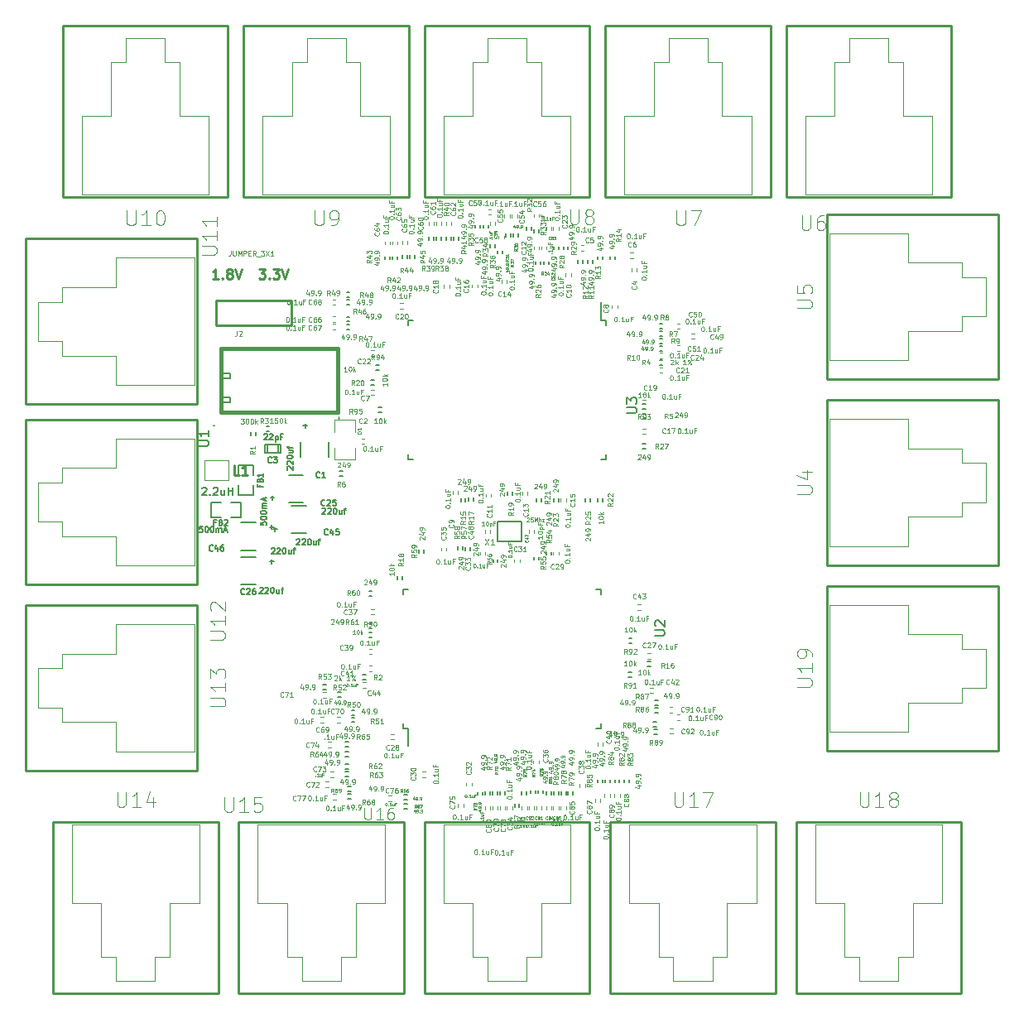
<source format=gto>
G04 #@! TF.FileFunction,Legend,Top*
%FSLAX46Y46*%
G04 Gerber Fmt 4.6, Leading zero omitted, Abs format (unit mm)*
G04 Created by KiCad (PCBNEW 4.0.2+e4-6225~38~ubuntu14.04.1-stable) date Thu 11 Aug 2016 08:52:07 PM PDT*
%MOMM*%
G01*
G04 APERTURE LIST*
%ADD10C,0.150000*%
%ADD11C,0.250000*%
%ADD12C,0.100000*%
%ADD13C,0.127000*%
%ADD14C,0.254000*%
%ADD15C,0.099060*%
%ADD16C,0.381000*%
%ADD17C,0.125000*%
%ADD18C,0.200000*%
%ADD19C,0.093980*%
%ADD20C,0.075000*%
G04 APERTURE END LIST*
D10*
D11*
X105961905Y-81152381D02*
X105390476Y-81152381D01*
X105676190Y-81152381D02*
X105676190Y-80152381D01*
X105580952Y-80295238D01*
X105485714Y-80390476D01*
X105390476Y-80438095D01*
X106390476Y-81057143D02*
X106438095Y-81104762D01*
X106390476Y-81152381D01*
X106342857Y-81104762D01*
X106390476Y-81057143D01*
X106390476Y-81152381D01*
X107009523Y-80580952D02*
X106914285Y-80533333D01*
X106866666Y-80485714D01*
X106819047Y-80390476D01*
X106819047Y-80342857D01*
X106866666Y-80247619D01*
X106914285Y-80200000D01*
X107009523Y-80152381D01*
X107200000Y-80152381D01*
X107295238Y-80200000D01*
X107342857Y-80247619D01*
X107390476Y-80342857D01*
X107390476Y-80390476D01*
X107342857Y-80485714D01*
X107295238Y-80533333D01*
X107200000Y-80580952D01*
X107009523Y-80580952D01*
X106914285Y-80628571D01*
X106866666Y-80676190D01*
X106819047Y-80771429D01*
X106819047Y-80961905D01*
X106866666Y-81057143D01*
X106914285Y-81104762D01*
X107009523Y-81152381D01*
X107200000Y-81152381D01*
X107295238Y-81104762D01*
X107342857Y-81057143D01*
X107390476Y-80961905D01*
X107390476Y-80771429D01*
X107342857Y-80676190D01*
X107295238Y-80628571D01*
X107200000Y-80580952D01*
X107676190Y-80152381D02*
X108009523Y-81152381D01*
X108342857Y-80152381D01*
X110104762Y-80152381D02*
X110723810Y-80152381D01*
X110390476Y-80533333D01*
X110533334Y-80533333D01*
X110628572Y-80580952D01*
X110676191Y-80628571D01*
X110723810Y-80723810D01*
X110723810Y-80961905D01*
X110676191Y-81057143D01*
X110628572Y-81104762D01*
X110533334Y-81152381D01*
X110247619Y-81152381D01*
X110152381Y-81104762D01*
X110104762Y-81057143D01*
X111152381Y-81057143D02*
X111200000Y-81104762D01*
X111152381Y-81152381D01*
X111104762Y-81104762D01*
X111152381Y-81057143D01*
X111152381Y-81152381D01*
X111533333Y-80152381D02*
X112152381Y-80152381D01*
X111819047Y-80533333D01*
X111961905Y-80533333D01*
X112057143Y-80580952D01*
X112104762Y-80628571D01*
X112152381Y-80723810D01*
X112152381Y-80961905D01*
X112104762Y-81057143D01*
X112057143Y-81104762D01*
X111961905Y-81152381D01*
X111676190Y-81152381D01*
X111580952Y-81104762D01*
X111533333Y-81057143D01*
X112438095Y-80152381D02*
X112771428Y-81152381D01*
X113104762Y-80152381D01*
D12*
X117625000Y-83800000D02*
X117925000Y-83800000D01*
X117925000Y-83250000D02*
X117625000Y-83250000D01*
D13*
X107988000Y-101242000D02*
X107988000Y-100226000D01*
X107988000Y-100226000D02*
X109512000Y-100226000D01*
X109512000Y-100226000D02*
X109512000Y-101242000D01*
X109512000Y-102258000D02*
X109512000Y-103274000D01*
X109512000Y-103274000D02*
X107988000Y-103274000D01*
X107988000Y-103274000D02*
X107988000Y-102258000D01*
D10*
X134500000Y-106000000D02*
X137000000Y-106000000D01*
X137000000Y-106000000D02*
X137000000Y-108000000D01*
X137000000Y-108000000D02*
X134500000Y-108000000D01*
X134500000Y-108000000D02*
X134500000Y-106000000D01*
D13*
X106242000Y-105512000D02*
X105226000Y-105512000D01*
X105226000Y-105512000D02*
X105226000Y-103988000D01*
X105226000Y-103988000D02*
X106242000Y-103988000D01*
X107258000Y-103988000D02*
X108274000Y-103988000D01*
X108274000Y-103988000D02*
X108274000Y-105512000D01*
X108274000Y-105512000D02*
X107258000Y-105512000D01*
D10*
X105550000Y-96149800D02*
X105500000Y-96149800D01*
D12*
X182000000Y-104000000D02*
X184500000Y-104000000D01*
X184500000Y-104000000D02*
X184500000Y-100000000D01*
X184500000Y-100000000D02*
X182000000Y-100000000D01*
X182000000Y-100000000D02*
X182000000Y-98500000D01*
X182000000Y-98500000D02*
X176500000Y-98500000D01*
X176500000Y-98500000D02*
X176500000Y-95500000D01*
X176500000Y-95500000D02*
X168500000Y-95500000D01*
X168500000Y-95500000D02*
X168500000Y-108500000D01*
X168500000Y-108500000D02*
X176500000Y-108500000D01*
X176500000Y-108500000D02*
X176500000Y-105500000D01*
X176500000Y-105500000D02*
X182000000Y-105500000D01*
X182000000Y-105500000D02*
X182000000Y-104000000D01*
D14*
X168250000Y-110450000D02*
X168250000Y-93550000D01*
X168250000Y-93550000D02*
X185750000Y-93550000D01*
X185750000Y-93550000D02*
X185750000Y-110450000D01*
X185750000Y-110450000D02*
X168250000Y-110450000D01*
D12*
X182000000Y-85000000D02*
X184500000Y-85000000D01*
X184500000Y-85000000D02*
X184500000Y-81000000D01*
X184500000Y-81000000D02*
X182000000Y-81000000D01*
X182000000Y-81000000D02*
X182000000Y-79500000D01*
X182000000Y-79500000D02*
X176500000Y-79500000D01*
X176500000Y-79500000D02*
X176500000Y-76500000D01*
X176500000Y-76500000D02*
X168500000Y-76500000D01*
X168500000Y-76500000D02*
X168500000Y-89500000D01*
X168500000Y-89500000D02*
X176500000Y-89500000D01*
X176500000Y-89500000D02*
X176500000Y-86500000D01*
X176500000Y-86500000D02*
X182000000Y-86500000D01*
X182000000Y-86500000D02*
X182000000Y-85000000D01*
D14*
X168250000Y-91450000D02*
X168250000Y-74550000D01*
X168250000Y-74550000D02*
X185750000Y-74550000D01*
X185750000Y-74550000D02*
X185750000Y-91450000D01*
X185750000Y-91450000D02*
X168250000Y-91450000D01*
D12*
X174500000Y-59000000D02*
X174500000Y-56500000D01*
X174500000Y-56500000D02*
X170500000Y-56500000D01*
X170500000Y-56500000D02*
X170500000Y-59000000D01*
X170500000Y-59000000D02*
X169000000Y-59000000D01*
X169000000Y-59000000D02*
X169000000Y-64500000D01*
X169000000Y-64500000D02*
X166000000Y-64500000D01*
X166000000Y-64500000D02*
X166000000Y-72500000D01*
X166000000Y-72500000D02*
X179000000Y-72500000D01*
X179000000Y-72500000D02*
X179000000Y-64500000D01*
X179000000Y-64500000D02*
X176000000Y-64500000D01*
X176000000Y-64500000D02*
X176000000Y-59000000D01*
X176000000Y-59000000D02*
X174500000Y-59000000D01*
D14*
X180950000Y-72750000D02*
X164050000Y-72750000D01*
X164050000Y-72750000D02*
X164050000Y-55250000D01*
X164050000Y-55250000D02*
X180950000Y-55250000D01*
X180950000Y-55250000D02*
X180950000Y-72750000D01*
D12*
X156000000Y-59000000D02*
X156000000Y-56500000D01*
X156000000Y-56500000D02*
X152000000Y-56500000D01*
X152000000Y-56500000D02*
X152000000Y-59000000D01*
X152000000Y-59000000D02*
X150500000Y-59000000D01*
X150500000Y-59000000D02*
X150500000Y-64500000D01*
X150500000Y-64500000D02*
X147500000Y-64500000D01*
X147500000Y-64500000D02*
X147500000Y-72500000D01*
X147500000Y-72500000D02*
X160500000Y-72500000D01*
X160500000Y-72500000D02*
X160500000Y-64500000D01*
X160500000Y-64500000D02*
X157500000Y-64500000D01*
X157500000Y-64500000D02*
X157500000Y-59000000D01*
X157500000Y-59000000D02*
X156000000Y-59000000D01*
D14*
X162450000Y-72750000D02*
X145550000Y-72750000D01*
X145550000Y-72750000D02*
X145550000Y-55250000D01*
X145550000Y-55250000D02*
X162450000Y-55250000D01*
X162450000Y-55250000D02*
X162450000Y-72750000D01*
D12*
X137500000Y-59000000D02*
X137500000Y-56500000D01*
X137500000Y-56500000D02*
X133500000Y-56500000D01*
X133500000Y-56500000D02*
X133500000Y-59000000D01*
X133500000Y-59000000D02*
X132000000Y-59000000D01*
X132000000Y-59000000D02*
X132000000Y-64500000D01*
X132000000Y-64500000D02*
X129000000Y-64500000D01*
X129000000Y-64500000D02*
X129000000Y-72500000D01*
X129000000Y-72500000D02*
X142000000Y-72500000D01*
X142000000Y-72500000D02*
X142000000Y-64500000D01*
X142000000Y-64500000D02*
X139000000Y-64500000D01*
X139000000Y-64500000D02*
X139000000Y-59000000D01*
X139000000Y-59000000D02*
X137500000Y-59000000D01*
D14*
X143950000Y-72750000D02*
X127050000Y-72750000D01*
X127050000Y-72750000D02*
X127050000Y-55250000D01*
X127050000Y-55250000D02*
X143950000Y-55250000D01*
X143950000Y-55250000D02*
X143950000Y-72750000D01*
D12*
X119000000Y-59000000D02*
X119000000Y-56500000D01*
X119000000Y-56500000D02*
X115000000Y-56500000D01*
X115000000Y-56500000D02*
X115000000Y-59000000D01*
X115000000Y-59000000D02*
X113500000Y-59000000D01*
X113500000Y-59000000D02*
X113500000Y-64500000D01*
X113500000Y-64500000D02*
X110500000Y-64500000D01*
X110500000Y-64500000D02*
X110500000Y-72500000D01*
X110500000Y-72500000D02*
X123500000Y-72500000D01*
X123500000Y-72500000D02*
X123500000Y-64500000D01*
X123500000Y-64500000D02*
X120500000Y-64500000D01*
X120500000Y-64500000D02*
X120500000Y-59000000D01*
X120500000Y-59000000D02*
X119000000Y-59000000D01*
D14*
X125450000Y-72750000D02*
X108550000Y-72750000D01*
X108550000Y-72750000D02*
X108550000Y-55250000D01*
X108550000Y-55250000D02*
X125450000Y-55250000D01*
X125450000Y-55250000D02*
X125450000Y-72750000D01*
D12*
X100500000Y-59000000D02*
X100500000Y-56500000D01*
X100500000Y-56500000D02*
X96500000Y-56500000D01*
X96500000Y-56500000D02*
X96500000Y-59000000D01*
X96500000Y-59000000D02*
X95000000Y-59000000D01*
X95000000Y-59000000D02*
X95000000Y-64500000D01*
X95000000Y-64500000D02*
X92000000Y-64500000D01*
X92000000Y-64500000D02*
X92000000Y-72500000D01*
X92000000Y-72500000D02*
X105000000Y-72500000D01*
X105000000Y-72500000D02*
X105000000Y-64500000D01*
X105000000Y-64500000D02*
X102000000Y-64500000D01*
X102000000Y-64500000D02*
X102000000Y-59000000D01*
X102000000Y-59000000D02*
X100500000Y-59000000D01*
D14*
X106950000Y-72750000D02*
X90050000Y-72750000D01*
X90050000Y-72750000D02*
X90050000Y-55250000D01*
X90050000Y-55250000D02*
X106950000Y-55250000D01*
X106950000Y-55250000D02*
X106950000Y-72750000D01*
D12*
X90000000Y-83500000D02*
X87500000Y-83500000D01*
X87500000Y-83500000D02*
X87500000Y-87500000D01*
X87500000Y-87500000D02*
X90000000Y-87500000D01*
X90000000Y-87500000D02*
X90000000Y-89000000D01*
X90000000Y-89000000D02*
X95500000Y-89000000D01*
X95500000Y-89000000D02*
X95500000Y-92000000D01*
X95500000Y-92000000D02*
X103500000Y-92000000D01*
X103500000Y-92000000D02*
X103500000Y-79000000D01*
X103500000Y-79000000D02*
X95500000Y-79000000D01*
X95500000Y-79000000D02*
X95500000Y-82000000D01*
X95500000Y-82000000D02*
X90000000Y-82000000D01*
X90000000Y-82000000D02*
X90000000Y-83500000D01*
D14*
X103750000Y-77050000D02*
X103750000Y-93950000D01*
X103750000Y-93950000D02*
X86250000Y-93950000D01*
X86250000Y-93950000D02*
X86250000Y-77050000D01*
X86250000Y-77050000D02*
X103750000Y-77050000D01*
D12*
X90000000Y-102000000D02*
X87500000Y-102000000D01*
X87500000Y-102000000D02*
X87500000Y-106000000D01*
X87500000Y-106000000D02*
X90000000Y-106000000D01*
X90000000Y-106000000D02*
X90000000Y-107500000D01*
X90000000Y-107500000D02*
X95500000Y-107500000D01*
X95500000Y-107500000D02*
X95500000Y-110500000D01*
X95500000Y-110500000D02*
X103500000Y-110500000D01*
X103500000Y-110500000D02*
X103500000Y-97500000D01*
X103500000Y-97500000D02*
X95500000Y-97500000D01*
X95500000Y-97500000D02*
X95500000Y-100500000D01*
X95500000Y-100500000D02*
X90000000Y-100500000D01*
X90000000Y-100500000D02*
X90000000Y-102000000D01*
D14*
X103750000Y-95550000D02*
X103750000Y-112450000D01*
X103750000Y-112450000D02*
X86250000Y-112450000D01*
X86250000Y-112450000D02*
X86250000Y-95550000D01*
X86250000Y-95550000D02*
X103750000Y-95550000D01*
D12*
X90000000Y-121000000D02*
X87500000Y-121000000D01*
X87500000Y-121000000D02*
X87500000Y-125000000D01*
X87500000Y-125000000D02*
X90000000Y-125000000D01*
X90000000Y-125000000D02*
X90000000Y-126500000D01*
X90000000Y-126500000D02*
X95500000Y-126500000D01*
X95500000Y-126500000D02*
X95500000Y-129500000D01*
X95500000Y-129500000D02*
X103500000Y-129500000D01*
X103500000Y-129500000D02*
X103500000Y-116500000D01*
X103500000Y-116500000D02*
X95500000Y-116500000D01*
X95500000Y-116500000D02*
X95500000Y-119500000D01*
X95500000Y-119500000D02*
X90000000Y-119500000D01*
X90000000Y-119500000D02*
X90000000Y-121000000D01*
D14*
X103750000Y-114550000D02*
X103750000Y-131450000D01*
X103750000Y-131450000D02*
X86250000Y-131450000D01*
X86250000Y-131450000D02*
X86250000Y-114550000D01*
X86250000Y-114550000D02*
X103750000Y-114550000D01*
D12*
X95500000Y-150500000D02*
X95500000Y-153000000D01*
X95500000Y-153000000D02*
X99500000Y-153000000D01*
X99500000Y-153000000D02*
X99500000Y-150500000D01*
X99500000Y-150500000D02*
X101000000Y-150500000D01*
X101000000Y-150500000D02*
X101000000Y-145000000D01*
X101000000Y-145000000D02*
X104000000Y-145000000D01*
X104000000Y-145000000D02*
X104000000Y-137000000D01*
X104000000Y-137000000D02*
X91000000Y-137000000D01*
X91000000Y-137000000D02*
X91000000Y-145000000D01*
X91000000Y-145000000D02*
X94000000Y-145000000D01*
X94000000Y-145000000D02*
X94000000Y-150500000D01*
X94000000Y-150500000D02*
X95500000Y-150500000D01*
D14*
X89050000Y-136750000D02*
X105950000Y-136750000D01*
X105950000Y-136750000D02*
X105950000Y-154250000D01*
X105950000Y-154250000D02*
X89050000Y-154250000D01*
X89050000Y-154250000D02*
X89050000Y-136750000D01*
D12*
X114500000Y-150500000D02*
X114500000Y-153000000D01*
X114500000Y-153000000D02*
X118500000Y-153000000D01*
X118500000Y-153000000D02*
X118500000Y-150500000D01*
X118500000Y-150500000D02*
X120000000Y-150500000D01*
X120000000Y-150500000D02*
X120000000Y-145000000D01*
X120000000Y-145000000D02*
X123000000Y-145000000D01*
X123000000Y-145000000D02*
X123000000Y-137000000D01*
X123000000Y-137000000D02*
X110000000Y-137000000D01*
X110000000Y-137000000D02*
X110000000Y-145000000D01*
X110000000Y-145000000D02*
X113000000Y-145000000D01*
X113000000Y-145000000D02*
X113000000Y-150500000D01*
X113000000Y-150500000D02*
X114500000Y-150500000D01*
D14*
X108050000Y-136750000D02*
X124950000Y-136750000D01*
X124950000Y-136750000D02*
X124950000Y-154250000D01*
X124950000Y-154250000D02*
X108050000Y-154250000D01*
X108050000Y-154250000D02*
X108050000Y-136750000D01*
D12*
X133500000Y-150500000D02*
X133500000Y-153000000D01*
X133500000Y-153000000D02*
X137500000Y-153000000D01*
X137500000Y-153000000D02*
X137500000Y-150500000D01*
X137500000Y-150500000D02*
X139000000Y-150500000D01*
X139000000Y-150500000D02*
X139000000Y-145000000D01*
X139000000Y-145000000D02*
X142000000Y-145000000D01*
X142000000Y-145000000D02*
X142000000Y-137000000D01*
X142000000Y-137000000D02*
X129000000Y-137000000D01*
X129000000Y-137000000D02*
X129000000Y-145000000D01*
X129000000Y-145000000D02*
X132000000Y-145000000D01*
X132000000Y-145000000D02*
X132000000Y-150500000D01*
X132000000Y-150500000D02*
X133500000Y-150500000D01*
D14*
X127050000Y-136750000D02*
X143950000Y-136750000D01*
X143950000Y-136750000D02*
X143950000Y-154250000D01*
X143950000Y-154250000D02*
X127050000Y-154250000D01*
X127050000Y-154250000D02*
X127050000Y-136750000D01*
D12*
X152500000Y-150500000D02*
X152500000Y-153000000D01*
X152500000Y-153000000D02*
X156500000Y-153000000D01*
X156500000Y-153000000D02*
X156500000Y-150500000D01*
X156500000Y-150500000D02*
X158000000Y-150500000D01*
X158000000Y-150500000D02*
X158000000Y-145000000D01*
X158000000Y-145000000D02*
X161000000Y-145000000D01*
X161000000Y-145000000D02*
X161000000Y-137000000D01*
X161000000Y-137000000D02*
X148000000Y-137000000D01*
X148000000Y-137000000D02*
X148000000Y-145000000D01*
X148000000Y-145000000D02*
X151000000Y-145000000D01*
X151000000Y-145000000D02*
X151000000Y-150500000D01*
X151000000Y-150500000D02*
X152500000Y-150500000D01*
D14*
X146050000Y-136750000D02*
X162950000Y-136750000D01*
X162950000Y-136750000D02*
X162950000Y-154250000D01*
X162950000Y-154250000D02*
X146050000Y-154250000D01*
X146050000Y-154250000D02*
X146050000Y-136750000D01*
D12*
X171500000Y-150500000D02*
X171500000Y-153000000D01*
X171500000Y-153000000D02*
X175500000Y-153000000D01*
X175500000Y-153000000D02*
X175500000Y-150500000D01*
X175500000Y-150500000D02*
X177000000Y-150500000D01*
X177000000Y-150500000D02*
X177000000Y-145000000D01*
X177000000Y-145000000D02*
X180000000Y-145000000D01*
X180000000Y-145000000D02*
X180000000Y-137000000D01*
X180000000Y-137000000D02*
X167000000Y-137000000D01*
X167000000Y-137000000D02*
X167000000Y-145000000D01*
X167000000Y-145000000D02*
X170000000Y-145000000D01*
X170000000Y-145000000D02*
X170000000Y-150500000D01*
X170000000Y-150500000D02*
X171500000Y-150500000D01*
D14*
X165050000Y-136750000D02*
X181950000Y-136750000D01*
X181950000Y-136750000D02*
X181950000Y-154250000D01*
X181950000Y-154250000D02*
X165050000Y-154250000D01*
X165050000Y-154250000D02*
X165050000Y-136750000D01*
D12*
X182000000Y-123000000D02*
X184500000Y-123000000D01*
X184500000Y-123000000D02*
X184500000Y-119000000D01*
X184500000Y-119000000D02*
X182000000Y-119000000D01*
X182000000Y-119000000D02*
X182000000Y-117500000D01*
X182000000Y-117500000D02*
X176500000Y-117500000D01*
X176500000Y-117500000D02*
X176500000Y-114500000D01*
X176500000Y-114500000D02*
X168500000Y-114500000D01*
X168500000Y-114500000D02*
X168500000Y-127500000D01*
X168500000Y-127500000D02*
X176500000Y-127500000D01*
X176500000Y-127500000D02*
X176500000Y-124500000D01*
X176500000Y-124500000D02*
X182000000Y-124500000D01*
X182000000Y-124500000D02*
X182000000Y-123000000D01*
D14*
X168250000Y-129450000D02*
X168250000Y-112550000D01*
X168250000Y-112550000D02*
X185750000Y-112550000D01*
X185750000Y-112550000D02*
X185750000Y-129450000D01*
X185750000Y-129450000D02*
X168250000Y-129450000D01*
D12*
X104500000Y-99750000D02*
X107000000Y-99750000D01*
X107000000Y-99750000D02*
X107000000Y-101750000D01*
X107000000Y-101750000D02*
X104500000Y-101750000D01*
X104500000Y-101750000D02*
X104500000Y-99750000D01*
D10*
X145625000Y-85375000D02*
X145115000Y-85375000D01*
X145625000Y-99625000D02*
X145115000Y-99625000D01*
X125375000Y-99625000D02*
X125885000Y-99625000D01*
X125375000Y-85375000D02*
X125885000Y-85375000D01*
X145625000Y-85375000D02*
X145625000Y-85885000D01*
X125375000Y-85375000D02*
X125375000Y-85885000D01*
X125375000Y-99625000D02*
X125375000Y-99115000D01*
X145625000Y-99625000D02*
X145625000Y-99115000D01*
X145115000Y-85375000D02*
X145115000Y-83550000D01*
X124875000Y-127125000D02*
X125385000Y-127125000D01*
X124875000Y-112875000D02*
X125385000Y-112875000D01*
X145125000Y-112875000D02*
X144615000Y-112875000D01*
X145125000Y-127125000D02*
X144615000Y-127125000D01*
X124875000Y-127125000D02*
X124875000Y-126615000D01*
X145125000Y-127125000D02*
X145125000Y-126615000D01*
X145125000Y-112875000D02*
X145125000Y-113385000D01*
X124875000Y-112875000D02*
X124875000Y-113385000D01*
X125385000Y-127125000D02*
X125385000Y-128950000D01*
D13*
X110941200Y-98093600D02*
X110941200Y-98906400D01*
X112058800Y-98881000D02*
X112058800Y-98093600D01*
X112312800Y-98906400D02*
X110687200Y-98906400D01*
X110687200Y-98906400D02*
X110687200Y-98093600D01*
X110687200Y-98093600D02*
X112312800Y-98093600D01*
X112312800Y-98093600D02*
X112312800Y-98906400D01*
D10*
X114850000Y-95975000D02*
X114850000Y-96375000D01*
X114650000Y-96175000D02*
X115050000Y-96175000D01*
D13*
X114400000Y-97850000D02*
X114400000Y-99350000D01*
X117200000Y-97850000D02*
X117200000Y-99350000D01*
D10*
X111275000Y-103550000D02*
X111675000Y-103550000D01*
X111475000Y-103750000D02*
X111475000Y-103350000D01*
D13*
X113150000Y-104000000D02*
X114650000Y-104000000D01*
X113150000Y-101200000D02*
X114650000Y-101200000D01*
D10*
X111625000Y-110050000D02*
X111225000Y-110050000D01*
X111425000Y-109850000D02*
X111425000Y-110250000D01*
D13*
X109750000Y-109600000D02*
X108250000Y-109600000D01*
X109750000Y-112400000D02*
X108250000Y-112400000D01*
D10*
X111575000Y-106750000D02*
X111975000Y-106750000D01*
X111775000Y-106950000D02*
X111775000Y-106550000D01*
D13*
X113450000Y-107200000D02*
X114950000Y-107200000D01*
X113450000Y-104400000D02*
X114950000Y-104400000D01*
D10*
X111625000Y-106550000D02*
X111225000Y-106550000D01*
X111425000Y-106350000D02*
X111425000Y-106750000D01*
D13*
X109750000Y-106100000D02*
X108250000Y-106100000D01*
X109750000Y-108900000D02*
X108250000Y-108900000D01*
D12*
X118250000Y-95260000D02*
X118250000Y-95460000D01*
X118360000Y-95360000D02*
X118160000Y-95360000D01*
D15*
X117842440Y-96800000D02*
X117842440Y-95600000D01*
X117850000Y-95548160D02*
X119950000Y-95548160D01*
X119952960Y-95600000D02*
X119952960Y-96800000D01*
X119958040Y-98400000D02*
X119958040Y-99600000D01*
X119950000Y-99646760D02*
X117850000Y-99646760D01*
X117842120Y-99600000D02*
X117842120Y-98400000D01*
D10*
X106200000Y-93300000D02*
X107200000Y-93300000D01*
X107200000Y-93800000D02*
X106200000Y-93800000D01*
X107200000Y-93300000D02*
X107200000Y-93800000D01*
X107200000Y-90800000D02*
X107200000Y-91300000D01*
X107200000Y-91300000D02*
X106200000Y-91300000D01*
X106200000Y-90800000D02*
X107200000Y-90800000D01*
D16*
X118200000Y-88300000D02*
X106200000Y-88300000D01*
X106200000Y-88300000D02*
X106200000Y-94800000D01*
X106200000Y-94800000D02*
X118200000Y-94800000D01*
X118200000Y-94800000D02*
X118200000Y-88300000D01*
D12*
X152450000Y-127125000D02*
X152150000Y-127125000D01*
X152150000Y-127675000D02*
X152450000Y-127675000D01*
X152400000Y-124975000D02*
X152100000Y-124975000D01*
X152100000Y-125525000D02*
X152400000Y-125525000D01*
X152850000Y-126275000D02*
X153150000Y-126275000D01*
X153150000Y-125725000D02*
X152850000Y-125725000D01*
X146025000Y-134150000D02*
X146025000Y-133850000D01*
X145475000Y-133850000D02*
X145475000Y-134150000D01*
X147025000Y-134150000D02*
X147025000Y-133850000D01*
X146475000Y-133850000D02*
X146475000Y-134150000D01*
X144475000Y-134350000D02*
X144475000Y-134650000D01*
X145025000Y-134650000D02*
X145025000Y-134350000D01*
X140775000Y-135400000D02*
X140775000Y-135100000D01*
X140225000Y-135100000D02*
X140225000Y-135400000D01*
X141525000Y-135400000D02*
X141525000Y-135100000D01*
X140975000Y-135100000D02*
X140975000Y-135400000D01*
X140025000Y-135400000D02*
X140025000Y-135100000D01*
X139475000Y-135100000D02*
X139475000Y-135400000D01*
X137525000Y-135400000D02*
X137525000Y-135100000D01*
X136975000Y-135100000D02*
X136975000Y-135400000D01*
X138275000Y-135400000D02*
X138275000Y-135100000D01*
X137725000Y-135100000D02*
X137725000Y-135400000D01*
X139025000Y-135400000D02*
X139025000Y-135100000D01*
X138475000Y-135100000D02*
X138475000Y-135400000D01*
X133775000Y-135400000D02*
X133775000Y-135100000D01*
X133225000Y-135100000D02*
X133225000Y-135400000D01*
X134525000Y-135400000D02*
X134525000Y-135100000D01*
X133975000Y-135100000D02*
X133975000Y-135400000D01*
X135275000Y-135400000D02*
X135275000Y-135100000D01*
X134725000Y-135100000D02*
X134725000Y-135400000D01*
X117706000Y-134387000D02*
X118006000Y-134387000D01*
X118006000Y-133837000D02*
X117706000Y-133837000D01*
X123350000Y-134575000D02*
X123650000Y-134575000D01*
X123650000Y-134025000D02*
X123350000Y-134025000D01*
X130475000Y-134850000D02*
X130475000Y-135150000D01*
X131025000Y-135150000D02*
X131025000Y-134850000D01*
X117198000Y-129053000D02*
X117498000Y-129053000D01*
X117498000Y-128503000D02*
X117198000Y-128503000D01*
X117452000Y-132101000D02*
X117752000Y-132101000D01*
X117752000Y-131551000D02*
X117452000Y-131551000D01*
X117244000Y-132567000D02*
X116944000Y-132567000D01*
X116944000Y-133117000D02*
X117244000Y-133117000D01*
X116690000Y-123973000D02*
X116990000Y-123973000D01*
X116990000Y-123423000D02*
X116690000Y-123423000D01*
X118100000Y-126525000D02*
X118400000Y-126525000D01*
X118400000Y-125975000D02*
X118100000Y-125975000D01*
X116736000Y-125963000D02*
X116436000Y-125963000D01*
X116436000Y-126513000D02*
X116736000Y-126513000D01*
X117625000Y-86325000D02*
X117925000Y-86325000D01*
X117925000Y-85775000D02*
X117625000Y-85775000D01*
X117925000Y-85000000D02*
X117625000Y-85000000D01*
X117625000Y-85550000D02*
X117925000Y-85550000D01*
X124775000Y-77300000D02*
X124775000Y-77600000D01*
X125325000Y-77600000D02*
X125325000Y-77300000D01*
X122975000Y-77350000D02*
X122975000Y-77650000D01*
X123525000Y-77650000D02*
X123525000Y-77350000D01*
X124275000Y-77650000D02*
X124275000Y-77350000D01*
X123725000Y-77350000D02*
X123725000Y-77650000D01*
X129225000Y-75350000D02*
X129225000Y-75650000D01*
X129775000Y-75650000D02*
X129775000Y-75350000D01*
X128225000Y-75350000D02*
X128225000Y-75650000D01*
X128775000Y-75650000D02*
X128775000Y-75350000D01*
X127475000Y-75350000D02*
X127475000Y-75650000D01*
X128025000Y-75650000D02*
X128025000Y-75350000D01*
X134625000Y-76750000D02*
X134625000Y-77050000D01*
X135175000Y-77050000D02*
X135175000Y-76750000D01*
X133725000Y-75350000D02*
X133725000Y-75650000D01*
X134275000Y-75650000D02*
X134275000Y-75350000D01*
X133850000Y-74025000D02*
X133550000Y-74025000D01*
X133550000Y-74575000D02*
X133850000Y-74575000D01*
X138225000Y-74550000D02*
X138225000Y-74850000D01*
X138775000Y-74850000D02*
X138775000Y-74550000D01*
X135225000Y-74600000D02*
X135225000Y-74900000D01*
X135775000Y-74900000D02*
X135775000Y-74600000D01*
X135975000Y-74600000D02*
X135975000Y-74900000D01*
X136525000Y-74900000D02*
X136525000Y-74600000D01*
X139475000Y-75850000D02*
X139475000Y-76150000D01*
X140025000Y-76150000D02*
X140025000Y-75850000D01*
X138975000Y-77850000D02*
X138975000Y-78150000D01*
X139525000Y-78150000D02*
X139525000Y-77850000D01*
X140775000Y-76150000D02*
X140775000Y-75850000D01*
X140225000Y-75850000D02*
X140225000Y-76150000D01*
X148400000Y-78475000D02*
X148100000Y-78475000D01*
X148100000Y-79025000D02*
X148400000Y-79025000D01*
X143050000Y-78275000D02*
X143350000Y-78275000D01*
X143350000Y-77725000D02*
X143050000Y-77725000D01*
X148225000Y-80100000D02*
X148225000Y-80400000D01*
X148775000Y-80400000D02*
X148775000Y-80100000D01*
X120600000Y-98025000D02*
X120900000Y-98025000D01*
X120900000Y-97475000D02*
X120600000Y-97475000D01*
X133225000Y-106850000D02*
X133225000Y-107150000D01*
X133775000Y-107150000D02*
X133775000Y-106850000D01*
X137725000Y-106850000D02*
X137725000Y-107150000D01*
X138275000Y-107150000D02*
X138275000Y-106850000D01*
X121600000Y-93025000D02*
X121900000Y-93025000D01*
X121900000Y-92475000D02*
X121600000Y-92475000D01*
X146225000Y-83850000D02*
X146225000Y-84150000D01*
X146775000Y-84150000D02*
X146775000Y-83850000D01*
X130475000Y-103150000D02*
X130475000Y-102850000D01*
X129925000Y-102850000D02*
X129925000Y-103150000D01*
X141475000Y-80600000D02*
X141475000Y-80900000D01*
X142025000Y-80900000D02*
X142025000Y-80600000D01*
X133875000Y-103450000D02*
X133875000Y-103150000D01*
X133325000Y-103150000D02*
X133325000Y-103450000D01*
X138225000Y-77850000D02*
X138225000Y-78150000D01*
X138775000Y-78150000D02*
X138775000Y-77850000D01*
X137575000Y-103250000D02*
X137575000Y-102950000D01*
X137025000Y-102950000D02*
X137025000Y-103250000D01*
X134925000Y-81250000D02*
X134925000Y-81550000D01*
X135475000Y-81550000D02*
X135475000Y-81250000D01*
X141525000Y-103900000D02*
X141525000Y-103600000D01*
X140975000Y-103600000D02*
X140975000Y-103900000D01*
X131925000Y-81750000D02*
X131925000Y-82050000D01*
X132475000Y-82050000D02*
X132475000Y-81750000D01*
X149650000Y-96475000D02*
X149350000Y-96475000D01*
X149350000Y-97025000D02*
X149650000Y-97025000D01*
X129025000Y-81800000D02*
X129025000Y-82100000D01*
X129575000Y-82100000D02*
X129575000Y-81800000D01*
X149650000Y-92975000D02*
X149350000Y-92975000D01*
X149350000Y-93525000D02*
X149650000Y-93525000D01*
X124550000Y-84175000D02*
X124850000Y-84175000D01*
X124850000Y-83625000D02*
X124550000Y-83625000D01*
X151400000Y-90225000D02*
X151100000Y-90225000D01*
X151100000Y-90775000D02*
X151400000Y-90775000D01*
X121600000Y-89025000D02*
X121900000Y-89025000D01*
X121900000Y-88475000D02*
X121600000Y-88475000D01*
X151400000Y-88725000D02*
X151100000Y-88725000D01*
X151100000Y-89275000D02*
X151400000Y-89275000D01*
X150150000Y-119475000D02*
X149850000Y-119475000D01*
X149850000Y-120025000D02*
X150150000Y-120025000D01*
X123600000Y-128275000D02*
X123900000Y-128275000D01*
X123900000Y-127725000D02*
X123600000Y-127725000D01*
X140225000Y-109100000D02*
X140225000Y-109400000D01*
X140775000Y-109400000D02*
X140775000Y-109100000D01*
X126850000Y-132101000D02*
X127150000Y-132101000D01*
X127150000Y-131551000D02*
X126850000Y-131551000D01*
X136225000Y-109850000D02*
X136225000Y-110150000D01*
X136775000Y-110150000D02*
X136775000Y-109850000D01*
X131847000Y-132992000D02*
X131847000Y-132692000D01*
X131297000Y-132692000D02*
X131297000Y-132992000D01*
X132725000Y-109100000D02*
X132725000Y-109400000D01*
X133275000Y-109400000D02*
X133275000Y-109100000D01*
X136025000Y-135400000D02*
X136025000Y-135100000D01*
X135475000Y-135100000D02*
X135475000Y-135400000D01*
X128725000Y-108650000D02*
X128725000Y-108950000D01*
X129275000Y-108950000D02*
X129275000Y-108650000D01*
X138705000Y-130706000D02*
X138705000Y-130406000D01*
X138155000Y-130406000D02*
X138155000Y-130706000D01*
X121600000Y-115475000D02*
X121900000Y-115475000D01*
X121900000Y-114925000D02*
X121600000Y-114925000D01*
X143475000Y-133150000D02*
X143475000Y-132850000D01*
X142925000Y-132850000D02*
X142925000Y-133150000D01*
X121350000Y-119525000D02*
X121650000Y-119525000D01*
X121650000Y-118975000D02*
X121350000Y-118975000D01*
X145275000Y-128900000D02*
X145275000Y-128600000D01*
X144725000Y-128600000D02*
X144725000Y-128900000D01*
X121350000Y-121275000D02*
X121650000Y-121275000D01*
X121650000Y-120725000D02*
X121350000Y-120725000D01*
X150400000Y-122975000D02*
X150100000Y-122975000D01*
X150100000Y-123525000D02*
X150400000Y-123525000D01*
X149150000Y-114475000D02*
X148850000Y-114475000D01*
X148850000Y-115025000D02*
X149150000Y-115025000D01*
X120754000Y-122957000D02*
X121054000Y-122957000D01*
X121054000Y-122407000D02*
X120754000Y-122407000D01*
X154350000Y-87275000D02*
X154650000Y-87275000D01*
X154650000Y-86725000D02*
X154350000Y-86725000D01*
X153150000Y-85725000D02*
X152850000Y-85725000D01*
X152850000Y-86275000D02*
X153150000Y-86275000D01*
X153150000Y-87975000D02*
X152850000Y-87975000D01*
X152850000Y-88525000D02*
X153150000Y-88525000D01*
D13*
X151100000Y-88500000D02*
X151400000Y-88500000D01*
X151400000Y-88000000D02*
X151100000Y-88000000D01*
X151400000Y-87250000D02*
X151100000Y-87250000D01*
X151100000Y-87750000D02*
X151400000Y-87750000D01*
X151100000Y-86250000D02*
X151400000Y-86250000D01*
X151400000Y-85750000D02*
X151100000Y-85750000D01*
X151400000Y-86500000D02*
X151100000Y-86500000D01*
X151100000Y-87000000D02*
X151400000Y-87000000D01*
X118350000Y-101350000D02*
X118650000Y-101350000D01*
X118650000Y-100850000D02*
X118350000Y-100850000D01*
X149650000Y-95000000D02*
X149350000Y-95000000D01*
X149350000Y-95500000D02*
X149650000Y-95500000D01*
X151400000Y-89500000D02*
X151100000Y-89500000D01*
X151100000Y-90000000D02*
X151400000Y-90000000D01*
X111150000Y-96250000D02*
X110850000Y-96250000D01*
X110850000Y-96750000D02*
X111150000Y-96750000D01*
X120754000Y-122170000D02*
X121054000Y-122170000D01*
X121054000Y-121670000D02*
X120754000Y-121670000D01*
X109250000Y-96850000D02*
X109250000Y-97150000D01*
X109750000Y-97150000D02*
X109750000Y-96850000D01*
X143750000Y-79250000D02*
X143750000Y-79550000D01*
X144250000Y-79550000D02*
X144250000Y-79250000D01*
X143250000Y-79550000D02*
X143250000Y-79250000D01*
X142750000Y-79250000D02*
X142750000Y-79550000D01*
X144750000Y-78850000D02*
X144750000Y-79150000D01*
X145250000Y-79150000D02*
X145250000Y-78850000D01*
X146500000Y-79150000D02*
X146500000Y-78850000D01*
X146000000Y-78850000D02*
X146000000Y-79150000D01*
X131250000Y-103900000D02*
X131250000Y-103600000D01*
X130750000Y-103600000D02*
X130750000Y-103900000D01*
X150150000Y-120250000D02*
X149850000Y-120250000D01*
X149850000Y-120750000D02*
X150150000Y-120750000D01*
X132050000Y-103850000D02*
X132050000Y-103550000D01*
X131550000Y-103550000D02*
X131550000Y-103850000D01*
X124750000Y-111900000D02*
X124750000Y-111600000D01*
X124250000Y-111600000D02*
X124250000Y-111900000D01*
X136050000Y-103250000D02*
X136050000Y-102950000D01*
X135550000Y-102950000D02*
X135550000Y-103250000D01*
X121600000Y-92000000D02*
X121900000Y-92000000D01*
X121900000Y-91500000D02*
X121600000Y-91500000D01*
X139000000Y-103900000D02*
X139000000Y-103600000D01*
X138500000Y-103600000D02*
X138500000Y-103900000D01*
X145250000Y-103900000D02*
X145250000Y-103600000D01*
X144750000Y-103600000D02*
X144750000Y-103900000D01*
X140750000Y-103900000D02*
X140750000Y-103600000D01*
X140250000Y-103600000D02*
X140250000Y-103900000D01*
X144000000Y-103900000D02*
X144000000Y-103600000D01*
X143500000Y-103600000D02*
X143500000Y-103900000D01*
X149650000Y-98000000D02*
X149350000Y-98000000D01*
X149350000Y-98500000D02*
X149650000Y-98500000D01*
X139250000Y-79350000D02*
X139250000Y-79650000D01*
X139750000Y-79650000D02*
X139750000Y-79350000D01*
X138950000Y-79650000D02*
X138950000Y-79350000D01*
X138450000Y-79350000D02*
X138450000Y-79650000D01*
X140250000Y-77850000D02*
X140250000Y-78150000D01*
X140750000Y-78150000D02*
X140750000Y-77850000D01*
X141750000Y-78150000D02*
X141750000Y-77850000D01*
X141250000Y-77850000D02*
X141250000Y-78150000D01*
X136150000Y-76550000D02*
X136150000Y-76850000D01*
X136650000Y-76850000D02*
X136650000Y-76550000D01*
X135900000Y-76850000D02*
X135900000Y-76550000D01*
X135400000Y-76550000D02*
X135400000Y-76850000D01*
X137500000Y-75850000D02*
X137500000Y-76150000D01*
X138000000Y-76150000D02*
X138000000Y-75850000D01*
X138750000Y-76400000D02*
X138750000Y-76100000D01*
X138250000Y-76100000D02*
X138250000Y-76400000D01*
X133050000Y-75650000D02*
X133050000Y-75950000D01*
X133550000Y-75950000D02*
X133550000Y-75650000D01*
X132750000Y-75950000D02*
X132750000Y-75650000D01*
X132250000Y-75650000D02*
X132250000Y-75950000D01*
X133750000Y-77650000D02*
X133750000Y-77950000D01*
X134250000Y-77950000D02*
X134250000Y-77650000D01*
X135050000Y-78550000D02*
X135050000Y-78250000D01*
X134550000Y-78250000D02*
X134550000Y-78550000D01*
X128250000Y-76850000D02*
X128250000Y-77150000D01*
X128750000Y-77150000D02*
X128750000Y-76850000D01*
X128000000Y-77150000D02*
X128000000Y-76850000D01*
X127500000Y-76850000D02*
X127500000Y-77150000D01*
X129250000Y-76850000D02*
X129250000Y-77150000D01*
X129750000Y-77150000D02*
X129750000Y-76850000D01*
X130500000Y-77150000D02*
X130500000Y-76850000D01*
X130000000Y-76850000D02*
X130000000Y-77150000D01*
X123750000Y-78850000D02*
X123750000Y-79150000D01*
X124250000Y-79150000D02*
X124250000Y-78850000D01*
X123500000Y-79150000D02*
X123500000Y-78850000D01*
X123000000Y-78850000D02*
X123000000Y-79150000D01*
X124800000Y-78750000D02*
X124800000Y-79050000D01*
X125300000Y-79050000D02*
X125300000Y-78750000D01*
X126050000Y-79050000D02*
X126050000Y-78750000D01*
X125550000Y-78750000D02*
X125550000Y-79050000D01*
X119100000Y-85525000D02*
X119400000Y-85525000D01*
X119400000Y-85025000D02*
X119100000Y-85025000D01*
X119400000Y-85800000D02*
X119100000Y-85800000D01*
X119100000Y-86300000D02*
X119400000Y-86300000D01*
X119100000Y-83775000D02*
X119400000Y-83775000D01*
X119400000Y-83275000D02*
X119100000Y-83275000D01*
X119400000Y-82500000D02*
X119100000Y-82500000D01*
X119100000Y-83000000D02*
X119400000Y-83000000D01*
X119600000Y-125750000D02*
X119900000Y-125750000D01*
X119900000Y-125250000D02*
X119600000Y-125250000D01*
X119900000Y-126000000D02*
X119600000Y-126000000D01*
X119600000Y-126500000D02*
X119900000Y-126500000D01*
X118214000Y-123948000D02*
X118514000Y-123948000D01*
X118514000Y-123448000D02*
X118214000Y-123448000D01*
X116990000Y-122686000D02*
X116690000Y-122686000D01*
X116690000Y-123186000D02*
X116990000Y-123186000D01*
X139500000Y-109100000D02*
X139500000Y-109400000D01*
X140000000Y-109400000D02*
X140000000Y-109100000D01*
X138250000Y-109600000D02*
X138250000Y-109900000D01*
X138750000Y-109900000D02*
X138750000Y-109600000D01*
X134050000Y-109850000D02*
X134050000Y-110150000D01*
X134550000Y-110150000D02*
X134550000Y-109850000D01*
X131250000Y-108600000D02*
X131250000Y-108900000D01*
X131750000Y-108900000D02*
X131750000Y-108600000D01*
X130450000Y-108550000D02*
X130450000Y-108850000D01*
X130950000Y-108850000D02*
X130950000Y-108550000D01*
X126500000Y-108850000D02*
X126500000Y-109150000D01*
X127000000Y-109150000D02*
X127000000Y-108850000D01*
X121350000Y-113600000D02*
X121650000Y-113600000D01*
X121650000Y-113100000D02*
X121350000Y-113100000D01*
X121350000Y-116900000D02*
X121650000Y-116900000D01*
X121650000Y-116400000D02*
X121350000Y-116400000D01*
X118976000Y-131314000D02*
X119276000Y-131314000D01*
X119276000Y-130814000D02*
X118976000Y-130814000D01*
X119276000Y-131576000D02*
X118976000Y-131576000D01*
X118976000Y-132076000D02*
X119276000Y-132076000D01*
X118976000Y-130044000D02*
X119276000Y-130044000D01*
X119276000Y-129544000D02*
X118976000Y-129544000D01*
X119276000Y-128528000D02*
X118976000Y-128528000D01*
X118976000Y-129028000D02*
X119276000Y-129028000D01*
X124950000Y-134450000D02*
X125250000Y-134450000D01*
X125250000Y-133950000D02*
X124950000Y-133950000D01*
X125250000Y-134850000D02*
X124950000Y-134850000D01*
X124950000Y-135350000D02*
X125250000Y-135350000D01*
X119230000Y-134362000D02*
X119530000Y-134362000D01*
X119530000Y-133862000D02*
X119230000Y-133862000D01*
X119530000Y-133100000D02*
X119230000Y-133100000D01*
X119230000Y-133600000D02*
X119530000Y-133600000D01*
X134500000Y-133900000D02*
X134500000Y-133600000D01*
X134000000Y-133600000D02*
X134000000Y-133900000D01*
X134750000Y-133600000D02*
X134750000Y-133900000D01*
X135250000Y-133900000D02*
X135250000Y-133600000D01*
X133750000Y-133900000D02*
X133750000Y-133600000D01*
X133250000Y-133600000D02*
X133250000Y-133900000D01*
X132450000Y-133650000D02*
X132450000Y-133950000D01*
X132950000Y-133950000D02*
X132950000Y-133650000D01*
X138426000Y-133754000D02*
X138426000Y-133454000D01*
X137926000Y-133454000D02*
X137926000Y-133754000D01*
X138688000Y-133454000D02*
X138688000Y-133754000D01*
X139188000Y-133754000D02*
X139188000Y-133454000D01*
X137500000Y-133900000D02*
X137500000Y-133600000D01*
X137000000Y-133600000D02*
X137000000Y-133900000D01*
X136250000Y-134850000D02*
X136250000Y-135150000D01*
X136750000Y-135150000D02*
X136750000Y-134850000D01*
X141500000Y-133900000D02*
X141500000Y-133600000D01*
X141000000Y-133600000D02*
X141000000Y-133900000D01*
X141750000Y-133600000D02*
X141750000Y-133900000D01*
X142250000Y-133900000D02*
X142250000Y-133600000D01*
X140750000Y-133900000D02*
X140750000Y-133600000D01*
X140250000Y-133600000D02*
X140250000Y-133900000D01*
X139500000Y-133600000D02*
X139500000Y-133900000D01*
X140000000Y-133900000D02*
X140000000Y-133600000D01*
X147000000Y-132650000D02*
X147000000Y-132350000D01*
X146500000Y-132350000D02*
X146500000Y-132650000D01*
X147500000Y-132350000D02*
X147500000Y-132650000D01*
X148000000Y-132650000D02*
X148000000Y-132350000D01*
X146000000Y-132650000D02*
X146000000Y-132350000D01*
X145500000Y-132350000D02*
X145500000Y-132650000D01*
X144750000Y-132350000D02*
X144750000Y-132650000D01*
X145250000Y-132650000D02*
X145250000Y-132350000D01*
X150900000Y-125000000D02*
X150600000Y-125000000D01*
X150600000Y-125500000D02*
X150900000Y-125500000D01*
X150600000Y-124750000D02*
X150900000Y-124750000D01*
X150900000Y-124250000D02*
X150600000Y-124250000D01*
X150750000Y-126450000D02*
X150450000Y-126450000D01*
X150450000Y-126950000D02*
X150750000Y-126950000D01*
X150550000Y-127750000D02*
X150850000Y-127750000D01*
X150850000Y-127250000D02*
X150550000Y-127250000D01*
X121650000Y-117300000D02*
X121350000Y-117300000D01*
X121350000Y-117800000D02*
X121650000Y-117800000D01*
X147900000Y-121900000D02*
X148200000Y-121900000D01*
X148200000Y-121400000D02*
X147900000Y-121400000D01*
X147950000Y-118450000D02*
X148250000Y-118450000D01*
X148250000Y-117950000D02*
X147950000Y-117950000D01*
X149350000Y-94450000D02*
X149650000Y-94450000D01*
X149650000Y-93950000D02*
X149350000Y-93950000D01*
X122400000Y-90000000D02*
X122100000Y-90000000D01*
X122100000Y-90500000D02*
X122400000Y-90500000D01*
X122650000Y-94300000D02*
X122350000Y-94300000D01*
X122350000Y-94800000D02*
X122650000Y-94800000D01*
D14*
X105710000Y-85920000D02*
X113390000Y-85920000D01*
X105710000Y-85920000D02*
X105710000Y-83380000D01*
X105710000Y-83364760D02*
X113390000Y-83364760D01*
X113390000Y-83364760D02*
X113390000Y-85925080D01*
D17*
X115503572Y-83703571D02*
X115479762Y-83727381D01*
X115408334Y-83751190D01*
X115360715Y-83751190D01*
X115289286Y-83727381D01*
X115241667Y-83679762D01*
X115217858Y-83632143D01*
X115194048Y-83536905D01*
X115194048Y-83465476D01*
X115217858Y-83370238D01*
X115241667Y-83322619D01*
X115289286Y-83275000D01*
X115360715Y-83251190D01*
X115408334Y-83251190D01*
X115479762Y-83275000D01*
X115503572Y-83298810D01*
X115932143Y-83251190D02*
X115836905Y-83251190D01*
X115789286Y-83275000D01*
X115765477Y-83298810D01*
X115717858Y-83370238D01*
X115694048Y-83465476D01*
X115694048Y-83655952D01*
X115717858Y-83703571D01*
X115741667Y-83727381D01*
X115789286Y-83751190D01*
X115884524Y-83751190D01*
X115932143Y-83727381D01*
X115955953Y-83703571D01*
X115979762Y-83655952D01*
X115979762Y-83536905D01*
X115955953Y-83489286D01*
X115932143Y-83465476D01*
X115884524Y-83441667D01*
X115789286Y-83441667D01*
X115741667Y-83465476D01*
X115717858Y-83489286D01*
X115694048Y-83536905D01*
X116265476Y-83465476D02*
X116217857Y-83441667D01*
X116194048Y-83417857D01*
X116170238Y-83370238D01*
X116170238Y-83346429D01*
X116194048Y-83298810D01*
X116217857Y-83275000D01*
X116265476Y-83251190D01*
X116360714Y-83251190D01*
X116408333Y-83275000D01*
X116432143Y-83298810D01*
X116455952Y-83346429D01*
X116455952Y-83370238D01*
X116432143Y-83417857D01*
X116408333Y-83441667D01*
X116360714Y-83465476D01*
X116265476Y-83465476D01*
X116217857Y-83489286D01*
X116194048Y-83513095D01*
X116170238Y-83560714D01*
X116170238Y-83655952D01*
X116194048Y-83703571D01*
X116217857Y-83727381D01*
X116265476Y-83751190D01*
X116360714Y-83751190D01*
X116408333Y-83727381D01*
X116432143Y-83703571D01*
X116455952Y-83655952D01*
X116455952Y-83560714D01*
X116432143Y-83513095D01*
X116408333Y-83489286D01*
X116360714Y-83465476D01*
X113103573Y-83251190D02*
X113151192Y-83251190D01*
X113198811Y-83275000D01*
X113222620Y-83298810D01*
X113246430Y-83346429D01*
X113270239Y-83441667D01*
X113270239Y-83560714D01*
X113246430Y-83655952D01*
X113222620Y-83703571D01*
X113198811Y-83727381D01*
X113151192Y-83751190D01*
X113103573Y-83751190D01*
X113055954Y-83727381D01*
X113032144Y-83703571D01*
X113008335Y-83655952D01*
X112984525Y-83560714D01*
X112984525Y-83441667D01*
X113008335Y-83346429D01*
X113032144Y-83298810D01*
X113055954Y-83275000D01*
X113103573Y-83251190D01*
X113484525Y-83703571D02*
X113508334Y-83727381D01*
X113484525Y-83751190D01*
X113460715Y-83727381D01*
X113484525Y-83703571D01*
X113484525Y-83751190D01*
X113984524Y-83751190D02*
X113698810Y-83751190D01*
X113841667Y-83751190D02*
X113841667Y-83251190D01*
X113794048Y-83322619D01*
X113746429Y-83370238D01*
X113698810Y-83394048D01*
X114413095Y-83417857D02*
X114413095Y-83751190D01*
X114198810Y-83417857D02*
X114198810Y-83679762D01*
X114222619Y-83727381D01*
X114270238Y-83751190D01*
X114341667Y-83751190D01*
X114389286Y-83727381D01*
X114413095Y-83703571D01*
X114817857Y-83489286D02*
X114651191Y-83489286D01*
X114651191Y-83751190D02*
X114651191Y-83251190D01*
X114889286Y-83251190D01*
D10*
X110207143Y-102250000D02*
X110207143Y-102450000D01*
X110521429Y-102450000D02*
X109921429Y-102450000D01*
X109921429Y-102164286D01*
X110207143Y-101735714D02*
X110235714Y-101650000D01*
X110264286Y-101621428D01*
X110321429Y-101592857D01*
X110407143Y-101592857D01*
X110464286Y-101621428D01*
X110492857Y-101650000D01*
X110521429Y-101707142D01*
X110521429Y-101935714D01*
X109921429Y-101935714D01*
X109921429Y-101735714D01*
X109950000Y-101678571D01*
X109978571Y-101650000D01*
X110035714Y-101621428D01*
X110092857Y-101621428D01*
X110150000Y-101650000D01*
X110178571Y-101678571D01*
X110207143Y-101735714D01*
X110207143Y-101935714D01*
X110521429Y-101021428D02*
X110521429Y-101364285D01*
X110521429Y-101192857D02*
X109921429Y-101192857D01*
X110007143Y-101250000D01*
X110064286Y-101307142D01*
X110092857Y-101364285D01*
X110281429Y-106035715D02*
X110281429Y-106321429D01*
X110567143Y-106350000D01*
X110538571Y-106321429D01*
X110510000Y-106264286D01*
X110510000Y-106121429D01*
X110538571Y-106064286D01*
X110567143Y-106035715D01*
X110624286Y-106007143D01*
X110767143Y-106007143D01*
X110824286Y-106035715D01*
X110852857Y-106064286D01*
X110881429Y-106121429D01*
X110881429Y-106264286D01*
X110852857Y-106321429D01*
X110824286Y-106350000D01*
X110281429Y-105635714D02*
X110281429Y-105578571D01*
X110310000Y-105521428D01*
X110338571Y-105492857D01*
X110395714Y-105464286D01*
X110510000Y-105435714D01*
X110652857Y-105435714D01*
X110767143Y-105464286D01*
X110824286Y-105492857D01*
X110852857Y-105521428D01*
X110881429Y-105578571D01*
X110881429Y-105635714D01*
X110852857Y-105692857D01*
X110824286Y-105721428D01*
X110767143Y-105750000D01*
X110652857Y-105778571D01*
X110510000Y-105778571D01*
X110395714Y-105750000D01*
X110338571Y-105721428D01*
X110310000Y-105692857D01*
X110281429Y-105635714D01*
X110281429Y-105064285D02*
X110281429Y-105007142D01*
X110310000Y-104949999D01*
X110338571Y-104921428D01*
X110395714Y-104892857D01*
X110510000Y-104864285D01*
X110652857Y-104864285D01*
X110767143Y-104892857D01*
X110824286Y-104921428D01*
X110852857Y-104949999D01*
X110881429Y-105007142D01*
X110881429Y-105064285D01*
X110852857Y-105121428D01*
X110824286Y-105149999D01*
X110767143Y-105178571D01*
X110652857Y-105207142D01*
X110510000Y-105207142D01*
X110395714Y-105178571D01*
X110338571Y-105149999D01*
X110310000Y-105121428D01*
X110281429Y-105064285D01*
X110881429Y-104607142D02*
X110481429Y-104607142D01*
X110538571Y-104607142D02*
X110510000Y-104578570D01*
X110481429Y-104521428D01*
X110481429Y-104435713D01*
X110510000Y-104378570D01*
X110567143Y-104349999D01*
X110881429Y-104349999D01*
X110567143Y-104349999D02*
X110510000Y-104321428D01*
X110481429Y-104264285D01*
X110481429Y-104178570D01*
X110510000Y-104121428D01*
X110567143Y-104092856D01*
X110881429Y-104092856D01*
X110710000Y-103835713D02*
X110710000Y-103549999D01*
X110881429Y-103892856D02*
X110281429Y-103692856D01*
X110881429Y-103492856D01*
D12*
X133214285Y-107771429D02*
X133614285Y-108371429D01*
X133614285Y-107771429D02*
X133214285Y-108371429D01*
X134157143Y-108371429D02*
X133814286Y-108371429D01*
X133985714Y-108371429D02*
X133985714Y-107771429D01*
X133928571Y-107857143D01*
X133871429Y-107914286D01*
X133814286Y-107942857D01*
X137523809Y-105619048D02*
X137542857Y-105600000D01*
X137580952Y-105580952D01*
X137676190Y-105580952D01*
X137714286Y-105600000D01*
X137733333Y-105619048D01*
X137752381Y-105657143D01*
X137752381Y-105695238D01*
X137733333Y-105752381D01*
X137504762Y-105980952D01*
X137752381Y-105980952D01*
X138114285Y-105580952D02*
X137923809Y-105580952D01*
X137904761Y-105771429D01*
X137923809Y-105752381D01*
X137961904Y-105733333D01*
X138057142Y-105733333D01*
X138095238Y-105752381D01*
X138114285Y-105771429D01*
X138133333Y-105809524D01*
X138133333Y-105904762D01*
X138114285Y-105942857D01*
X138095238Y-105961905D01*
X138057142Y-105980952D01*
X137961904Y-105980952D01*
X137923809Y-105961905D01*
X137904761Y-105942857D01*
X138304761Y-105980952D02*
X138304761Y-105580952D01*
X138438094Y-105866667D01*
X138571428Y-105580952D01*
X138571428Y-105980952D01*
X138761904Y-105980952D02*
X138761904Y-105580952D01*
X138933333Y-105980952D02*
X138933333Y-105771429D01*
X138914285Y-105733333D01*
X138876190Y-105714286D01*
X138819047Y-105714286D01*
X138780952Y-105733333D01*
X138761904Y-105752381D01*
X139085714Y-105714286D02*
X139295238Y-105714286D01*
X139085714Y-105980952D01*
X139295238Y-105980952D01*
D10*
X105710000Y-106067143D02*
X105510000Y-106067143D01*
X105510000Y-106381429D02*
X105510000Y-105781429D01*
X105795714Y-105781429D01*
X106224286Y-106067143D02*
X106310000Y-106095714D01*
X106338572Y-106124286D01*
X106367143Y-106181429D01*
X106367143Y-106267143D01*
X106338572Y-106324286D01*
X106310000Y-106352857D01*
X106252858Y-106381429D01*
X106024286Y-106381429D01*
X106024286Y-105781429D01*
X106224286Y-105781429D01*
X106281429Y-105810000D01*
X106310000Y-105838571D01*
X106338572Y-105895714D01*
X106338572Y-105952857D01*
X106310000Y-106010000D01*
X106281429Y-106038571D01*
X106224286Y-106067143D01*
X106024286Y-106067143D01*
X106595715Y-105838571D02*
X106624286Y-105810000D01*
X106681429Y-105781429D01*
X106824286Y-105781429D01*
X106881429Y-105810000D01*
X106910000Y-105838571D01*
X106938572Y-105895714D01*
X106938572Y-105952857D01*
X106910000Y-106038571D01*
X106567143Y-106381429D01*
X106938572Y-106381429D01*
X104334285Y-106461429D02*
X104048571Y-106461429D01*
X104020000Y-106747143D01*
X104048571Y-106718571D01*
X104105714Y-106690000D01*
X104248571Y-106690000D01*
X104305714Y-106718571D01*
X104334285Y-106747143D01*
X104362857Y-106804286D01*
X104362857Y-106947143D01*
X104334285Y-107004286D01*
X104305714Y-107032857D01*
X104248571Y-107061429D01*
X104105714Y-107061429D01*
X104048571Y-107032857D01*
X104020000Y-107004286D01*
X104734286Y-106461429D02*
X104791429Y-106461429D01*
X104848572Y-106490000D01*
X104877143Y-106518571D01*
X104905714Y-106575714D01*
X104934286Y-106690000D01*
X104934286Y-106832857D01*
X104905714Y-106947143D01*
X104877143Y-107004286D01*
X104848572Y-107032857D01*
X104791429Y-107061429D01*
X104734286Y-107061429D01*
X104677143Y-107032857D01*
X104648572Y-107004286D01*
X104620000Y-106947143D01*
X104591429Y-106832857D01*
X104591429Y-106690000D01*
X104620000Y-106575714D01*
X104648572Y-106518571D01*
X104677143Y-106490000D01*
X104734286Y-106461429D01*
X105305715Y-106461429D02*
X105362858Y-106461429D01*
X105420001Y-106490000D01*
X105448572Y-106518571D01*
X105477143Y-106575714D01*
X105505715Y-106690000D01*
X105505715Y-106832857D01*
X105477143Y-106947143D01*
X105448572Y-107004286D01*
X105420001Y-107032857D01*
X105362858Y-107061429D01*
X105305715Y-107061429D01*
X105248572Y-107032857D01*
X105220001Y-107004286D01*
X105191429Y-106947143D01*
X105162858Y-106832857D01*
X105162858Y-106690000D01*
X105191429Y-106575714D01*
X105220001Y-106518571D01*
X105248572Y-106490000D01*
X105305715Y-106461429D01*
X105762858Y-107061429D02*
X105762858Y-106661429D01*
X105762858Y-106718571D02*
X105791430Y-106690000D01*
X105848572Y-106661429D01*
X105934287Y-106661429D01*
X105991430Y-106690000D01*
X106020001Y-106747143D01*
X106020001Y-107061429D01*
X106020001Y-106747143D02*
X106048572Y-106690000D01*
X106105715Y-106661429D01*
X106191430Y-106661429D01*
X106248572Y-106690000D01*
X106277144Y-106747143D01*
X106277144Y-107061429D01*
X106534287Y-106890000D02*
X106820001Y-106890000D01*
X106477144Y-107061429D02*
X106677144Y-106461429D01*
X106877144Y-107061429D01*
X103952381Y-98261905D02*
X104761905Y-98261905D01*
X104857143Y-98214286D01*
X104904762Y-98166667D01*
X104952381Y-98071429D01*
X104952381Y-97880952D01*
X104904762Y-97785714D01*
X104857143Y-97738095D01*
X104761905Y-97690476D01*
X103952381Y-97690476D01*
X104952381Y-96690476D02*
X104952381Y-97261905D01*
X104952381Y-96976191D02*
X103952381Y-96976191D01*
X104095238Y-97071429D01*
X104190476Y-97166667D01*
X104238095Y-97261905D01*
D15*
X165165429Y-103161143D02*
X166399143Y-103161143D01*
X166544286Y-103088571D01*
X166616857Y-103016000D01*
X166689429Y-102870857D01*
X166689429Y-102580571D01*
X166616857Y-102435429D01*
X166544286Y-102362857D01*
X166399143Y-102290286D01*
X165165429Y-102290286D01*
X165673429Y-100911429D02*
X166689429Y-100911429D01*
X165092857Y-101274286D02*
X166181429Y-101637143D01*
X166181429Y-100693715D01*
X165165429Y-84161143D02*
X166399143Y-84161143D01*
X166544286Y-84088571D01*
X166616857Y-84016000D01*
X166689429Y-83870857D01*
X166689429Y-83580571D01*
X166616857Y-83435429D01*
X166544286Y-83362857D01*
X166399143Y-83290286D01*
X165165429Y-83290286D01*
X165165429Y-81838858D02*
X165165429Y-82564572D01*
X165891143Y-82637143D01*
X165818571Y-82564572D01*
X165746000Y-82419429D01*
X165746000Y-82056572D01*
X165818571Y-81911429D01*
X165891143Y-81838858D01*
X166036286Y-81766286D01*
X166399143Y-81766286D01*
X166544286Y-81838858D01*
X166616857Y-81911429D01*
X166689429Y-82056572D01*
X166689429Y-82419429D01*
X166616857Y-82564572D01*
X166544286Y-82637143D01*
X165638857Y-74665429D02*
X165638857Y-75899143D01*
X165711429Y-76044286D01*
X165784000Y-76116857D01*
X165929143Y-76189429D01*
X166219429Y-76189429D01*
X166364571Y-76116857D01*
X166437143Y-76044286D01*
X166509714Y-75899143D01*
X166509714Y-74665429D01*
X167888571Y-74665429D02*
X167598285Y-74665429D01*
X167453142Y-74738000D01*
X167380571Y-74810571D01*
X167235428Y-75028286D01*
X167162857Y-75318571D01*
X167162857Y-75899143D01*
X167235428Y-76044286D01*
X167308000Y-76116857D01*
X167453142Y-76189429D01*
X167743428Y-76189429D01*
X167888571Y-76116857D01*
X167961142Y-76044286D01*
X168033714Y-75899143D01*
X168033714Y-75536286D01*
X167961142Y-75391143D01*
X167888571Y-75318571D01*
X167743428Y-75246000D01*
X167453142Y-75246000D01*
X167308000Y-75318571D01*
X167235428Y-75391143D01*
X167162857Y-75536286D01*
X152838857Y-74165429D02*
X152838857Y-75399143D01*
X152911429Y-75544286D01*
X152984000Y-75616857D01*
X153129143Y-75689429D01*
X153419429Y-75689429D01*
X153564571Y-75616857D01*
X153637143Y-75544286D01*
X153709714Y-75399143D01*
X153709714Y-74165429D01*
X154290285Y-74165429D02*
X155306285Y-74165429D01*
X154653142Y-75689429D01*
X141938857Y-74065429D02*
X141938857Y-75299143D01*
X142011429Y-75444286D01*
X142084000Y-75516857D01*
X142229143Y-75589429D01*
X142519429Y-75589429D01*
X142664571Y-75516857D01*
X142737143Y-75444286D01*
X142809714Y-75299143D01*
X142809714Y-74065429D01*
X143753142Y-74718571D02*
X143608000Y-74646000D01*
X143535428Y-74573429D01*
X143462857Y-74428286D01*
X143462857Y-74355714D01*
X143535428Y-74210571D01*
X143608000Y-74138000D01*
X143753142Y-74065429D01*
X144043428Y-74065429D01*
X144188571Y-74138000D01*
X144261142Y-74210571D01*
X144333714Y-74355714D01*
X144333714Y-74428286D01*
X144261142Y-74573429D01*
X144188571Y-74646000D01*
X144043428Y-74718571D01*
X143753142Y-74718571D01*
X143608000Y-74791143D01*
X143535428Y-74863714D01*
X143462857Y-75008857D01*
X143462857Y-75299143D01*
X143535428Y-75444286D01*
X143608000Y-75516857D01*
X143753142Y-75589429D01*
X144043428Y-75589429D01*
X144188571Y-75516857D01*
X144261142Y-75444286D01*
X144333714Y-75299143D01*
X144333714Y-75008857D01*
X144261142Y-74863714D01*
X144188571Y-74791143D01*
X144043428Y-74718571D01*
X115838857Y-74165429D02*
X115838857Y-75399143D01*
X115911429Y-75544286D01*
X115984000Y-75616857D01*
X116129143Y-75689429D01*
X116419429Y-75689429D01*
X116564571Y-75616857D01*
X116637143Y-75544286D01*
X116709714Y-75399143D01*
X116709714Y-74165429D01*
X117508000Y-75689429D02*
X117798285Y-75689429D01*
X117943428Y-75616857D01*
X118016000Y-75544286D01*
X118161142Y-75326571D01*
X118233714Y-75036286D01*
X118233714Y-74455714D01*
X118161142Y-74310571D01*
X118088571Y-74238000D01*
X117943428Y-74165429D01*
X117653142Y-74165429D01*
X117508000Y-74238000D01*
X117435428Y-74310571D01*
X117362857Y-74455714D01*
X117362857Y-74818571D01*
X117435428Y-74963714D01*
X117508000Y-75036286D01*
X117653142Y-75108857D01*
X117943428Y-75108857D01*
X118088571Y-75036286D01*
X118161142Y-74963714D01*
X118233714Y-74818571D01*
X96613143Y-74165429D02*
X96613143Y-75399143D01*
X96685715Y-75544286D01*
X96758286Y-75616857D01*
X96903429Y-75689429D01*
X97193715Y-75689429D01*
X97338857Y-75616857D01*
X97411429Y-75544286D01*
X97484000Y-75399143D01*
X97484000Y-74165429D01*
X99008000Y-75689429D02*
X98137143Y-75689429D01*
X98572571Y-75689429D02*
X98572571Y-74165429D01*
X98427428Y-74383143D01*
X98282286Y-74528286D01*
X98137143Y-74600857D01*
X99951429Y-74165429D02*
X100096572Y-74165429D01*
X100241715Y-74238000D01*
X100314286Y-74310571D01*
X100386857Y-74455714D01*
X100459429Y-74746000D01*
X100459429Y-75108857D01*
X100386857Y-75399143D01*
X100314286Y-75544286D01*
X100241715Y-75616857D01*
X100096572Y-75689429D01*
X99951429Y-75689429D01*
X99806286Y-75616857D01*
X99733715Y-75544286D01*
X99661143Y-75399143D01*
X99588572Y-75108857D01*
X99588572Y-74746000D01*
X99661143Y-74455714D01*
X99733715Y-74310571D01*
X99806286Y-74238000D01*
X99951429Y-74165429D01*
X104265429Y-78686857D02*
X105499143Y-78686857D01*
X105644286Y-78614285D01*
X105716857Y-78541714D01*
X105789429Y-78396571D01*
X105789429Y-78106285D01*
X105716857Y-77961143D01*
X105644286Y-77888571D01*
X105499143Y-77816000D01*
X104265429Y-77816000D01*
X105789429Y-76292000D02*
X105789429Y-77162857D01*
X105789429Y-76727429D02*
X104265429Y-76727429D01*
X104483143Y-76872572D01*
X104628286Y-77017714D01*
X104700857Y-77162857D01*
X105789429Y-74840571D02*
X105789429Y-75711428D01*
X105789429Y-75276000D02*
X104265429Y-75276000D01*
X104483143Y-75421143D01*
X104628286Y-75566285D01*
X104700857Y-75711428D01*
X105115429Y-118056857D02*
X106349143Y-118056857D01*
X106494286Y-117984285D01*
X106566857Y-117911714D01*
X106639429Y-117766571D01*
X106639429Y-117476285D01*
X106566857Y-117331143D01*
X106494286Y-117258571D01*
X106349143Y-117186000D01*
X105115429Y-117186000D01*
X106639429Y-115662000D02*
X106639429Y-116532857D01*
X106639429Y-116097429D02*
X105115429Y-116097429D01*
X105333143Y-116242572D01*
X105478286Y-116387714D01*
X105550857Y-116532857D01*
X105260571Y-115081428D02*
X105188000Y-115008857D01*
X105115429Y-114863714D01*
X105115429Y-114500857D01*
X105188000Y-114355714D01*
X105260571Y-114283143D01*
X105405714Y-114210571D01*
X105550857Y-114210571D01*
X105768571Y-114283143D01*
X106639429Y-115154000D01*
X106639429Y-114210571D01*
X105165429Y-124886857D02*
X106399143Y-124886857D01*
X106544286Y-124814285D01*
X106616857Y-124741714D01*
X106689429Y-124596571D01*
X106689429Y-124306285D01*
X106616857Y-124161143D01*
X106544286Y-124088571D01*
X106399143Y-124016000D01*
X105165429Y-124016000D01*
X106689429Y-122492000D02*
X106689429Y-123362857D01*
X106689429Y-122927429D02*
X105165429Y-122927429D01*
X105383143Y-123072572D01*
X105528286Y-123217714D01*
X105600857Y-123362857D01*
X105165429Y-121984000D02*
X105165429Y-121040571D01*
X105746000Y-121548571D01*
X105746000Y-121330857D01*
X105818571Y-121185714D01*
X105891143Y-121113143D01*
X106036286Y-121040571D01*
X106399143Y-121040571D01*
X106544286Y-121113143D01*
X106616857Y-121185714D01*
X106689429Y-121330857D01*
X106689429Y-121766285D01*
X106616857Y-121911428D01*
X106544286Y-121984000D01*
X95613143Y-133665429D02*
X95613143Y-134899143D01*
X95685715Y-135044286D01*
X95758286Y-135116857D01*
X95903429Y-135189429D01*
X96193715Y-135189429D01*
X96338857Y-135116857D01*
X96411429Y-135044286D01*
X96484000Y-134899143D01*
X96484000Y-133665429D01*
X98008000Y-135189429D02*
X97137143Y-135189429D01*
X97572571Y-135189429D02*
X97572571Y-133665429D01*
X97427428Y-133883143D01*
X97282286Y-134028286D01*
X97137143Y-134100857D01*
X99314286Y-134173429D02*
X99314286Y-135189429D01*
X98951429Y-133592857D02*
X98588572Y-134681429D01*
X99532000Y-134681429D01*
X106613143Y-134165429D02*
X106613143Y-135399143D01*
X106685715Y-135544286D01*
X106758286Y-135616857D01*
X106903429Y-135689429D01*
X107193715Y-135689429D01*
X107338857Y-135616857D01*
X107411429Y-135544286D01*
X107484000Y-135399143D01*
X107484000Y-134165429D01*
X109008000Y-135689429D02*
X108137143Y-135689429D01*
X108572571Y-135689429D02*
X108572571Y-134165429D01*
X108427428Y-134383143D01*
X108282286Y-134528286D01*
X108137143Y-134600857D01*
X110386857Y-134165429D02*
X109661143Y-134165429D01*
X109588572Y-134891143D01*
X109661143Y-134818571D01*
X109806286Y-134746000D01*
X110169143Y-134746000D01*
X110314286Y-134818571D01*
X110386857Y-134891143D01*
X110459429Y-135036286D01*
X110459429Y-135399143D01*
X110386857Y-135544286D01*
X110314286Y-135616857D01*
X110169143Y-135689429D01*
X109806286Y-135689429D01*
X109661143Y-135616857D01*
X109588572Y-135544286D01*
X120914286Y-135242857D02*
X120914286Y-136214286D01*
X120971429Y-136328571D01*
X121028572Y-136385714D01*
X121142858Y-136442857D01*
X121371429Y-136442857D01*
X121485715Y-136385714D01*
X121542858Y-136328571D01*
X121600001Y-136214286D01*
X121600001Y-135242857D01*
X122800001Y-136442857D02*
X122114286Y-136442857D01*
X122457144Y-136442857D02*
X122457144Y-135242857D01*
X122342858Y-135414286D01*
X122228572Y-135528571D01*
X122114286Y-135585714D01*
X123828572Y-135242857D02*
X123600001Y-135242857D01*
X123485715Y-135300000D01*
X123428572Y-135357143D01*
X123314286Y-135528571D01*
X123257143Y-135757143D01*
X123257143Y-136214286D01*
X123314286Y-136328571D01*
X123371429Y-136385714D01*
X123485715Y-136442857D01*
X123714286Y-136442857D01*
X123828572Y-136385714D01*
X123885715Y-136328571D01*
X123942858Y-136214286D01*
X123942858Y-135928571D01*
X123885715Y-135814286D01*
X123828572Y-135757143D01*
X123714286Y-135700000D01*
X123485715Y-135700000D01*
X123371429Y-135757143D01*
X123314286Y-135814286D01*
X123257143Y-135928571D01*
X152613143Y-133665429D02*
X152613143Y-134899143D01*
X152685715Y-135044286D01*
X152758286Y-135116857D01*
X152903429Y-135189429D01*
X153193715Y-135189429D01*
X153338857Y-135116857D01*
X153411429Y-135044286D01*
X153484000Y-134899143D01*
X153484000Y-133665429D01*
X155008000Y-135189429D02*
X154137143Y-135189429D01*
X154572571Y-135189429D02*
X154572571Y-133665429D01*
X154427428Y-133883143D01*
X154282286Y-134028286D01*
X154137143Y-134100857D01*
X155516000Y-133665429D02*
X156532000Y-133665429D01*
X155878857Y-135189429D01*
X171613143Y-133665429D02*
X171613143Y-134899143D01*
X171685715Y-135044286D01*
X171758286Y-135116857D01*
X171903429Y-135189429D01*
X172193715Y-135189429D01*
X172338857Y-135116857D01*
X172411429Y-135044286D01*
X172484000Y-134899143D01*
X172484000Y-133665429D01*
X174008000Y-135189429D02*
X173137143Y-135189429D01*
X173572571Y-135189429D02*
X173572571Y-133665429D01*
X173427428Y-133883143D01*
X173282286Y-134028286D01*
X173137143Y-134100857D01*
X174878857Y-134318571D02*
X174733715Y-134246000D01*
X174661143Y-134173429D01*
X174588572Y-134028286D01*
X174588572Y-133955714D01*
X174661143Y-133810571D01*
X174733715Y-133738000D01*
X174878857Y-133665429D01*
X175169143Y-133665429D01*
X175314286Y-133738000D01*
X175386857Y-133810571D01*
X175459429Y-133955714D01*
X175459429Y-134028286D01*
X175386857Y-134173429D01*
X175314286Y-134246000D01*
X175169143Y-134318571D01*
X174878857Y-134318571D01*
X174733715Y-134391143D01*
X174661143Y-134463714D01*
X174588572Y-134608857D01*
X174588572Y-134899143D01*
X174661143Y-135044286D01*
X174733715Y-135116857D01*
X174878857Y-135189429D01*
X175169143Y-135189429D01*
X175314286Y-135116857D01*
X175386857Y-135044286D01*
X175459429Y-134899143D01*
X175459429Y-134608857D01*
X175386857Y-134463714D01*
X175314286Y-134391143D01*
X175169143Y-134318571D01*
X165165429Y-122886857D02*
X166399143Y-122886857D01*
X166544286Y-122814285D01*
X166616857Y-122741714D01*
X166689429Y-122596571D01*
X166689429Y-122306285D01*
X166616857Y-122161143D01*
X166544286Y-122088571D01*
X166399143Y-122016000D01*
X165165429Y-122016000D01*
X166689429Y-120492000D02*
X166689429Y-121362857D01*
X166689429Y-120927429D02*
X165165429Y-120927429D01*
X165383143Y-121072572D01*
X165528286Y-121217714D01*
X165600857Y-121362857D01*
X166689429Y-119766285D02*
X166689429Y-119476000D01*
X166616857Y-119330857D01*
X166544286Y-119258285D01*
X166326571Y-119113143D01*
X166036286Y-119040571D01*
X165455714Y-119040571D01*
X165310571Y-119113143D01*
X165238000Y-119185714D01*
X165165429Y-119330857D01*
X165165429Y-119621143D01*
X165238000Y-119766285D01*
X165310571Y-119838857D01*
X165455714Y-119911428D01*
X165818571Y-119911428D01*
X165963714Y-119838857D01*
X166036286Y-119766285D01*
X166108857Y-119621143D01*
X166108857Y-119330857D01*
X166036286Y-119185714D01*
X165963714Y-119113143D01*
X165818571Y-119040571D01*
D11*
X108083334Y-101202381D02*
X107607143Y-101202381D01*
X107607143Y-100202381D01*
X108940477Y-101202381D02*
X108369048Y-101202381D01*
X108654762Y-101202381D02*
X108654762Y-100202381D01*
X108559524Y-100345238D01*
X108464286Y-100440476D01*
X108369048Y-100488095D01*
D18*
X104309048Y-102558095D02*
X104347143Y-102520000D01*
X104423334Y-102481905D01*
X104613810Y-102481905D01*
X104690000Y-102520000D01*
X104728096Y-102558095D01*
X104766191Y-102634286D01*
X104766191Y-102710476D01*
X104728096Y-102824762D01*
X104270953Y-103281905D01*
X104766191Y-103281905D01*
X105109048Y-103205714D02*
X105147143Y-103243810D01*
X105109048Y-103281905D01*
X105070953Y-103243810D01*
X105109048Y-103205714D01*
X105109048Y-103281905D01*
X105451905Y-102558095D02*
X105490000Y-102520000D01*
X105566191Y-102481905D01*
X105756667Y-102481905D01*
X105832857Y-102520000D01*
X105870953Y-102558095D01*
X105909048Y-102634286D01*
X105909048Y-102710476D01*
X105870953Y-102824762D01*
X105413810Y-103281905D01*
X105909048Y-103281905D01*
X106594762Y-102748571D02*
X106594762Y-103281905D01*
X106251905Y-102748571D02*
X106251905Y-103167619D01*
X106290000Y-103243810D01*
X106366191Y-103281905D01*
X106480477Y-103281905D01*
X106556667Y-103243810D01*
X106594762Y-103205714D01*
X106975715Y-103281905D02*
X106975715Y-102481905D01*
X106975715Y-102862857D02*
X107432858Y-102862857D01*
X107432858Y-103281905D02*
X107432858Y-102481905D01*
D10*
X147752381Y-94861905D02*
X148561905Y-94861905D01*
X148657143Y-94814286D01*
X148704762Y-94766667D01*
X148752381Y-94671429D01*
X148752381Y-94480952D01*
X148704762Y-94385714D01*
X148657143Y-94338095D01*
X148561905Y-94290476D01*
X147752381Y-94290476D01*
X147752381Y-93909524D02*
X147752381Y-93290476D01*
X148133333Y-93623810D01*
X148133333Y-93480952D01*
X148180952Y-93385714D01*
X148228571Y-93338095D01*
X148323810Y-93290476D01*
X148561905Y-93290476D01*
X148657143Y-93338095D01*
X148704762Y-93385714D01*
X148752381Y-93480952D01*
X148752381Y-93766667D01*
X148704762Y-93861905D01*
X148657143Y-93909524D01*
X150612381Y-117661905D02*
X151421905Y-117661905D01*
X151517143Y-117614286D01*
X151564762Y-117566667D01*
X151612381Y-117471429D01*
X151612381Y-117280952D01*
X151564762Y-117185714D01*
X151517143Y-117138095D01*
X151421905Y-117090476D01*
X150612381Y-117090476D01*
X150707619Y-116661905D02*
X150660000Y-116614286D01*
X150612381Y-116519048D01*
X150612381Y-116280952D01*
X150660000Y-116185714D01*
X150707619Y-116138095D01*
X150802857Y-116090476D01*
X150898095Y-116090476D01*
X151040952Y-116138095D01*
X151612381Y-116709524D01*
X151612381Y-116090476D01*
X111400000Y-99914286D02*
X111371429Y-99942857D01*
X111285715Y-99971429D01*
X111228572Y-99971429D01*
X111142857Y-99942857D01*
X111085715Y-99885714D01*
X111057143Y-99828571D01*
X111028572Y-99714286D01*
X111028572Y-99628571D01*
X111057143Y-99514286D01*
X111085715Y-99457143D01*
X111142857Y-99400000D01*
X111228572Y-99371429D01*
X111285715Y-99371429D01*
X111371429Y-99400000D01*
X111400000Y-99428571D01*
X111600000Y-99371429D02*
X111971429Y-99371429D01*
X111771429Y-99600000D01*
X111857143Y-99600000D01*
X111914286Y-99628571D01*
X111942857Y-99657143D01*
X111971429Y-99714286D01*
X111971429Y-99857143D01*
X111942857Y-99914286D01*
X111914286Y-99942857D01*
X111857143Y-99971429D01*
X111685715Y-99971429D01*
X111628572Y-99942857D01*
X111600000Y-99914286D01*
X110624286Y-97068571D02*
X110652857Y-97040000D01*
X110710000Y-97011429D01*
X110852857Y-97011429D01*
X110910000Y-97040000D01*
X110938571Y-97068571D01*
X110967143Y-97125714D01*
X110967143Y-97182857D01*
X110938571Y-97268571D01*
X110595714Y-97611429D01*
X110967143Y-97611429D01*
X111195715Y-97068571D02*
X111224286Y-97040000D01*
X111281429Y-97011429D01*
X111424286Y-97011429D01*
X111481429Y-97040000D01*
X111510000Y-97068571D01*
X111538572Y-97125714D01*
X111538572Y-97182857D01*
X111510000Y-97268571D01*
X111167143Y-97611429D01*
X111538572Y-97611429D01*
X111795715Y-97211429D02*
X111795715Y-97811429D01*
X111795715Y-97240000D02*
X111852858Y-97211429D01*
X111967144Y-97211429D01*
X112024287Y-97240000D01*
X112052858Y-97268571D01*
X112081429Y-97325714D01*
X112081429Y-97497143D01*
X112052858Y-97554286D01*
X112024287Y-97582857D01*
X111967144Y-97611429D01*
X111852858Y-97611429D01*
X111795715Y-97582857D01*
X112538572Y-97297143D02*
X112338572Y-97297143D01*
X112338572Y-97611429D02*
X112338572Y-97011429D01*
X112624286Y-97011429D01*
X116340000Y-101434286D02*
X116311429Y-101462857D01*
X116225715Y-101491429D01*
X116168572Y-101491429D01*
X116082857Y-101462857D01*
X116025715Y-101405714D01*
X115997143Y-101348571D01*
X115968572Y-101234286D01*
X115968572Y-101148571D01*
X115997143Y-101034286D01*
X116025715Y-100977143D01*
X116082857Y-100920000D01*
X116168572Y-100891429D01*
X116225715Y-100891429D01*
X116311429Y-100920000D01*
X116340000Y-100948571D01*
X116911429Y-101491429D02*
X116568572Y-101491429D01*
X116740000Y-101491429D02*
X116740000Y-100891429D01*
X116682857Y-100977143D01*
X116625715Y-101034286D01*
X116568572Y-101062857D01*
X113028571Y-100685714D02*
X113000000Y-100657143D01*
X112971429Y-100600000D01*
X112971429Y-100457143D01*
X113000000Y-100400000D01*
X113028571Y-100371429D01*
X113085714Y-100342857D01*
X113142857Y-100342857D01*
X113228571Y-100371429D01*
X113571429Y-100714286D01*
X113571429Y-100342857D01*
X113028571Y-100114285D02*
X113000000Y-100085714D01*
X112971429Y-100028571D01*
X112971429Y-99885714D01*
X113000000Y-99828571D01*
X113028571Y-99800000D01*
X113085714Y-99771428D01*
X113142857Y-99771428D01*
X113228571Y-99800000D01*
X113571429Y-100142857D01*
X113571429Y-99771428D01*
X112971429Y-99399999D02*
X112971429Y-99342856D01*
X113000000Y-99285713D01*
X113028571Y-99257142D01*
X113085714Y-99228571D01*
X113200000Y-99199999D01*
X113342857Y-99199999D01*
X113457143Y-99228571D01*
X113514286Y-99257142D01*
X113542857Y-99285713D01*
X113571429Y-99342856D01*
X113571429Y-99399999D01*
X113542857Y-99457142D01*
X113514286Y-99485713D01*
X113457143Y-99514285D01*
X113342857Y-99542856D01*
X113200000Y-99542856D01*
X113085714Y-99514285D01*
X113028571Y-99485713D01*
X113000000Y-99457142D01*
X112971429Y-99399999D01*
X113171429Y-98685713D02*
X113571429Y-98685713D01*
X113171429Y-98942856D02*
X113485714Y-98942856D01*
X113542857Y-98914284D01*
X113571429Y-98857142D01*
X113571429Y-98771427D01*
X113542857Y-98714284D01*
X113514286Y-98685713D01*
X113171429Y-98485713D02*
X113171429Y-98257142D01*
X113571429Y-98399999D02*
X113057143Y-98399999D01*
X113000000Y-98371427D01*
X112971429Y-98314285D01*
X112971429Y-98257142D01*
X116854285Y-104284286D02*
X116825714Y-104312857D01*
X116740000Y-104341429D01*
X116682857Y-104341429D01*
X116597142Y-104312857D01*
X116540000Y-104255714D01*
X116511428Y-104198571D01*
X116482857Y-104084286D01*
X116482857Y-103998571D01*
X116511428Y-103884286D01*
X116540000Y-103827143D01*
X116597142Y-103770000D01*
X116682857Y-103741429D01*
X116740000Y-103741429D01*
X116825714Y-103770000D01*
X116854285Y-103798571D01*
X117082857Y-103798571D02*
X117111428Y-103770000D01*
X117168571Y-103741429D01*
X117311428Y-103741429D01*
X117368571Y-103770000D01*
X117397142Y-103798571D01*
X117425714Y-103855714D01*
X117425714Y-103912857D01*
X117397142Y-103998571D01*
X117054285Y-104341429D01*
X117425714Y-104341429D01*
X117968571Y-103741429D02*
X117682857Y-103741429D01*
X117654286Y-104027143D01*
X117682857Y-103998571D01*
X117740000Y-103970000D01*
X117882857Y-103970000D01*
X117940000Y-103998571D01*
X117968571Y-104027143D01*
X117997143Y-104084286D01*
X117997143Y-104227143D01*
X117968571Y-104284286D01*
X117940000Y-104312857D01*
X117882857Y-104341429D01*
X117740000Y-104341429D01*
X117682857Y-104312857D01*
X117654286Y-104284286D01*
X116584286Y-104658571D02*
X116612857Y-104630000D01*
X116670000Y-104601429D01*
X116812857Y-104601429D01*
X116870000Y-104630000D01*
X116898571Y-104658571D01*
X116927143Y-104715714D01*
X116927143Y-104772857D01*
X116898571Y-104858571D01*
X116555714Y-105201429D01*
X116927143Y-105201429D01*
X117155715Y-104658571D02*
X117184286Y-104630000D01*
X117241429Y-104601429D01*
X117384286Y-104601429D01*
X117441429Y-104630000D01*
X117470000Y-104658571D01*
X117498572Y-104715714D01*
X117498572Y-104772857D01*
X117470000Y-104858571D01*
X117127143Y-105201429D01*
X117498572Y-105201429D01*
X117870001Y-104601429D02*
X117927144Y-104601429D01*
X117984287Y-104630000D01*
X118012858Y-104658571D01*
X118041429Y-104715714D01*
X118070001Y-104830000D01*
X118070001Y-104972857D01*
X118041429Y-105087143D01*
X118012858Y-105144286D01*
X117984287Y-105172857D01*
X117927144Y-105201429D01*
X117870001Y-105201429D01*
X117812858Y-105172857D01*
X117784287Y-105144286D01*
X117755715Y-105087143D01*
X117727144Y-104972857D01*
X117727144Y-104830000D01*
X117755715Y-104715714D01*
X117784287Y-104658571D01*
X117812858Y-104630000D01*
X117870001Y-104601429D01*
X118584287Y-104801429D02*
X118584287Y-105201429D01*
X118327144Y-104801429D02*
X118327144Y-105115714D01*
X118355716Y-105172857D01*
X118412858Y-105201429D01*
X118498573Y-105201429D01*
X118555716Y-105172857D01*
X118584287Y-105144286D01*
X118784287Y-104801429D02*
X119012858Y-104801429D01*
X118870001Y-105201429D02*
X118870001Y-104687143D01*
X118898573Y-104630000D01*
X118955715Y-104601429D01*
X119012858Y-104601429D01*
X108639285Y-113364286D02*
X108610714Y-113392857D01*
X108525000Y-113421429D01*
X108467857Y-113421429D01*
X108382142Y-113392857D01*
X108325000Y-113335714D01*
X108296428Y-113278571D01*
X108267857Y-113164286D01*
X108267857Y-113078571D01*
X108296428Y-112964286D01*
X108325000Y-112907143D01*
X108382142Y-112850000D01*
X108467857Y-112821429D01*
X108525000Y-112821429D01*
X108610714Y-112850000D01*
X108639285Y-112878571D01*
X108867857Y-112878571D02*
X108896428Y-112850000D01*
X108953571Y-112821429D01*
X109096428Y-112821429D01*
X109153571Y-112850000D01*
X109182142Y-112878571D01*
X109210714Y-112935714D01*
X109210714Y-112992857D01*
X109182142Y-113078571D01*
X108839285Y-113421429D01*
X109210714Y-113421429D01*
X109725000Y-112821429D02*
X109610714Y-112821429D01*
X109553571Y-112850000D01*
X109525000Y-112878571D01*
X109467857Y-112964286D01*
X109439286Y-113078571D01*
X109439286Y-113307143D01*
X109467857Y-113364286D01*
X109496429Y-113392857D01*
X109553571Y-113421429D01*
X109667857Y-113421429D01*
X109725000Y-113392857D01*
X109753571Y-113364286D01*
X109782143Y-113307143D01*
X109782143Y-113164286D01*
X109753571Y-113107143D01*
X109725000Y-113078571D01*
X109667857Y-113050000D01*
X109553571Y-113050000D01*
X109496429Y-113078571D01*
X109467857Y-113107143D01*
X109439286Y-113164286D01*
X110174286Y-112768571D02*
X110202857Y-112740000D01*
X110260000Y-112711429D01*
X110402857Y-112711429D01*
X110460000Y-112740000D01*
X110488571Y-112768571D01*
X110517143Y-112825714D01*
X110517143Y-112882857D01*
X110488571Y-112968571D01*
X110145714Y-113311429D01*
X110517143Y-113311429D01*
X110745715Y-112768571D02*
X110774286Y-112740000D01*
X110831429Y-112711429D01*
X110974286Y-112711429D01*
X111031429Y-112740000D01*
X111060000Y-112768571D01*
X111088572Y-112825714D01*
X111088572Y-112882857D01*
X111060000Y-112968571D01*
X110717143Y-113311429D01*
X111088572Y-113311429D01*
X111460001Y-112711429D02*
X111517144Y-112711429D01*
X111574287Y-112740000D01*
X111602858Y-112768571D01*
X111631429Y-112825714D01*
X111660001Y-112940000D01*
X111660001Y-113082857D01*
X111631429Y-113197143D01*
X111602858Y-113254286D01*
X111574287Y-113282857D01*
X111517144Y-113311429D01*
X111460001Y-113311429D01*
X111402858Y-113282857D01*
X111374287Y-113254286D01*
X111345715Y-113197143D01*
X111317144Y-113082857D01*
X111317144Y-112940000D01*
X111345715Y-112825714D01*
X111374287Y-112768571D01*
X111402858Y-112740000D01*
X111460001Y-112711429D01*
X112174287Y-112911429D02*
X112174287Y-113311429D01*
X111917144Y-112911429D02*
X111917144Y-113225714D01*
X111945716Y-113282857D01*
X112002858Y-113311429D01*
X112088573Y-113311429D01*
X112145716Y-113282857D01*
X112174287Y-113254286D01*
X112374287Y-112911429D02*
X112602858Y-112911429D01*
X112460001Y-113311429D02*
X112460001Y-112797143D01*
X112488573Y-112740000D01*
X112545715Y-112711429D01*
X112602858Y-112711429D01*
X117164285Y-107284286D02*
X117135714Y-107312857D01*
X117050000Y-107341429D01*
X116992857Y-107341429D01*
X116907142Y-107312857D01*
X116850000Y-107255714D01*
X116821428Y-107198571D01*
X116792857Y-107084286D01*
X116792857Y-106998571D01*
X116821428Y-106884286D01*
X116850000Y-106827143D01*
X116907142Y-106770000D01*
X116992857Y-106741429D01*
X117050000Y-106741429D01*
X117135714Y-106770000D01*
X117164285Y-106798571D01*
X117678571Y-106941429D02*
X117678571Y-107341429D01*
X117535714Y-106712857D02*
X117392857Y-107141429D01*
X117764285Y-107141429D01*
X118278571Y-106741429D02*
X117992857Y-106741429D01*
X117964286Y-107027143D01*
X117992857Y-106998571D01*
X118050000Y-106970000D01*
X118192857Y-106970000D01*
X118250000Y-106998571D01*
X118278571Y-107027143D01*
X118307143Y-107084286D01*
X118307143Y-107227143D01*
X118278571Y-107284286D01*
X118250000Y-107312857D01*
X118192857Y-107341429D01*
X118050000Y-107341429D01*
X117992857Y-107312857D01*
X117964286Y-107284286D01*
X113964286Y-107818571D02*
X113992857Y-107790000D01*
X114050000Y-107761429D01*
X114192857Y-107761429D01*
X114250000Y-107790000D01*
X114278571Y-107818571D01*
X114307143Y-107875714D01*
X114307143Y-107932857D01*
X114278571Y-108018571D01*
X113935714Y-108361429D01*
X114307143Y-108361429D01*
X114535715Y-107818571D02*
X114564286Y-107790000D01*
X114621429Y-107761429D01*
X114764286Y-107761429D01*
X114821429Y-107790000D01*
X114850000Y-107818571D01*
X114878572Y-107875714D01*
X114878572Y-107932857D01*
X114850000Y-108018571D01*
X114507143Y-108361429D01*
X114878572Y-108361429D01*
X115250001Y-107761429D02*
X115307144Y-107761429D01*
X115364287Y-107790000D01*
X115392858Y-107818571D01*
X115421429Y-107875714D01*
X115450001Y-107990000D01*
X115450001Y-108132857D01*
X115421429Y-108247143D01*
X115392858Y-108304286D01*
X115364287Y-108332857D01*
X115307144Y-108361429D01*
X115250001Y-108361429D01*
X115192858Y-108332857D01*
X115164287Y-108304286D01*
X115135715Y-108247143D01*
X115107144Y-108132857D01*
X115107144Y-107990000D01*
X115135715Y-107875714D01*
X115164287Y-107818571D01*
X115192858Y-107790000D01*
X115250001Y-107761429D01*
X115964287Y-107961429D02*
X115964287Y-108361429D01*
X115707144Y-107961429D02*
X115707144Y-108275714D01*
X115735716Y-108332857D01*
X115792858Y-108361429D01*
X115878573Y-108361429D01*
X115935716Y-108332857D01*
X115964287Y-108304286D01*
X116164287Y-107961429D02*
X116392858Y-107961429D01*
X116250001Y-108361429D02*
X116250001Y-107847143D01*
X116278573Y-107790000D01*
X116335715Y-107761429D01*
X116392858Y-107761429D01*
X105384285Y-108924286D02*
X105355714Y-108952857D01*
X105270000Y-108981429D01*
X105212857Y-108981429D01*
X105127142Y-108952857D01*
X105070000Y-108895714D01*
X105041428Y-108838571D01*
X105012857Y-108724286D01*
X105012857Y-108638571D01*
X105041428Y-108524286D01*
X105070000Y-108467143D01*
X105127142Y-108410000D01*
X105212857Y-108381429D01*
X105270000Y-108381429D01*
X105355714Y-108410000D01*
X105384285Y-108438571D01*
X105898571Y-108581429D02*
X105898571Y-108981429D01*
X105755714Y-108352857D02*
X105612857Y-108781429D01*
X105984285Y-108781429D01*
X106470000Y-108381429D02*
X106355714Y-108381429D01*
X106298571Y-108410000D01*
X106270000Y-108438571D01*
X106212857Y-108524286D01*
X106184286Y-108638571D01*
X106184286Y-108867143D01*
X106212857Y-108924286D01*
X106241429Y-108952857D01*
X106298571Y-108981429D01*
X106412857Y-108981429D01*
X106470000Y-108952857D01*
X106498571Y-108924286D01*
X106527143Y-108867143D01*
X106527143Y-108724286D01*
X106498571Y-108667143D01*
X106470000Y-108638571D01*
X106412857Y-108610000D01*
X106298571Y-108610000D01*
X106241429Y-108638571D01*
X106212857Y-108667143D01*
X106184286Y-108724286D01*
X111394286Y-108728571D02*
X111422857Y-108700000D01*
X111480000Y-108671429D01*
X111622857Y-108671429D01*
X111680000Y-108700000D01*
X111708571Y-108728571D01*
X111737143Y-108785714D01*
X111737143Y-108842857D01*
X111708571Y-108928571D01*
X111365714Y-109271429D01*
X111737143Y-109271429D01*
X111965715Y-108728571D02*
X111994286Y-108700000D01*
X112051429Y-108671429D01*
X112194286Y-108671429D01*
X112251429Y-108700000D01*
X112280000Y-108728571D01*
X112308572Y-108785714D01*
X112308572Y-108842857D01*
X112280000Y-108928571D01*
X111937143Y-109271429D01*
X112308572Y-109271429D01*
X112680001Y-108671429D02*
X112737144Y-108671429D01*
X112794287Y-108700000D01*
X112822858Y-108728571D01*
X112851429Y-108785714D01*
X112880001Y-108900000D01*
X112880001Y-109042857D01*
X112851429Y-109157143D01*
X112822858Y-109214286D01*
X112794287Y-109242857D01*
X112737144Y-109271429D01*
X112680001Y-109271429D01*
X112622858Y-109242857D01*
X112594287Y-109214286D01*
X112565715Y-109157143D01*
X112537144Y-109042857D01*
X112537144Y-108900000D01*
X112565715Y-108785714D01*
X112594287Y-108728571D01*
X112622858Y-108700000D01*
X112680001Y-108671429D01*
X113394287Y-108871429D02*
X113394287Y-109271429D01*
X113137144Y-108871429D02*
X113137144Y-109185714D01*
X113165716Y-109242857D01*
X113222858Y-109271429D01*
X113308573Y-109271429D01*
X113365716Y-109242857D01*
X113394287Y-109214286D01*
X113594287Y-108871429D02*
X113822858Y-108871429D01*
X113680001Y-109271429D02*
X113680001Y-108757143D01*
X113708573Y-108700000D01*
X113765715Y-108671429D01*
X113822858Y-108671429D01*
D19*
X120572357Y-96981214D02*
X120191357Y-96981214D01*
X120191357Y-96890499D01*
X120209500Y-96836071D01*
X120245786Y-96799785D01*
X120282071Y-96781642D01*
X120354643Y-96763499D01*
X120409071Y-96763499D01*
X120481643Y-96781642D01*
X120517929Y-96799785D01*
X120554214Y-96836071D01*
X120572357Y-96890499D01*
X120572357Y-96981214D01*
X120572357Y-96400642D02*
X120572357Y-96618357D01*
X120572357Y-96509499D02*
X120191357Y-96509499D01*
X120245786Y-96545785D01*
X120282071Y-96582071D01*
X120300214Y-96618357D01*
D17*
X153628572Y-127628571D02*
X153604762Y-127652381D01*
X153533334Y-127676190D01*
X153485715Y-127676190D01*
X153414286Y-127652381D01*
X153366667Y-127604762D01*
X153342858Y-127557143D01*
X153319048Y-127461905D01*
X153319048Y-127390476D01*
X153342858Y-127295238D01*
X153366667Y-127247619D01*
X153414286Y-127200000D01*
X153485715Y-127176190D01*
X153533334Y-127176190D01*
X153604762Y-127200000D01*
X153628572Y-127223810D01*
X153866667Y-127676190D02*
X153961905Y-127676190D01*
X154009524Y-127652381D01*
X154033334Y-127628571D01*
X154080953Y-127557143D01*
X154104762Y-127461905D01*
X154104762Y-127271429D01*
X154080953Y-127223810D01*
X154057143Y-127200000D01*
X154009524Y-127176190D01*
X153914286Y-127176190D01*
X153866667Y-127200000D01*
X153842858Y-127223810D01*
X153819048Y-127271429D01*
X153819048Y-127390476D01*
X153842858Y-127438095D01*
X153866667Y-127461905D01*
X153914286Y-127485714D01*
X154009524Y-127485714D01*
X154057143Y-127461905D01*
X154080953Y-127438095D01*
X154104762Y-127390476D01*
X154295238Y-127223810D02*
X154319048Y-127200000D01*
X154366667Y-127176190D01*
X154485714Y-127176190D01*
X154533333Y-127200000D01*
X154557143Y-127223810D01*
X154580952Y-127271429D01*
X154580952Y-127319048D01*
X154557143Y-127390476D01*
X154271429Y-127676190D01*
X154580952Y-127676190D01*
X155328573Y-127276190D02*
X155376192Y-127276190D01*
X155423811Y-127300000D01*
X155447620Y-127323810D01*
X155471430Y-127371429D01*
X155495239Y-127466667D01*
X155495239Y-127585714D01*
X155471430Y-127680952D01*
X155447620Y-127728571D01*
X155423811Y-127752381D01*
X155376192Y-127776190D01*
X155328573Y-127776190D01*
X155280954Y-127752381D01*
X155257144Y-127728571D01*
X155233335Y-127680952D01*
X155209525Y-127585714D01*
X155209525Y-127466667D01*
X155233335Y-127371429D01*
X155257144Y-127323810D01*
X155280954Y-127300000D01*
X155328573Y-127276190D01*
X155709525Y-127728571D02*
X155733334Y-127752381D01*
X155709525Y-127776190D01*
X155685715Y-127752381D01*
X155709525Y-127728571D01*
X155709525Y-127776190D01*
X156209524Y-127776190D02*
X155923810Y-127776190D01*
X156066667Y-127776190D02*
X156066667Y-127276190D01*
X156019048Y-127347619D01*
X155971429Y-127395238D01*
X155923810Y-127419048D01*
X156638095Y-127442857D02*
X156638095Y-127776190D01*
X156423810Y-127442857D02*
X156423810Y-127704762D01*
X156447619Y-127752381D01*
X156495238Y-127776190D01*
X156566667Y-127776190D01*
X156614286Y-127752381D01*
X156638095Y-127728571D01*
X157042857Y-127514286D02*
X156876191Y-127514286D01*
X156876191Y-127776190D02*
X156876191Y-127276190D01*
X157114286Y-127276190D01*
X153578572Y-125378571D02*
X153554762Y-125402381D01*
X153483334Y-125426190D01*
X153435715Y-125426190D01*
X153364286Y-125402381D01*
X153316667Y-125354762D01*
X153292858Y-125307143D01*
X153269048Y-125211905D01*
X153269048Y-125140476D01*
X153292858Y-125045238D01*
X153316667Y-124997619D01*
X153364286Y-124950000D01*
X153435715Y-124926190D01*
X153483334Y-124926190D01*
X153554762Y-124950000D01*
X153578572Y-124973810D01*
X153816667Y-125426190D02*
X153911905Y-125426190D01*
X153959524Y-125402381D01*
X153983334Y-125378571D01*
X154030953Y-125307143D01*
X154054762Y-125211905D01*
X154054762Y-125021429D01*
X154030953Y-124973810D01*
X154007143Y-124950000D01*
X153959524Y-124926190D01*
X153864286Y-124926190D01*
X153816667Y-124950000D01*
X153792858Y-124973810D01*
X153769048Y-125021429D01*
X153769048Y-125140476D01*
X153792858Y-125188095D01*
X153816667Y-125211905D01*
X153864286Y-125235714D01*
X153959524Y-125235714D01*
X154007143Y-125211905D01*
X154030953Y-125188095D01*
X154054762Y-125140476D01*
X154530952Y-125426190D02*
X154245238Y-125426190D01*
X154388095Y-125426190D02*
X154388095Y-124926190D01*
X154340476Y-124997619D01*
X154292857Y-125045238D01*
X154245238Y-125069048D01*
X154978573Y-124926190D02*
X155026192Y-124926190D01*
X155073811Y-124950000D01*
X155097620Y-124973810D01*
X155121430Y-125021429D01*
X155145239Y-125116667D01*
X155145239Y-125235714D01*
X155121430Y-125330952D01*
X155097620Y-125378571D01*
X155073811Y-125402381D01*
X155026192Y-125426190D01*
X154978573Y-125426190D01*
X154930954Y-125402381D01*
X154907144Y-125378571D01*
X154883335Y-125330952D01*
X154859525Y-125235714D01*
X154859525Y-125116667D01*
X154883335Y-125021429D01*
X154907144Y-124973810D01*
X154930954Y-124950000D01*
X154978573Y-124926190D01*
X155359525Y-125378571D02*
X155383334Y-125402381D01*
X155359525Y-125426190D01*
X155335715Y-125402381D01*
X155359525Y-125378571D01*
X155359525Y-125426190D01*
X155859524Y-125426190D02*
X155573810Y-125426190D01*
X155716667Y-125426190D02*
X155716667Y-124926190D01*
X155669048Y-124997619D01*
X155621429Y-125045238D01*
X155573810Y-125069048D01*
X156288095Y-125092857D02*
X156288095Y-125426190D01*
X156073810Y-125092857D02*
X156073810Y-125354762D01*
X156097619Y-125402381D01*
X156145238Y-125426190D01*
X156216667Y-125426190D01*
X156264286Y-125402381D01*
X156288095Y-125378571D01*
X156692857Y-125164286D02*
X156526191Y-125164286D01*
X156526191Y-125426190D02*
X156526191Y-124926190D01*
X156764286Y-124926190D01*
X156478572Y-126178571D02*
X156454762Y-126202381D01*
X156383334Y-126226190D01*
X156335715Y-126226190D01*
X156264286Y-126202381D01*
X156216667Y-126154762D01*
X156192858Y-126107143D01*
X156169048Y-126011905D01*
X156169048Y-125940476D01*
X156192858Y-125845238D01*
X156216667Y-125797619D01*
X156264286Y-125750000D01*
X156335715Y-125726190D01*
X156383334Y-125726190D01*
X156454762Y-125750000D01*
X156478572Y-125773810D01*
X156716667Y-126226190D02*
X156811905Y-126226190D01*
X156859524Y-126202381D01*
X156883334Y-126178571D01*
X156930953Y-126107143D01*
X156954762Y-126011905D01*
X156954762Y-125821429D01*
X156930953Y-125773810D01*
X156907143Y-125750000D01*
X156859524Y-125726190D01*
X156764286Y-125726190D01*
X156716667Y-125750000D01*
X156692858Y-125773810D01*
X156669048Y-125821429D01*
X156669048Y-125940476D01*
X156692858Y-125988095D01*
X156716667Y-126011905D01*
X156764286Y-126035714D01*
X156859524Y-126035714D01*
X156907143Y-126011905D01*
X156930953Y-125988095D01*
X156954762Y-125940476D01*
X157264286Y-125726190D02*
X157311905Y-125726190D01*
X157359524Y-125750000D01*
X157383333Y-125773810D01*
X157407143Y-125821429D01*
X157430952Y-125916667D01*
X157430952Y-126035714D01*
X157407143Y-126130952D01*
X157383333Y-126178571D01*
X157359524Y-126202381D01*
X157311905Y-126226190D01*
X157264286Y-126226190D01*
X157216667Y-126202381D01*
X157192857Y-126178571D01*
X157169048Y-126130952D01*
X157145238Y-126035714D01*
X157145238Y-125916667D01*
X157169048Y-125821429D01*
X157192857Y-125773810D01*
X157216667Y-125750000D01*
X157264286Y-125726190D01*
X154178573Y-125826190D02*
X154226192Y-125826190D01*
X154273811Y-125850000D01*
X154297620Y-125873810D01*
X154321430Y-125921429D01*
X154345239Y-126016667D01*
X154345239Y-126135714D01*
X154321430Y-126230952D01*
X154297620Y-126278571D01*
X154273811Y-126302381D01*
X154226192Y-126326190D01*
X154178573Y-126326190D01*
X154130954Y-126302381D01*
X154107144Y-126278571D01*
X154083335Y-126230952D01*
X154059525Y-126135714D01*
X154059525Y-126016667D01*
X154083335Y-125921429D01*
X154107144Y-125873810D01*
X154130954Y-125850000D01*
X154178573Y-125826190D01*
X154559525Y-126278571D02*
X154583334Y-126302381D01*
X154559525Y-126326190D01*
X154535715Y-126302381D01*
X154559525Y-126278571D01*
X154559525Y-126326190D01*
X155059524Y-126326190D02*
X154773810Y-126326190D01*
X154916667Y-126326190D02*
X154916667Y-125826190D01*
X154869048Y-125897619D01*
X154821429Y-125945238D01*
X154773810Y-125969048D01*
X155488095Y-125992857D02*
X155488095Y-126326190D01*
X155273810Y-125992857D02*
X155273810Y-126254762D01*
X155297619Y-126302381D01*
X155345238Y-126326190D01*
X155416667Y-126326190D01*
X155464286Y-126302381D01*
X155488095Y-126278571D01*
X155892857Y-126064286D02*
X155726191Y-126064286D01*
X155726191Y-126326190D02*
X155726191Y-125826190D01*
X155964286Y-125826190D01*
X146378571Y-135921428D02*
X146402381Y-135945238D01*
X146426190Y-136016666D01*
X146426190Y-136064285D01*
X146402381Y-136135714D01*
X146354762Y-136183333D01*
X146307143Y-136207142D01*
X146211905Y-136230952D01*
X146140476Y-136230952D01*
X146045238Y-136207142D01*
X145997619Y-136183333D01*
X145950000Y-136135714D01*
X145926190Y-136064285D01*
X145926190Y-136016666D01*
X145950000Y-135945238D01*
X145973810Y-135921428D01*
X146140476Y-135635714D02*
X146116667Y-135683333D01*
X146092857Y-135707142D01*
X146045238Y-135730952D01*
X146021429Y-135730952D01*
X145973810Y-135707142D01*
X145950000Y-135683333D01*
X145926190Y-135635714D01*
X145926190Y-135540476D01*
X145950000Y-135492857D01*
X145973810Y-135469047D01*
X146021429Y-135445238D01*
X146045238Y-135445238D01*
X146092857Y-135469047D01*
X146116667Y-135492857D01*
X146140476Y-135540476D01*
X146140476Y-135635714D01*
X146164286Y-135683333D01*
X146188095Y-135707142D01*
X146235714Y-135730952D01*
X146330952Y-135730952D01*
X146378571Y-135707142D01*
X146402381Y-135683333D01*
X146426190Y-135635714D01*
X146426190Y-135540476D01*
X146402381Y-135492857D01*
X146378571Y-135469047D01*
X146330952Y-135445238D01*
X146235714Y-135445238D01*
X146188095Y-135469047D01*
X146164286Y-135492857D01*
X146140476Y-135540476D01*
X146426190Y-135207143D02*
X146426190Y-135111905D01*
X146402381Y-135064286D01*
X146378571Y-135040476D01*
X146307143Y-134992857D01*
X146211905Y-134969048D01*
X146021429Y-134969048D01*
X145973810Y-134992857D01*
X145950000Y-135016667D01*
X145926190Y-135064286D01*
X145926190Y-135159524D01*
X145950000Y-135207143D01*
X145973810Y-135230952D01*
X146021429Y-135254762D01*
X146140476Y-135254762D01*
X146188095Y-135230952D01*
X146211905Y-135207143D01*
X146235714Y-135159524D01*
X146235714Y-135064286D01*
X146211905Y-135016667D01*
X146188095Y-134992857D01*
X146140476Y-134969048D01*
X145326190Y-138321427D02*
X145326190Y-138273808D01*
X145350000Y-138226189D01*
X145373810Y-138202380D01*
X145421429Y-138178570D01*
X145516667Y-138154761D01*
X145635714Y-138154761D01*
X145730952Y-138178570D01*
X145778571Y-138202380D01*
X145802381Y-138226189D01*
X145826190Y-138273808D01*
X145826190Y-138321427D01*
X145802381Y-138369046D01*
X145778571Y-138392856D01*
X145730952Y-138416665D01*
X145635714Y-138440475D01*
X145516667Y-138440475D01*
X145421429Y-138416665D01*
X145373810Y-138392856D01*
X145350000Y-138369046D01*
X145326190Y-138321427D01*
X145778571Y-137940475D02*
X145802381Y-137916666D01*
X145826190Y-137940475D01*
X145802381Y-137964285D01*
X145778571Y-137940475D01*
X145826190Y-137940475D01*
X145826190Y-137440476D02*
X145826190Y-137726190D01*
X145826190Y-137583333D02*
X145326190Y-137583333D01*
X145397619Y-137630952D01*
X145445238Y-137678571D01*
X145469048Y-137726190D01*
X145492857Y-137011905D02*
X145826190Y-137011905D01*
X145492857Y-137226190D02*
X145754762Y-137226190D01*
X145802381Y-137202381D01*
X145826190Y-137154762D01*
X145826190Y-137083333D01*
X145802381Y-137035714D01*
X145778571Y-137011905D01*
X145564286Y-136607143D02*
X145564286Y-136773809D01*
X145826190Y-136773809D02*
X145326190Y-136773809D01*
X145326190Y-136535714D01*
X147878571Y-134821428D02*
X147902381Y-134845238D01*
X147926190Y-134916666D01*
X147926190Y-134964285D01*
X147902381Y-135035714D01*
X147854762Y-135083333D01*
X147807143Y-135107142D01*
X147711905Y-135130952D01*
X147640476Y-135130952D01*
X147545238Y-135107142D01*
X147497619Y-135083333D01*
X147450000Y-135035714D01*
X147426190Y-134964285D01*
X147426190Y-134916666D01*
X147450000Y-134845238D01*
X147473810Y-134821428D01*
X147640476Y-134535714D02*
X147616667Y-134583333D01*
X147592857Y-134607142D01*
X147545238Y-134630952D01*
X147521429Y-134630952D01*
X147473810Y-134607142D01*
X147450000Y-134583333D01*
X147426190Y-134535714D01*
X147426190Y-134440476D01*
X147450000Y-134392857D01*
X147473810Y-134369047D01*
X147521429Y-134345238D01*
X147545238Y-134345238D01*
X147592857Y-134369047D01*
X147616667Y-134392857D01*
X147640476Y-134440476D01*
X147640476Y-134535714D01*
X147664286Y-134583333D01*
X147688095Y-134607142D01*
X147735714Y-134630952D01*
X147830952Y-134630952D01*
X147878571Y-134607142D01*
X147902381Y-134583333D01*
X147926190Y-134535714D01*
X147926190Y-134440476D01*
X147902381Y-134392857D01*
X147878571Y-134369047D01*
X147830952Y-134345238D01*
X147735714Y-134345238D01*
X147688095Y-134369047D01*
X147664286Y-134392857D01*
X147640476Y-134440476D01*
X147640476Y-134059524D02*
X147616667Y-134107143D01*
X147592857Y-134130952D01*
X147545238Y-134154762D01*
X147521429Y-134154762D01*
X147473810Y-134130952D01*
X147450000Y-134107143D01*
X147426190Y-134059524D01*
X147426190Y-133964286D01*
X147450000Y-133916667D01*
X147473810Y-133892857D01*
X147521429Y-133869048D01*
X147545238Y-133869048D01*
X147592857Y-133892857D01*
X147616667Y-133916667D01*
X147640476Y-133964286D01*
X147640476Y-134059524D01*
X147664286Y-134107143D01*
X147688095Y-134130952D01*
X147735714Y-134154762D01*
X147830952Y-134154762D01*
X147878571Y-134130952D01*
X147902381Y-134107143D01*
X147926190Y-134059524D01*
X147926190Y-133964286D01*
X147902381Y-133916667D01*
X147878571Y-133892857D01*
X147830952Y-133869048D01*
X147735714Y-133869048D01*
X147688095Y-133892857D01*
X147664286Y-133916667D01*
X147640476Y-133964286D01*
X146626190Y-136421427D02*
X146626190Y-136373808D01*
X146650000Y-136326189D01*
X146673810Y-136302380D01*
X146721429Y-136278570D01*
X146816667Y-136254761D01*
X146935714Y-136254761D01*
X147030952Y-136278570D01*
X147078571Y-136302380D01*
X147102381Y-136326189D01*
X147126190Y-136373808D01*
X147126190Y-136421427D01*
X147102381Y-136469046D01*
X147078571Y-136492856D01*
X147030952Y-136516665D01*
X146935714Y-136540475D01*
X146816667Y-136540475D01*
X146721429Y-136516665D01*
X146673810Y-136492856D01*
X146650000Y-136469046D01*
X146626190Y-136421427D01*
X147078571Y-136040475D02*
X147102381Y-136016666D01*
X147126190Y-136040475D01*
X147102381Y-136064285D01*
X147078571Y-136040475D01*
X147126190Y-136040475D01*
X147126190Y-135540476D02*
X147126190Y-135826190D01*
X147126190Y-135683333D02*
X146626190Y-135683333D01*
X146697619Y-135730952D01*
X146745238Y-135778571D01*
X146769048Y-135826190D01*
X146792857Y-135111905D02*
X147126190Y-135111905D01*
X146792857Y-135326190D02*
X147054762Y-135326190D01*
X147102381Y-135302381D01*
X147126190Y-135254762D01*
X147126190Y-135183333D01*
X147102381Y-135135714D01*
X147078571Y-135111905D01*
X146864286Y-134707143D02*
X146864286Y-134873809D01*
X147126190Y-134873809D02*
X146626190Y-134873809D01*
X146626190Y-134635714D01*
X144078571Y-135521428D02*
X144102381Y-135545238D01*
X144126190Y-135616666D01*
X144126190Y-135664285D01*
X144102381Y-135735714D01*
X144054762Y-135783333D01*
X144007143Y-135807142D01*
X143911905Y-135830952D01*
X143840476Y-135830952D01*
X143745238Y-135807142D01*
X143697619Y-135783333D01*
X143650000Y-135735714D01*
X143626190Y-135664285D01*
X143626190Y-135616666D01*
X143650000Y-135545238D01*
X143673810Y-135521428D01*
X143840476Y-135235714D02*
X143816667Y-135283333D01*
X143792857Y-135307142D01*
X143745238Y-135330952D01*
X143721429Y-135330952D01*
X143673810Y-135307142D01*
X143650000Y-135283333D01*
X143626190Y-135235714D01*
X143626190Y-135140476D01*
X143650000Y-135092857D01*
X143673810Y-135069047D01*
X143721429Y-135045238D01*
X143745238Y-135045238D01*
X143792857Y-135069047D01*
X143816667Y-135092857D01*
X143840476Y-135140476D01*
X143840476Y-135235714D01*
X143864286Y-135283333D01*
X143888095Y-135307142D01*
X143935714Y-135330952D01*
X144030952Y-135330952D01*
X144078571Y-135307142D01*
X144102381Y-135283333D01*
X144126190Y-135235714D01*
X144126190Y-135140476D01*
X144102381Y-135092857D01*
X144078571Y-135069047D01*
X144030952Y-135045238D01*
X143935714Y-135045238D01*
X143888095Y-135069047D01*
X143864286Y-135092857D01*
X143840476Y-135140476D01*
X143626190Y-134878571D02*
X143626190Y-134545238D01*
X144126190Y-134759524D01*
X144426190Y-137421427D02*
X144426190Y-137373808D01*
X144450000Y-137326189D01*
X144473810Y-137302380D01*
X144521429Y-137278570D01*
X144616667Y-137254761D01*
X144735714Y-137254761D01*
X144830952Y-137278570D01*
X144878571Y-137302380D01*
X144902381Y-137326189D01*
X144926190Y-137373808D01*
X144926190Y-137421427D01*
X144902381Y-137469046D01*
X144878571Y-137492856D01*
X144830952Y-137516665D01*
X144735714Y-137540475D01*
X144616667Y-137540475D01*
X144521429Y-137516665D01*
X144473810Y-137492856D01*
X144450000Y-137469046D01*
X144426190Y-137421427D01*
X144878571Y-137040475D02*
X144902381Y-137016666D01*
X144926190Y-137040475D01*
X144902381Y-137064285D01*
X144878571Y-137040475D01*
X144926190Y-137040475D01*
X144926190Y-136540476D02*
X144926190Y-136826190D01*
X144926190Y-136683333D02*
X144426190Y-136683333D01*
X144497619Y-136730952D01*
X144545238Y-136778571D01*
X144569048Y-136826190D01*
X144592857Y-136111905D02*
X144926190Y-136111905D01*
X144592857Y-136326190D02*
X144854762Y-136326190D01*
X144902381Y-136302381D01*
X144926190Y-136254762D01*
X144926190Y-136183333D01*
X144902381Y-136135714D01*
X144878571Y-136111905D01*
X144664286Y-135707143D02*
X144664286Y-135873809D01*
X144926190Y-135873809D02*
X144426190Y-135873809D01*
X144426190Y-135635714D01*
D20*
X140377143Y-136387143D02*
X140362857Y-136401429D01*
X140320000Y-136415714D01*
X140291429Y-136415714D01*
X140248572Y-136401429D01*
X140220000Y-136372857D01*
X140205715Y-136344286D01*
X140191429Y-136287143D01*
X140191429Y-136244286D01*
X140205715Y-136187143D01*
X140220000Y-136158571D01*
X140248572Y-136130000D01*
X140291429Y-136115714D01*
X140320000Y-136115714D01*
X140362857Y-136130000D01*
X140377143Y-136144286D01*
X140548572Y-136244286D02*
X140520000Y-136230000D01*
X140505715Y-136215714D01*
X140491429Y-136187143D01*
X140491429Y-136172857D01*
X140505715Y-136144286D01*
X140520000Y-136130000D01*
X140548572Y-136115714D01*
X140605715Y-136115714D01*
X140634286Y-136130000D01*
X140648572Y-136144286D01*
X140662857Y-136172857D01*
X140662857Y-136187143D01*
X140648572Y-136215714D01*
X140634286Y-136230000D01*
X140605715Y-136244286D01*
X140548572Y-136244286D01*
X140520000Y-136258571D01*
X140505715Y-136272857D01*
X140491429Y-136301429D01*
X140491429Y-136358571D01*
X140505715Y-136387143D01*
X140520000Y-136401429D01*
X140548572Y-136415714D01*
X140605715Y-136415714D01*
X140634286Y-136401429D01*
X140648572Y-136387143D01*
X140662857Y-136358571D01*
X140662857Y-136301429D01*
X140648572Y-136272857D01*
X140634286Y-136258571D01*
X140605715Y-136244286D01*
X140920000Y-136115714D02*
X140862857Y-136115714D01*
X140834286Y-136130000D01*
X140820000Y-136144286D01*
X140791429Y-136187143D01*
X140777143Y-136244286D01*
X140777143Y-136358571D01*
X140791429Y-136387143D01*
X140805714Y-136401429D01*
X140834286Y-136415714D01*
X140891429Y-136415714D01*
X140920000Y-136401429D01*
X140934286Y-136387143D01*
X140948571Y-136358571D01*
X140948571Y-136287143D01*
X140934286Y-136258571D01*
X140920000Y-136244286D01*
X140891429Y-136230000D01*
X140834286Y-136230000D01*
X140805714Y-136244286D01*
X140791429Y-136258571D01*
X140777143Y-136287143D01*
X140107143Y-136735714D02*
X140135715Y-136735714D01*
X140164286Y-136750000D01*
X140178572Y-136764286D01*
X140192858Y-136792857D01*
X140207143Y-136850000D01*
X140207143Y-136921429D01*
X140192858Y-136978571D01*
X140178572Y-137007143D01*
X140164286Y-137021429D01*
X140135715Y-137035714D01*
X140107143Y-137035714D01*
X140078572Y-137021429D01*
X140064286Y-137007143D01*
X140050001Y-136978571D01*
X140035715Y-136921429D01*
X140035715Y-136850000D01*
X140050001Y-136792857D01*
X140064286Y-136764286D01*
X140078572Y-136750000D01*
X140107143Y-136735714D01*
X140335715Y-137007143D02*
X140350000Y-137021429D01*
X140335715Y-137035714D01*
X140321429Y-137021429D01*
X140335715Y-137007143D01*
X140335715Y-137035714D01*
X140635714Y-137035714D02*
X140464286Y-137035714D01*
X140550000Y-137035714D02*
X140550000Y-136735714D01*
X140521429Y-136778571D01*
X140492857Y-136807143D01*
X140464286Y-136821429D01*
X140892857Y-136835714D02*
X140892857Y-137035714D01*
X140764286Y-136835714D02*
X140764286Y-136992857D01*
X140778571Y-137021429D01*
X140807143Y-137035714D01*
X140850000Y-137035714D01*
X140878571Y-137021429D01*
X140892857Y-137007143D01*
X141135715Y-136878571D02*
X141035715Y-136878571D01*
X141035715Y-137035714D02*
X141035715Y-136735714D01*
X141178572Y-136735714D01*
D17*
X142318571Y-135581428D02*
X142342381Y-135605238D01*
X142366190Y-135676666D01*
X142366190Y-135724285D01*
X142342381Y-135795714D01*
X142294762Y-135843333D01*
X142247143Y-135867142D01*
X142151905Y-135890952D01*
X142080476Y-135890952D01*
X141985238Y-135867142D01*
X141937619Y-135843333D01*
X141890000Y-135795714D01*
X141866190Y-135724285D01*
X141866190Y-135676666D01*
X141890000Y-135605238D01*
X141913810Y-135581428D01*
X142080476Y-135295714D02*
X142056667Y-135343333D01*
X142032857Y-135367142D01*
X141985238Y-135390952D01*
X141961429Y-135390952D01*
X141913810Y-135367142D01*
X141890000Y-135343333D01*
X141866190Y-135295714D01*
X141866190Y-135200476D01*
X141890000Y-135152857D01*
X141913810Y-135129047D01*
X141961429Y-135105238D01*
X141985238Y-135105238D01*
X142032857Y-135129047D01*
X142056667Y-135152857D01*
X142080476Y-135200476D01*
X142080476Y-135295714D01*
X142104286Y-135343333D01*
X142128095Y-135367142D01*
X142175714Y-135390952D01*
X142270952Y-135390952D01*
X142318571Y-135367142D01*
X142342381Y-135343333D01*
X142366190Y-135295714D01*
X142366190Y-135200476D01*
X142342381Y-135152857D01*
X142318571Y-135129047D01*
X142270952Y-135105238D01*
X142175714Y-135105238D01*
X142128095Y-135129047D01*
X142104286Y-135152857D01*
X142080476Y-135200476D01*
X141866190Y-134652857D02*
X141866190Y-134890952D01*
X142104286Y-134914762D01*
X142080476Y-134890952D01*
X142056667Y-134843333D01*
X142056667Y-134724286D01*
X142080476Y-134676667D01*
X142104286Y-134652857D01*
X142151905Y-134629048D01*
X142270952Y-134629048D01*
X142318571Y-134652857D01*
X142342381Y-134676667D01*
X142366190Y-134724286D01*
X142366190Y-134843333D01*
X142342381Y-134890952D01*
X142318571Y-134914762D01*
X141378573Y-135986190D02*
X141426192Y-135986190D01*
X141473811Y-136010000D01*
X141497620Y-136033810D01*
X141521430Y-136081429D01*
X141545239Y-136176667D01*
X141545239Y-136295714D01*
X141521430Y-136390952D01*
X141497620Y-136438571D01*
X141473811Y-136462381D01*
X141426192Y-136486190D01*
X141378573Y-136486190D01*
X141330954Y-136462381D01*
X141307144Y-136438571D01*
X141283335Y-136390952D01*
X141259525Y-136295714D01*
X141259525Y-136176667D01*
X141283335Y-136081429D01*
X141307144Y-136033810D01*
X141330954Y-136010000D01*
X141378573Y-135986190D01*
X141759525Y-136438571D02*
X141783334Y-136462381D01*
X141759525Y-136486190D01*
X141735715Y-136462381D01*
X141759525Y-136438571D01*
X141759525Y-136486190D01*
X142259524Y-136486190D02*
X141973810Y-136486190D01*
X142116667Y-136486190D02*
X142116667Y-135986190D01*
X142069048Y-136057619D01*
X142021429Y-136105238D01*
X141973810Y-136129048D01*
X142688095Y-136152857D02*
X142688095Y-136486190D01*
X142473810Y-136152857D02*
X142473810Y-136414762D01*
X142497619Y-136462381D01*
X142545238Y-136486190D01*
X142616667Y-136486190D01*
X142664286Y-136462381D01*
X142688095Y-136438571D01*
X143092857Y-136224286D02*
X142926191Y-136224286D01*
X142926191Y-136486190D02*
X142926191Y-135986190D01*
X143164286Y-135986190D01*
D20*
X139607143Y-136407143D02*
X139592857Y-136421429D01*
X139550000Y-136435714D01*
X139521429Y-136435714D01*
X139478572Y-136421429D01*
X139450000Y-136392857D01*
X139435715Y-136364286D01*
X139421429Y-136307143D01*
X139421429Y-136264286D01*
X139435715Y-136207143D01*
X139450000Y-136178571D01*
X139478572Y-136150000D01*
X139521429Y-136135714D01*
X139550000Y-136135714D01*
X139592857Y-136150000D01*
X139607143Y-136164286D01*
X139778572Y-136264286D02*
X139750000Y-136250000D01*
X139735715Y-136235714D01*
X139721429Y-136207143D01*
X139721429Y-136192857D01*
X139735715Y-136164286D01*
X139750000Y-136150000D01*
X139778572Y-136135714D01*
X139835715Y-136135714D01*
X139864286Y-136150000D01*
X139878572Y-136164286D01*
X139892857Y-136192857D01*
X139892857Y-136207143D01*
X139878572Y-136235714D01*
X139864286Y-136250000D01*
X139835715Y-136264286D01*
X139778572Y-136264286D01*
X139750000Y-136278571D01*
X139735715Y-136292857D01*
X139721429Y-136321429D01*
X139721429Y-136378571D01*
X139735715Y-136407143D01*
X139750000Y-136421429D01*
X139778572Y-136435714D01*
X139835715Y-136435714D01*
X139864286Y-136421429D01*
X139878572Y-136407143D01*
X139892857Y-136378571D01*
X139892857Y-136321429D01*
X139878572Y-136292857D01*
X139864286Y-136278571D01*
X139835715Y-136264286D01*
X140150000Y-136235714D02*
X140150000Y-136435714D01*
X140078571Y-136121429D02*
X140007143Y-136335714D01*
X140192857Y-136335714D01*
X140287143Y-136445714D02*
X140315715Y-136445714D01*
X140344286Y-136460000D01*
X140358572Y-136474286D01*
X140372858Y-136502857D01*
X140387143Y-136560000D01*
X140387143Y-136631429D01*
X140372858Y-136688571D01*
X140358572Y-136717143D01*
X140344286Y-136731429D01*
X140315715Y-136745714D01*
X140287143Y-136745714D01*
X140258572Y-136731429D01*
X140244286Y-136717143D01*
X140230001Y-136688571D01*
X140215715Y-136631429D01*
X140215715Y-136560000D01*
X140230001Y-136502857D01*
X140244286Y-136474286D01*
X140258572Y-136460000D01*
X140287143Y-136445714D01*
X140515715Y-136717143D02*
X140530000Y-136731429D01*
X140515715Y-136745714D01*
X140501429Y-136731429D01*
X140515715Y-136717143D01*
X140515715Y-136745714D01*
X140815714Y-136745714D02*
X140644286Y-136745714D01*
X140730000Y-136745714D02*
X140730000Y-136445714D01*
X140701429Y-136488571D01*
X140672857Y-136517143D01*
X140644286Y-136531429D01*
X141072857Y-136545714D02*
X141072857Y-136745714D01*
X140944286Y-136545714D02*
X140944286Y-136702857D01*
X140958571Y-136731429D01*
X140987143Y-136745714D01*
X141030000Y-136745714D01*
X141058571Y-136731429D01*
X141072857Y-136717143D01*
X141315715Y-136588571D02*
X141215715Y-136588571D01*
X141215715Y-136745714D02*
X141215715Y-136445714D01*
X141358572Y-136445714D01*
X136707143Y-136507143D02*
X136692857Y-136521429D01*
X136650000Y-136535714D01*
X136621429Y-136535714D01*
X136578572Y-136521429D01*
X136550000Y-136492857D01*
X136535715Y-136464286D01*
X136521429Y-136407143D01*
X136521429Y-136364286D01*
X136535715Y-136307143D01*
X136550000Y-136278571D01*
X136578572Y-136250000D01*
X136621429Y-136235714D01*
X136650000Y-136235714D01*
X136692857Y-136250000D01*
X136707143Y-136264286D01*
X136878572Y-136364286D02*
X136850000Y-136350000D01*
X136835715Y-136335714D01*
X136821429Y-136307143D01*
X136821429Y-136292857D01*
X136835715Y-136264286D01*
X136850000Y-136250000D01*
X136878572Y-136235714D01*
X136935715Y-136235714D01*
X136964286Y-136250000D01*
X136978572Y-136264286D01*
X136992857Y-136292857D01*
X136992857Y-136307143D01*
X136978572Y-136335714D01*
X136964286Y-136350000D01*
X136935715Y-136364286D01*
X136878572Y-136364286D01*
X136850000Y-136378571D01*
X136835715Y-136392857D01*
X136821429Y-136421429D01*
X136821429Y-136478571D01*
X136835715Y-136507143D01*
X136850000Y-136521429D01*
X136878572Y-136535714D01*
X136935715Y-136535714D01*
X136964286Y-136521429D01*
X136978572Y-136507143D01*
X136992857Y-136478571D01*
X136992857Y-136421429D01*
X136978572Y-136392857D01*
X136964286Y-136378571D01*
X136935715Y-136364286D01*
X137092857Y-136235714D02*
X137278571Y-136235714D01*
X137178571Y-136350000D01*
X137221429Y-136350000D01*
X137250000Y-136364286D01*
X137264286Y-136378571D01*
X137278571Y-136407143D01*
X137278571Y-136478571D01*
X137264286Y-136507143D01*
X137250000Y-136521429D01*
X137221429Y-136535714D01*
X137135714Y-136535714D01*
X137107143Y-136521429D01*
X137092857Y-136507143D01*
X136692858Y-137207143D02*
X136707143Y-137221429D01*
X136692858Y-137235714D01*
X136678572Y-137221429D01*
X136692858Y-137207143D01*
X136692858Y-137235714D01*
X136992857Y-137235714D02*
X136821429Y-137235714D01*
X136907143Y-137235714D02*
X136907143Y-136935714D01*
X136878572Y-136978571D01*
X136850000Y-137007143D01*
X136821429Y-137021429D01*
X137250000Y-137035714D02*
X137250000Y-137235714D01*
X137121429Y-137035714D02*
X137121429Y-137192857D01*
X137135714Y-137221429D01*
X137164286Y-137235714D01*
X137207143Y-137235714D01*
X137235714Y-137221429D01*
X137250000Y-137207143D01*
X137492858Y-137078571D02*
X137392858Y-137078571D01*
X137392858Y-137235714D02*
X137392858Y-136935714D01*
X137535715Y-136935714D01*
X137607143Y-136407143D02*
X137592857Y-136421429D01*
X137550000Y-136435714D01*
X137521429Y-136435714D01*
X137478572Y-136421429D01*
X137450000Y-136392857D01*
X137435715Y-136364286D01*
X137421429Y-136307143D01*
X137421429Y-136264286D01*
X137435715Y-136207143D01*
X137450000Y-136178571D01*
X137478572Y-136150000D01*
X137521429Y-136135714D01*
X137550000Y-136135714D01*
X137592857Y-136150000D01*
X137607143Y-136164286D01*
X137778572Y-136264286D02*
X137750000Y-136250000D01*
X137735715Y-136235714D01*
X137721429Y-136207143D01*
X137721429Y-136192857D01*
X137735715Y-136164286D01*
X137750000Y-136150000D01*
X137778572Y-136135714D01*
X137835715Y-136135714D01*
X137864286Y-136150000D01*
X137878572Y-136164286D01*
X137892857Y-136192857D01*
X137892857Y-136207143D01*
X137878572Y-136235714D01*
X137864286Y-136250000D01*
X137835715Y-136264286D01*
X137778572Y-136264286D01*
X137750000Y-136278571D01*
X137735715Y-136292857D01*
X137721429Y-136321429D01*
X137721429Y-136378571D01*
X137735715Y-136407143D01*
X137750000Y-136421429D01*
X137778572Y-136435714D01*
X137835715Y-136435714D01*
X137864286Y-136421429D01*
X137878572Y-136407143D01*
X137892857Y-136378571D01*
X137892857Y-136321429D01*
X137878572Y-136292857D01*
X137864286Y-136278571D01*
X137835715Y-136264286D01*
X138007143Y-136164286D02*
X138021429Y-136150000D01*
X138050000Y-136135714D01*
X138121429Y-136135714D01*
X138150000Y-136150000D01*
X138164286Y-136164286D01*
X138178571Y-136192857D01*
X138178571Y-136221429D01*
X138164286Y-136264286D01*
X137992857Y-136435714D01*
X138178571Y-136435714D01*
X137507143Y-136935714D02*
X137535715Y-136935714D01*
X137564286Y-136950000D01*
X137578572Y-136964286D01*
X137592858Y-136992857D01*
X137607143Y-137050000D01*
X137607143Y-137121429D01*
X137592858Y-137178571D01*
X137578572Y-137207143D01*
X137564286Y-137221429D01*
X137535715Y-137235714D01*
X137507143Y-137235714D01*
X137478572Y-137221429D01*
X137464286Y-137207143D01*
X137450001Y-137178571D01*
X137435715Y-137121429D01*
X137435715Y-137050000D01*
X137450001Y-136992857D01*
X137464286Y-136964286D01*
X137478572Y-136950000D01*
X137507143Y-136935714D01*
X137735715Y-137207143D02*
X137750000Y-137221429D01*
X137735715Y-137235714D01*
X137721429Y-137221429D01*
X137735715Y-137207143D01*
X137735715Y-137235714D01*
X138035714Y-137235714D02*
X137864286Y-137235714D01*
X137950000Y-137235714D02*
X137950000Y-136935714D01*
X137921429Y-136978571D01*
X137892857Y-137007143D01*
X137864286Y-137021429D01*
X138292857Y-137035714D02*
X138292857Y-137235714D01*
X138164286Y-137035714D02*
X138164286Y-137192857D01*
X138178571Y-137221429D01*
X138207143Y-137235714D01*
X138250000Y-137235714D01*
X138278571Y-137221429D01*
X138292857Y-137207143D01*
X138535715Y-137078571D02*
X138435715Y-137078571D01*
X138435715Y-137235714D02*
X138435715Y-136935714D01*
X138578572Y-136935714D01*
X138507143Y-136407143D02*
X138492857Y-136421429D01*
X138450000Y-136435714D01*
X138421429Y-136435714D01*
X138378572Y-136421429D01*
X138350000Y-136392857D01*
X138335715Y-136364286D01*
X138321429Y-136307143D01*
X138321429Y-136264286D01*
X138335715Y-136207143D01*
X138350000Y-136178571D01*
X138378572Y-136150000D01*
X138421429Y-136135714D01*
X138450000Y-136135714D01*
X138492857Y-136150000D01*
X138507143Y-136164286D01*
X138678572Y-136264286D02*
X138650000Y-136250000D01*
X138635715Y-136235714D01*
X138621429Y-136207143D01*
X138621429Y-136192857D01*
X138635715Y-136164286D01*
X138650000Y-136150000D01*
X138678572Y-136135714D01*
X138735715Y-136135714D01*
X138764286Y-136150000D01*
X138778572Y-136164286D01*
X138792857Y-136192857D01*
X138792857Y-136207143D01*
X138778572Y-136235714D01*
X138764286Y-136250000D01*
X138735715Y-136264286D01*
X138678572Y-136264286D01*
X138650000Y-136278571D01*
X138635715Y-136292857D01*
X138621429Y-136321429D01*
X138621429Y-136378571D01*
X138635715Y-136407143D01*
X138650000Y-136421429D01*
X138678572Y-136435714D01*
X138735715Y-136435714D01*
X138764286Y-136421429D01*
X138778572Y-136407143D01*
X138792857Y-136378571D01*
X138792857Y-136321429D01*
X138778572Y-136292857D01*
X138764286Y-136278571D01*
X138735715Y-136264286D01*
X139078571Y-136435714D02*
X138907143Y-136435714D01*
X138992857Y-136435714D02*
X138992857Y-136135714D01*
X138964286Y-136178571D01*
X138935714Y-136207143D01*
X138907143Y-136221429D01*
X138307143Y-136635714D02*
X138335715Y-136635714D01*
X138364286Y-136650000D01*
X138378572Y-136664286D01*
X138392858Y-136692857D01*
X138407143Y-136750000D01*
X138407143Y-136821429D01*
X138392858Y-136878571D01*
X138378572Y-136907143D01*
X138364286Y-136921429D01*
X138335715Y-136935714D01*
X138307143Y-136935714D01*
X138278572Y-136921429D01*
X138264286Y-136907143D01*
X138250001Y-136878571D01*
X138235715Y-136821429D01*
X138235715Y-136750000D01*
X138250001Y-136692857D01*
X138264286Y-136664286D01*
X138278572Y-136650000D01*
X138307143Y-136635714D01*
X138535715Y-136907143D02*
X138550000Y-136921429D01*
X138535715Y-136935714D01*
X138521429Y-136921429D01*
X138535715Y-136907143D01*
X138535715Y-136935714D01*
X138835714Y-136935714D02*
X138664286Y-136935714D01*
X138750000Y-136935714D02*
X138750000Y-136635714D01*
X138721429Y-136678571D01*
X138692857Y-136707143D01*
X138664286Y-136721429D01*
X139092857Y-136735714D02*
X139092857Y-136935714D01*
X138964286Y-136735714D02*
X138964286Y-136892857D01*
X138978571Y-136921429D01*
X139007143Y-136935714D01*
X139050000Y-136935714D01*
X139078571Y-136921429D01*
X139092857Y-136907143D01*
X139335715Y-136778571D02*
X139235715Y-136778571D01*
X139235715Y-136935714D02*
X139235715Y-136635714D01*
X139378572Y-136635714D01*
D17*
X133778571Y-137421428D02*
X133802381Y-137445238D01*
X133826190Y-137516666D01*
X133826190Y-137564285D01*
X133802381Y-137635714D01*
X133754762Y-137683333D01*
X133707143Y-137707142D01*
X133611905Y-137730952D01*
X133540476Y-137730952D01*
X133445238Y-137707142D01*
X133397619Y-137683333D01*
X133350000Y-137635714D01*
X133326190Y-137564285D01*
X133326190Y-137516666D01*
X133350000Y-137445238D01*
X133373810Y-137421428D01*
X133540476Y-137135714D02*
X133516667Y-137183333D01*
X133492857Y-137207142D01*
X133445238Y-137230952D01*
X133421429Y-137230952D01*
X133373810Y-137207142D01*
X133350000Y-137183333D01*
X133326190Y-137135714D01*
X133326190Y-137040476D01*
X133350000Y-136992857D01*
X133373810Y-136969047D01*
X133421429Y-136945238D01*
X133445238Y-136945238D01*
X133492857Y-136969047D01*
X133516667Y-136992857D01*
X133540476Y-137040476D01*
X133540476Y-137135714D01*
X133564286Y-137183333D01*
X133588095Y-137207142D01*
X133635714Y-137230952D01*
X133730952Y-137230952D01*
X133778571Y-137207142D01*
X133802381Y-137183333D01*
X133826190Y-137135714D01*
X133826190Y-137040476D01*
X133802381Y-136992857D01*
X133778571Y-136969047D01*
X133730952Y-136945238D01*
X133635714Y-136945238D01*
X133588095Y-136969047D01*
X133564286Y-136992857D01*
X133540476Y-137040476D01*
X133326190Y-136635714D02*
X133326190Y-136588095D01*
X133350000Y-136540476D01*
X133373810Y-136516667D01*
X133421429Y-136492857D01*
X133516667Y-136469048D01*
X133635714Y-136469048D01*
X133730952Y-136492857D01*
X133778571Y-136516667D01*
X133802381Y-136540476D01*
X133826190Y-136588095D01*
X133826190Y-136635714D01*
X133802381Y-136683333D01*
X133778571Y-136707143D01*
X133730952Y-136730952D01*
X133635714Y-136754762D01*
X133516667Y-136754762D01*
X133421429Y-136730952D01*
X133373810Y-136707143D01*
X133350000Y-136683333D01*
X133326190Y-136635714D01*
D20*
X133007143Y-136507142D02*
X133021429Y-136492857D01*
X133035714Y-136507142D01*
X133021429Y-136521428D01*
X133007143Y-136507142D01*
X133035714Y-136507142D01*
X133035714Y-136207143D02*
X133035714Y-136378571D01*
X133035714Y-136292857D02*
X132735714Y-136292857D01*
X132778571Y-136321428D01*
X132807143Y-136350000D01*
X132821429Y-136378571D01*
X132835714Y-135950000D02*
X133035714Y-135950000D01*
X132835714Y-136078571D02*
X132992857Y-136078571D01*
X133021429Y-136064286D01*
X133035714Y-136035714D01*
X133035714Y-135992857D01*
X133021429Y-135964286D01*
X133007143Y-135950000D01*
X132878571Y-135707142D02*
X132878571Y-135807142D01*
X133035714Y-135807142D02*
X132735714Y-135807142D01*
X132735714Y-135664285D01*
D17*
X134578571Y-137321428D02*
X134602381Y-137345238D01*
X134626190Y-137416666D01*
X134626190Y-137464285D01*
X134602381Y-137535714D01*
X134554762Y-137583333D01*
X134507143Y-137607142D01*
X134411905Y-137630952D01*
X134340476Y-137630952D01*
X134245238Y-137607142D01*
X134197619Y-137583333D01*
X134150000Y-137535714D01*
X134126190Y-137464285D01*
X134126190Y-137416666D01*
X134150000Y-137345238D01*
X134173810Y-137321428D01*
X134126190Y-137154761D02*
X134126190Y-136821428D01*
X134626190Y-137035714D01*
X134626190Y-136607143D02*
X134626190Y-136511905D01*
X134602381Y-136464286D01*
X134578571Y-136440476D01*
X134507143Y-136392857D01*
X134411905Y-136369048D01*
X134221429Y-136369048D01*
X134173810Y-136392857D01*
X134150000Y-136416667D01*
X134126190Y-136464286D01*
X134126190Y-136559524D01*
X134150000Y-136607143D01*
X134173810Y-136630952D01*
X134221429Y-136654762D01*
X134340476Y-136654762D01*
X134388095Y-136630952D01*
X134411905Y-136607143D01*
X134435714Y-136559524D01*
X134435714Y-136464286D01*
X134411905Y-136416667D01*
X134388095Y-136392857D01*
X134340476Y-136369048D01*
X132268573Y-139516190D02*
X132316192Y-139516190D01*
X132363811Y-139540000D01*
X132387620Y-139563810D01*
X132411430Y-139611429D01*
X132435239Y-139706667D01*
X132435239Y-139825714D01*
X132411430Y-139920952D01*
X132387620Y-139968571D01*
X132363811Y-139992381D01*
X132316192Y-140016190D01*
X132268573Y-140016190D01*
X132220954Y-139992381D01*
X132197144Y-139968571D01*
X132173335Y-139920952D01*
X132149525Y-139825714D01*
X132149525Y-139706667D01*
X132173335Y-139611429D01*
X132197144Y-139563810D01*
X132220954Y-139540000D01*
X132268573Y-139516190D01*
X132649525Y-139968571D02*
X132673334Y-139992381D01*
X132649525Y-140016190D01*
X132625715Y-139992381D01*
X132649525Y-139968571D01*
X132649525Y-140016190D01*
X133149524Y-140016190D02*
X132863810Y-140016190D01*
X133006667Y-140016190D02*
X133006667Y-139516190D01*
X132959048Y-139587619D01*
X132911429Y-139635238D01*
X132863810Y-139659048D01*
X133578095Y-139682857D02*
X133578095Y-140016190D01*
X133363810Y-139682857D02*
X133363810Y-139944762D01*
X133387619Y-139992381D01*
X133435238Y-140016190D01*
X133506667Y-140016190D01*
X133554286Y-139992381D01*
X133578095Y-139968571D01*
X133982857Y-139754286D02*
X133816191Y-139754286D01*
X133816191Y-140016190D02*
X133816191Y-139516190D01*
X134054286Y-139516190D01*
X135268571Y-137371428D02*
X135292381Y-137395238D01*
X135316190Y-137466666D01*
X135316190Y-137514285D01*
X135292381Y-137585714D01*
X135244762Y-137633333D01*
X135197143Y-137657142D01*
X135101905Y-137680952D01*
X135030476Y-137680952D01*
X134935238Y-137657142D01*
X134887619Y-137633333D01*
X134840000Y-137585714D01*
X134816190Y-137514285D01*
X134816190Y-137466666D01*
X134840000Y-137395238D01*
X134863810Y-137371428D01*
X134816190Y-137204761D02*
X134816190Y-136871428D01*
X135316190Y-137085714D01*
X135030476Y-136609524D02*
X135006667Y-136657143D01*
X134982857Y-136680952D01*
X134935238Y-136704762D01*
X134911429Y-136704762D01*
X134863810Y-136680952D01*
X134840000Y-136657143D01*
X134816190Y-136609524D01*
X134816190Y-136514286D01*
X134840000Y-136466667D01*
X134863810Y-136442857D01*
X134911429Y-136419048D01*
X134935238Y-136419048D01*
X134982857Y-136442857D01*
X135006667Y-136466667D01*
X135030476Y-136514286D01*
X135030476Y-136609524D01*
X135054286Y-136657143D01*
X135078095Y-136680952D01*
X135125714Y-136704762D01*
X135220952Y-136704762D01*
X135268571Y-136680952D01*
X135292381Y-136657143D01*
X135316190Y-136609524D01*
X135316190Y-136514286D01*
X135292381Y-136466667D01*
X135268571Y-136442857D01*
X135220952Y-136419048D01*
X135125714Y-136419048D01*
X135078095Y-136442857D01*
X135054286Y-136466667D01*
X135030476Y-136514286D01*
X134338573Y-139556190D02*
X134386192Y-139556190D01*
X134433811Y-139580000D01*
X134457620Y-139603810D01*
X134481430Y-139651429D01*
X134505239Y-139746667D01*
X134505239Y-139865714D01*
X134481430Y-139960952D01*
X134457620Y-140008571D01*
X134433811Y-140032381D01*
X134386192Y-140056190D01*
X134338573Y-140056190D01*
X134290954Y-140032381D01*
X134267144Y-140008571D01*
X134243335Y-139960952D01*
X134219525Y-139865714D01*
X134219525Y-139746667D01*
X134243335Y-139651429D01*
X134267144Y-139603810D01*
X134290954Y-139580000D01*
X134338573Y-139556190D01*
X134719525Y-140008571D02*
X134743334Y-140032381D01*
X134719525Y-140056190D01*
X134695715Y-140032381D01*
X134719525Y-140008571D01*
X134719525Y-140056190D01*
X135219524Y-140056190D02*
X134933810Y-140056190D01*
X135076667Y-140056190D02*
X135076667Y-139556190D01*
X135029048Y-139627619D01*
X134981429Y-139675238D01*
X134933810Y-139699048D01*
X135648095Y-139722857D02*
X135648095Y-140056190D01*
X135433810Y-139722857D02*
X135433810Y-139984762D01*
X135457619Y-140032381D01*
X135505238Y-140056190D01*
X135576667Y-140056190D01*
X135624286Y-140032381D01*
X135648095Y-140008571D01*
X136052857Y-139794286D02*
X135886191Y-139794286D01*
X135886191Y-140056190D02*
X135886191Y-139556190D01*
X136124286Y-139556190D01*
X113878572Y-134478571D02*
X113854762Y-134502381D01*
X113783334Y-134526190D01*
X113735715Y-134526190D01*
X113664286Y-134502381D01*
X113616667Y-134454762D01*
X113592858Y-134407143D01*
X113569048Y-134311905D01*
X113569048Y-134240476D01*
X113592858Y-134145238D01*
X113616667Y-134097619D01*
X113664286Y-134050000D01*
X113735715Y-134026190D01*
X113783334Y-134026190D01*
X113854762Y-134050000D01*
X113878572Y-134073810D01*
X114045239Y-134026190D02*
X114378572Y-134026190D01*
X114164286Y-134526190D01*
X114521429Y-134026190D02*
X114854762Y-134026190D01*
X114640476Y-134526190D01*
X117078573Y-135026190D02*
X117126192Y-135026190D01*
X117173811Y-135050000D01*
X117197620Y-135073810D01*
X117221430Y-135121429D01*
X117245239Y-135216667D01*
X117245239Y-135335714D01*
X117221430Y-135430952D01*
X117197620Y-135478571D01*
X117173811Y-135502381D01*
X117126192Y-135526190D01*
X117078573Y-135526190D01*
X117030954Y-135502381D01*
X117007144Y-135478571D01*
X116983335Y-135430952D01*
X116959525Y-135335714D01*
X116959525Y-135216667D01*
X116983335Y-135121429D01*
X117007144Y-135073810D01*
X117030954Y-135050000D01*
X117078573Y-135026190D01*
X117459525Y-135478571D02*
X117483334Y-135502381D01*
X117459525Y-135526190D01*
X117435715Y-135502381D01*
X117459525Y-135478571D01*
X117459525Y-135526190D01*
X117959524Y-135526190D02*
X117673810Y-135526190D01*
X117816667Y-135526190D02*
X117816667Y-135026190D01*
X117769048Y-135097619D01*
X117721429Y-135145238D01*
X117673810Y-135169048D01*
X118388095Y-135192857D02*
X118388095Y-135526190D01*
X118173810Y-135192857D02*
X118173810Y-135454762D01*
X118197619Y-135502381D01*
X118245238Y-135526190D01*
X118316667Y-135526190D01*
X118364286Y-135502381D01*
X118388095Y-135478571D01*
X118792857Y-135264286D02*
X118626191Y-135264286D01*
X118626191Y-135526190D02*
X118626191Y-135026190D01*
X118864286Y-135026190D01*
X123378572Y-133678571D02*
X123354762Y-133702381D01*
X123283334Y-133726190D01*
X123235715Y-133726190D01*
X123164286Y-133702381D01*
X123116667Y-133654762D01*
X123092858Y-133607143D01*
X123069048Y-133511905D01*
X123069048Y-133440476D01*
X123092858Y-133345238D01*
X123116667Y-133297619D01*
X123164286Y-133250000D01*
X123235715Y-133226190D01*
X123283334Y-133226190D01*
X123354762Y-133250000D01*
X123378572Y-133273810D01*
X123545239Y-133226190D02*
X123878572Y-133226190D01*
X123664286Y-133726190D01*
X124283333Y-133226190D02*
X124188095Y-133226190D01*
X124140476Y-133250000D01*
X124116667Y-133273810D01*
X124069048Y-133345238D01*
X124045238Y-133440476D01*
X124045238Y-133630952D01*
X124069048Y-133678571D01*
X124092857Y-133702381D01*
X124140476Y-133726190D01*
X124235714Y-133726190D01*
X124283333Y-133702381D01*
X124307143Y-133678571D01*
X124330952Y-133630952D01*
X124330952Y-133511905D01*
X124307143Y-133464286D01*
X124283333Y-133440476D01*
X124235714Y-133416667D01*
X124140476Y-133416667D01*
X124092857Y-133440476D01*
X124069048Y-133464286D01*
X124045238Y-133511905D01*
D20*
X123107143Y-134735714D02*
X123135715Y-134735714D01*
X123164286Y-134750000D01*
X123178572Y-134764286D01*
X123192858Y-134792857D01*
X123207143Y-134850000D01*
X123207143Y-134921429D01*
X123192858Y-134978571D01*
X123178572Y-135007143D01*
X123164286Y-135021429D01*
X123135715Y-135035714D01*
X123107143Y-135035714D01*
X123078572Y-135021429D01*
X123064286Y-135007143D01*
X123050001Y-134978571D01*
X123035715Y-134921429D01*
X123035715Y-134850000D01*
X123050001Y-134792857D01*
X123064286Y-134764286D01*
X123078572Y-134750000D01*
X123107143Y-134735714D01*
X123335715Y-135007143D02*
X123350000Y-135021429D01*
X123335715Y-135035714D01*
X123321429Y-135021429D01*
X123335715Y-135007143D01*
X123335715Y-135035714D01*
X123635714Y-135035714D02*
X123464286Y-135035714D01*
X123550000Y-135035714D02*
X123550000Y-134735714D01*
X123521429Y-134778571D01*
X123492857Y-134807143D01*
X123464286Y-134821429D01*
X123892857Y-134835714D02*
X123892857Y-135035714D01*
X123764286Y-134835714D02*
X123764286Y-134992857D01*
X123778571Y-135021429D01*
X123807143Y-135035714D01*
X123850000Y-135035714D01*
X123878571Y-135021429D01*
X123892857Y-135007143D01*
X124135715Y-134878571D02*
X124035715Y-134878571D01*
X124035715Y-135035714D02*
X124035715Y-134735714D01*
X124178572Y-134735714D01*
D17*
X130078571Y-135021428D02*
X130102381Y-135045238D01*
X130126190Y-135116666D01*
X130126190Y-135164285D01*
X130102381Y-135235714D01*
X130054762Y-135283333D01*
X130007143Y-135307142D01*
X129911905Y-135330952D01*
X129840476Y-135330952D01*
X129745238Y-135307142D01*
X129697619Y-135283333D01*
X129650000Y-135235714D01*
X129626190Y-135164285D01*
X129626190Y-135116666D01*
X129650000Y-135045238D01*
X129673810Y-135021428D01*
X129626190Y-134854761D02*
X129626190Y-134521428D01*
X130126190Y-134735714D01*
X129626190Y-134092857D02*
X129626190Y-134330952D01*
X129864286Y-134354762D01*
X129840476Y-134330952D01*
X129816667Y-134283333D01*
X129816667Y-134164286D01*
X129840476Y-134116667D01*
X129864286Y-134092857D01*
X129911905Y-134069048D01*
X130030952Y-134069048D01*
X130078571Y-134092857D01*
X130102381Y-134116667D01*
X130126190Y-134164286D01*
X130126190Y-134283333D01*
X130102381Y-134330952D01*
X130078571Y-134354762D01*
X130078573Y-135926190D02*
X130126192Y-135926190D01*
X130173811Y-135950000D01*
X130197620Y-135973810D01*
X130221430Y-136021429D01*
X130245239Y-136116667D01*
X130245239Y-136235714D01*
X130221430Y-136330952D01*
X130197620Y-136378571D01*
X130173811Y-136402381D01*
X130126192Y-136426190D01*
X130078573Y-136426190D01*
X130030954Y-136402381D01*
X130007144Y-136378571D01*
X129983335Y-136330952D01*
X129959525Y-136235714D01*
X129959525Y-136116667D01*
X129983335Y-136021429D01*
X130007144Y-135973810D01*
X130030954Y-135950000D01*
X130078573Y-135926190D01*
X130459525Y-136378571D02*
X130483334Y-136402381D01*
X130459525Y-136426190D01*
X130435715Y-136402381D01*
X130459525Y-136378571D01*
X130459525Y-136426190D01*
X130959524Y-136426190D02*
X130673810Y-136426190D01*
X130816667Y-136426190D02*
X130816667Y-135926190D01*
X130769048Y-135997619D01*
X130721429Y-136045238D01*
X130673810Y-136069048D01*
X131388095Y-136092857D02*
X131388095Y-136426190D01*
X131173810Y-136092857D02*
X131173810Y-136354762D01*
X131197619Y-136402381D01*
X131245238Y-136426190D01*
X131316667Y-136426190D01*
X131364286Y-136402381D01*
X131388095Y-136378571D01*
X131792857Y-136164286D02*
X131626191Y-136164286D01*
X131626191Y-136426190D02*
X131626191Y-135926190D01*
X131864286Y-135926190D01*
X115226572Y-129006571D02*
X115202762Y-129030381D01*
X115131334Y-129054190D01*
X115083715Y-129054190D01*
X115012286Y-129030381D01*
X114964667Y-128982762D01*
X114940858Y-128935143D01*
X114917048Y-128839905D01*
X114917048Y-128768476D01*
X114940858Y-128673238D01*
X114964667Y-128625619D01*
X115012286Y-128578000D01*
X115083715Y-128554190D01*
X115131334Y-128554190D01*
X115202762Y-128578000D01*
X115226572Y-128601810D01*
X115393239Y-128554190D02*
X115726572Y-128554190D01*
X115512286Y-129054190D01*
X116131333Y-128720857D02*
X116131333Y-129054190D01*
X116012286Y-128530381D02*
X115893238Y-128887524D01*
X116202762Y-128887524D01*
X116821430Y-128178571D02*
X116845239Y-128202381D01*
X116821430Y-128226190D01*
X116797620Y-128202381D01*
X116821430Y-128178571D01*
X116821430Y-128226190D01*
X117321429Y-128226190D02*
X117035715Y-128226190D01*
X117178572Y-128226190D02*
X117178572Y-127726190D01*
X117130953Y-127797619D01*
X117083334Y-127845238D01*
X117035715Y-127869048D01*
X117750000Y-127892857D02*
X117750000Y-128226190D01*
X117535715Y-127892857D02*
X117535715Y-128154762D01*
X117559524Y-128202381D01*
X117607143Y-128226190D01*
X117678572Y-128226190D01*
X117726191Y-128202381D01*
X117750000Y-128178571D01*
X118154762Y-127964286D02*
X117988096Y-127964286D01*
X117988096Y-128226190D02*
X117988096Y-127726190D01*
X118226191Y-127726190D01*
X115978572Y-131478571D02*
X115954762Y-131502381D01*
X115883334Y-131526190D01*
X115835715Y-131526190D01*
X115764286Y-131502381D01*
X115716667Y-131454762D01*
X115692858Y-131407143D01*
X115669048Y-131311905D01*
X115669048Y-131240476D01*
X115692858Y-131145238D01*
X115716667Y-131097619D01*
X115764286Y-131050000D01*
X115835715Y-131026190D01*
X115883334Y-131026190D01*
X115954762Y-131050000D01*
X115978572Y-131073810D01*
X116145239Y-131026190D02*
X116478572Y-131026190D01*
X116264286Y-131526190D01*
X116621429Y-131026190D02*
X116930952Y-131026190D01*
X116764286Y-131216667D01*
X116835714Y-131216667D01*
X116883333Y-131240476D01*
X116907143Y-131264286D01*
X116930952Y-131311905D01*
X116930952Y-131430952D01*
X116907143Y-131478571D01*
X116883333Y-131502381D01*
X116835714Y-131526190D01*
X116692857Y-131526190D01*
X116645238Y-131502381D01*
X116621429Y-131478571D01*
D20*
X115892858Y-132007143D02*
X115907143Y-132021429D01*
X115892858Y-132035714D01*
X115878572Y-132021429D01*
X115892858Y-132007143D01*
X115892858Y-132035714D01*
X116192857Y-132035714D02*
X116021429Y-132035714D01*
X116107143Y-132035714D02*
X116107143Y-131735714D01*
X116078572Y-131778571D01*
X116050000Y-131807143D01*
X116021429Y-131821429D01*
X116450000Y-131835714D02*
X116450000Y-132035714D01*
X116321429Y-131835714D02*
X116321429Y-131992857D01*
X116335714Y-132021429D01*
X116364286Y-132035714D01*
X116407143Y-132035714D01*
X116435714Y-132021429D01*
X116450000Y-132007143D01*
X116692858Y-131878571D02*
X116592858Y-131878571D01*
X116592858Y-132035714D02*
X116592858Y-131735714D01*
X116735715Y-131735714D01*
D17*
X115272572Y-133070571D02*
X115248762Y-133094381D01*
X115177334Y-133118190D01*
X115129715Y-133118190D01*
X115058286Y-133094381D01*
X115010667Y-133046762D01*
X114986858Y-132999143D01*
X114963048Y-132903905D01*
X114963048Y-132832476D01*
X114986858Y-132737238D01*
X115010667Y-132689619D01*
X115058286Y-132642000D01*
X115129715Y-132618190D01*
X115177334Y-132618190D01*
X115248762Y-132642000D01*
X115272572Y-132665810D01*
X115439239Y-132618190D02*
X115772572Y-132618190D01*
X115558286Y-133118190D01*
X115939238Y-132665810D02*
X115963048Y-132642000D01*
X116010667Y-132618190D01*
X116129714Y-132618190D01*
X116177333Y-132642000D01*
X116201143Y-132665810D01*
X116224952Y-132713429D01*
X116224952Y-132761048D01*
X116201143Y-132832476D01*
X115915429Y-133118190D01*
X116224952Y-133118190D01*
X115262573Y-134008190D02*
X115310192Y-134008190D01*
X115357811Y-134032000D01*
X115381620Y-134055810D01*
X115405430Y-134103429D01*
X115429239Y-134198667D01*
X115429239Y-134317714D01*
X115405430Y-134412952D01*
X115381620Y-134460571D01*
X115357811Y-134484381D01*
X115310192Y-134508190D01*
X115262573Y-134508190D01*
X115214954Y-134484381D01*
X115191144Y-134460571D01*
X115167335Y-134412952D01*
X115143525Y-134317714D01*
X115143525Y-134198667D01*
X115167335Y-134103429D01*
X115191144Y-134055810D01*
X115214954Y-134032000D01*
X115262573Y-134008190D01*
X115643525Y-134460571D02*
X115667334Y-134484381D01*
X115643525Y-134508190D01*
X115619715Y-134484381D01*
X115643525Y-134460571D01*
X115643525Y-134508190D01*
X116143524Y-134508190D02*
X115857810Y-134508190D01*
X116000667Y-134508190D02*
X116000667Y-134008190D01*
X115953048Y-134079619D01*
X115905429Y-134127238D01*
X115857810Y-134151048D01*
X116572095Y-134174857D02*
X116572095Y-134508190D01*
X116357810Y-134174857D02*
X116357810Y-134436762D01*
X116381619Y-134484381D01*
X116429238Y-134508190D01*
X116500667Y-134508190D01*
X116548286Y-134484381D01*
X116572095Y-134460571D01*
X116976857Y-134246286D02*
X116810191Y-134246286D01*
X116810191Y-134508190D02*
X116810191Y-134008190D01*
X117048286Y-134008190D01*
X112608572Y-123866571D02*
X112584762Y-123890381D01*
X112513334Y-123914190D01*
X112465715Y-123914190D01*
X112394286Y-123890381D01*
X112346667Y-123842762D01*
X112322858Y-123795143D01*
X112299048Y-123699905D01*
X112299048Y-123628476D01*
X112322858Y-123533238D01*
X112346667Y-123485619D01*
X112394286Y-123438000D01*
X112465715Y-123414190D01*
X112513334Y-123414190D01*
X112584762Y-123438000D01*
X112608572Y-123461810D01*
X112775239Y-123414190D02*
X113108572Y-123414190D01*
X112894286Y-123914190D01*
X113560952Y-123914190D02*
X113275238Y-123914190D01*
X113418095Y-123914190D02*
X113418095Y-123414190D01*
X113370476Y-123485619D01*
X113322857Y-123533238D01*
X113275238Y-123557048D01*
X115778573Y-124126190D02*
X115826192Y-124126190D01*
X115873811Y-124150000D01*
X115897620Y-124173810D01*
X115921430Y-124221429D01*
X115945239Y-124316667D01*
X115945239Y-124435714D01*
X115921430Y-124530952D01*
X115897620Y-124578571D01*
X115873811Y-124602381D01*
X115826192Y-124626190D01*
X115778573Y-124626190D01*
X115730954Y-124602381D01*
X115707144Y-124578571D01*
X115683335Y-124530952D01*
X115659525Y-124435714D01*
X115659525Y-124316667D01*
X115683335Y-124221429D01*
X115707144Y-124173810D01*
X115730954Y-124150000D01*
X115778573Y-124126190D01*
X116159525Y-124578571D02*
X116183334Y-124602381D01*
X116159525Y-124626190D01*
X116135715Y-124602381D01*
X116159525Y-124578571D01*
X116159525Y-124626190D01*
X116659524Y-124626190D02*
X116373810Y-124626190D01*
X116516667Y-124626190D02*
X116516667Y-124126190D01*
X116469048Y-124197619D01*
X116421429Y-124245238D01*
X116373810Y-124269048D01*
X117088095Y-124292857D02*
X117088095Y-124626190D01*
X116873810Y-124292857D02*
X116873810Y-124554762D01*
X116897619Y-124602381D01*
X116945238Y-124626190D01*
X117016667Y-124626190D01*
X117064286Y-124602381D01*
X117088095Y-124578571D01*
X117492857Y-124364286D02*
X117326191Y-124364286D01*
X117326191Y-124626190D02*
X117326191Y-124126190D01*
X117564286Y-124126190D01*
X117778572Y-125578571D02*
X117754762Y-125602381D01*
X117683334Y-125626190D01*
X117635715Y-125626190D01*
X117564286Y-125602381D01*
X117516667Y-125554762D01*
X117492858Y-125507143D01*
X117469048Y-125411905D01*
X117469048Y-125340476D01*
X117492858Y-125245238D01*
X117516667Y-125197619D01*
X117564286Y-125150000D01*
X117635715Y-125126190D01*
X117683334Y-125126190D01*
X117754762Y-125150000D01*
X117778572Y-125173810D01*
X117945239Y-125126190D02*
X118278572Y-125126190D01*
X118064286Y-125626190D01*
X118564286Y-125126190D02*
X118611905Y-125126190D01*
X118659524Y-125150000D01*
X118683333Y-125173810D01*
X118707143Y-125221429D01*
X118730952Y-125316667D01*
X118730952Y-125435714D01*
X118707143Y-125530952D01*
X118683333Y-125578571D01*
X118659524Y-125602381D01*
X118611905Y-125626190D01*
X118564286Y-125626190D01*
X118516667Y-125602381D01*
X118492857Y-125578571D01*
X118469048Y-125530952D01*
X118445238Y-125435714D01*
X118445238Y-125316667D01*
X118469048Y-125221429D01*
X118492857Y-125173810D01*
X118516667Y-125150000D01*
X118564286Y-125126190D01*
X115578573Y-125126190D02*
X115626192Y-125126190D01*
X115673811Y-125150000D01*
X115697620Y-125173810D01*
X115721430Y-125221429D01*
X115745239Y-125316667D01*
X115745239Y-125435714D01*
X115721430Y-125530952D01*
X115697620Y-125578571D01*
X115673811Y-125602381D01*
X115626192Y-125626190D01*
X115578573Y-125626190D01*
X115530954Y-125602381D01*
X115507144Y-125578571D01*
X115483335Y-125530952D01*
X115459525Y-125435714D01*
X115459525Y-125316667D01*
X115483335Y-125221429D01*
X115507144Y-125173810D01*
X115530954Y-125150000D01*
X115578573Y-125126190D01*
X115959525Y-125578571D02*
X115983334Y-125602381D01*
X115959525Y-125626190D01*
X115935715Y-125602381D01*
X115959525Y-125578571D01*
X115959525Y-125626190D01*
X116459524Y-125626190D02*
X116173810Y-125626190D01*
X116316667Y-125626190D02*
X116316667Y-125126190D01*
X116269048Y-125197619D01*
X116221429Y-125245238D01*
X116173810Y-125269048D01*
X116888095Y-125292857D02*
X116888095Y-125626190D01*
X116673810Y-125292857D02*
X116673810Y-125554762D01*
X116697619Y-125602381D01*
X116745238Y-125626190D01*
X116816667Y-125626190D01*
X116864286Y-125602381D01*
X116888095Y-125578571D01*
X117292857Y-125364286D02*
X117126191Y-125364286D01*
X117126191Y-125626190D02*
X117126191Y-125126190D01*
X117364286Y-125126190D01*
X116264572Y-127456571D02*
X116240762Y-127480381D01*
X116169334Y-127504190D01*
X116121715Y-127504190D01*
X116050286Y-127480381D01*
X116002667Y-127432762D01*
X115978858Y-127385143D01*
X115955048Y-127289905D01*
X115955048Y-127218476D01*
X115978858Y-127123238D01*
X116002667Y-127075619D01*
X116050286Y-127028000D01*
X116121715Y-127004190D01*
X116169334Y-127004190D01*
X116240762Y-127028000D01*
X116264572Y-127051810D01*
X116693143Y-127004190D02*
X116597905Y-127004190D01*
X116550286Y-127028000D01*
X116526477Y-127051810D01*
X116478858Y-127123238D01*
X116455048Y-127218476D01*
X116455048Y-127408952D01*
X116478858Y-127456571D01*
X116502667Y-127480381D01*
X116550286Y-127504190D01*
X116645524Y-127504190D01*
X116693143Y-127480381D01*
X116716953Y-127456571D01*
X116740762Y-127408952D01*
X116740762Y-127289905D01*
X116716953Y-127242286D01*
X116693143Y-127218476D01*
X116645524Y-127194667D01*
X116550286Y-127194667D01*
X116502667Y-127218476D01*
X116478858Y-127242286D01*
X116455048Y-127289905D01*
X116978857Y-127504190D02*
X117074095Y-127504190D01*
X117121714Y-127480381D01*
X117145524Y-127456571D01*
X117193143Y-127385143D01*
X117216952Y-127289905D01*
X117216952Y-127099429D01*
X117193143Y-127051810D01*
X117169333Y-127028000D01*
X117121714Y-127004190D01*
X117026476Y-127004190D01*
X116978857Y-127028000D01*
X116955048Y-127051810D01*
X116931238Y-127099429D01*
X116931238Y-127218476D01*
X116955048Y-127266095D01*
X116978857Y-127289905D01*
X117026476Y-127313714D01*
X117121714Y-127313714D01*
X117169333Y-127289905D01*
X117193143Y-127266095D01*
X117216952Y-127218476D01*
X113878573Y-126126190D02*
X113926192Y-126126190D01*
X113973811Y-126150000D01*
X113997620Y-126173810D01*
X114021430Y-126221429D01*
X114045239Y-126316667D01*
X114045239Y-126435714D01*
X114021430Y-126530952D01*
X113997620Y-126578571D01*
X113973811Y-126602381D01*
X113926192Y-126626190D01*
X113878573Y-126626190D01*
X113830954Y-126602381D01*
X113807144Y-126578571D01*
X113783335Y-126530952D01*
X113759525Y-126435714D01*
X113759525Y-126316667D01*
X113783335Y-126221429D01*
X113807144Y-126173810D01*
X113830954Y-126150000D01*
X113878573Y-126126190D01*
X114259525Y-126578571D02*
X114283334Y-126602381D01*
X114259525Y-126626190D01*
X114235715Y-126602381D01*
X114259525Y-126578571D01*
X114259525Y-126626190D01*
X114759524Y-126626190D02*
X114473810Y-126626190D01*
X114616667Y-126626190D02*
X114616667Y-126126190D01*
X114569048Y-126197619D01*
X114521429Y-126245238D01*
X114473810Y-126269048D01*
X115188095Y-126292857D02*
X115188095Y-126626190D01*
X114973810Y-126292857D02*
X114973810Y-126554762D01*
X114997619Y-126602381D01*
X115045238Y-126626190D01*
X115116667Y-126626190D01*
X115164286Y-126602381D01*
X115188095Y-126578571D01*
X115592857Y-126364286D02*
X115426191Y-126364286D01*
X115426191Y-126626190D02*
X115426191Y-126126190D01*
X115664286Y-126126190D01*
X115503572Y-86328571D02*
X115479762Y-86352381D01*
X115408334Y-86376190D01*
X115360715Y-86376190D01*
X115289286Y-86352381D01*
X115241667Y-86304762D01*
X115217858Y-86257143D01*
X115194048Y-86161905D01*
X115194048Y-86090476D01*
X115217858Y-85995238D01*
X115241667Y-85947619D01*
X115289286Y-85900000D01*
X115360715Y-85876190D01*
X115408334Y-85876190D01*
X115479762Y-85900000D01*
X115503572Y-85923810D01*
X115932143Y-85876190D02*
X115836905Y-85876190D01*
X115789286Y-85900000D01*
X115765477Y-85923810D01*
X115717858Y-85995238D01*
X115694048Y-86090476D01*
X115694048Y-86280952D01*
X115717858Y-86328571D01*
X115741667Y-86352381D01*
X115789286Y-86376190D01*
X115884524Y-86376190D01*
X115932143Y-86352381D01*
X115955953Y-86328571D01*
X115979762Y-86280952D01*
X115979762Y-86161905D01*
X115955953Y-86114286D01*
X115932143Y-86090476D01*
X115884524Y-86066667D01*
X115789286Y-86066667D01*
X115741667Y-86090476D01*
X115717858Y-86114286D01*
X115694048Y-86161905D01*
X116146429Y-85876190D02*
X116479762Y-85876190D01*
X116265476Y-86376190D01*
X113003573Y-85876190D02*
X113051192Y-85876190D01*
X113098811Y-85900000D01*
X113122620Y-85923810D01*
X113146430Y-85971429D01*
X113170239Y-86066667D01*
X113170239Y-86185714D01*
X113146430Y-86280952D01*
X113122620Y-86328571D01*
X113098811Y-86352381D01*
X113051192Y-86376190D01*
X113003573Y-86376190D01*
X112955954Y-86352381D01*
X112932144Y-86328571D01*
X112908335Y-86280952D01*
X112884525Y-86185714D01*
X112884525Y-86066667D01*
X112908335Y-85971429D01*
X112932144Y-85923810D01*
X112955954Y-85900000D01*
X113003573Y-85876190D01*
X113384525Y-86328571D02*
X113408334Y-86352381D01*
X113384525Y-86376190D01*
X113360715Y-86352381D01*
X113384525Y-86328571D01*
X113384525Y-86376190D01*
X113884524Y-86376190D02*
X113598810Y-86376190D01*
X113741667Y-86376190D02*
X113741667Y-85876190D01*
X113694048Y-85947619D01*
X113646429Y-85995238D01*
X113598810Y-86019048D01*
X114313095Y-86042857D02*
X114313095Y-86376190D01*
X114098810Y-86042857D02*
X114098810Y-86304762D01*
X114122619Y-86352381D01*
X114170238Y-86376190D01*
X114241667Y-86376190D01*
X114289286Y-86352381D01*
X114313095Y-86328571D01*
X114717857Y-86114286D02*
X114551191Y-86114286D01*
X114551191Y-86376190D02*
X114551191Y-85876190D01*
X114789286Y-85876190D01*
X115503572Y-85503571D02*
X115479762Y-85527381D01*
X115408334Y-85551190D01*
X115360715Y-85551190D01*
X115289286Y-85527381D01*
X115241667Y-85479762D01*
X115217858Y-85432143D01*
X115194048Y-85336905D01*
X115194048Y-85265476D01*
X115217858Y-85170238D01*
X115241667Y-85122619D01*
X115289286Y-85075000D01*
X115360715Y-85051190D01*
X115408334Y-85051190D01*
X115479762Y-85075000D01*
X115503572Y-85098810D01*
X115932143Y-85051190D02*
X115836905Y-85051190D01*
X115789286Y-85075000D01*
X115765477Y-85098810D01*
X115717858Y-85170238D01*
X115694048Y-85265476D01*
X115694048Y-85455952D01*
X115717858Y-85503571D01*
X115741667Y-85527381D01*
X115789286Y-85551190D01*
X115884524Y-85551190D01*
X115932143Y-85527381D01*
X115955953Y-85503571D01*
X115979762Y-85455952D01*
X115979762Y-85336905D01*
X115955953Y-85289286D01*
X115932143Y-85265476D01*
X115884524Y-85241667D01*
X115789286Y-85241667D01*
X115741667Y-85265476D01*
X115717858Y-85289286D01*
X115694048Y-85336905D01*
X116408333Y-85051190D02*
X116313095Y-85051190D01*
X116265476Y-85075000D01*
X116241667Y-85098810D01*
X116194048Y-85170238D01*
X116170238Y-85265476D01*
X116170238Y-85455952D01*
X116194048Y-85503571D01*
X116217857Y-85527381D01*
X116265476Y-85551190D01*
X116360714Y-85551190D01*
X116408333Y-85527381D01*
X116432143Y-85503571D01*
X116455952Y-85455952D01*
X116455952Y-85336905D01*
X116432143Y-85289286D01*
X116408333Y-85265476D01*
X116360714Y-85241667D01*
X116265476Y-85241667D01*
X116217857Y-85265476D01*
X116194048Y-85289286D01*
X116170238Y-85336905D01*
X113003573Y-85051190D02*
X113051192Y-85051190D01*
X113098811Y-85075000D01*
X113122620Y-85098810D01*
X113146430Y-85146429D01*
X113170239Y-85241667D01*
X113170239Y-85360714D01*
X113146430Y-85455952D01*
X113122620Y-85503571D01*
X113098811Y-85527381D01*
X113051192Y-85551190D01*
X113003573Y-85551190D01*
X112955954Y-85527381D01*
X112932144Y-85503571D01*
X112908335Y-85455952D01*
X112884525Y-85360714D01*
X112884525Y-85241667D01*
X112908335Y-85146429D01*
X112932144Y-85098810D01*
X112955954Y-85075000D01*
X113003573Y-85051190D01*
X113384525Y-85503571D02*
X113408334Y-85527381D01*
X113384525Y-85551190D01*
X113360715Y-85527381D01*
X113384525Y-85503571D01*
X113384525Y-85551190D01*
X113884524Y-85551190D02*
X113598810Y-85551190D01*
X113741667Y-85551190D02*
X113741667Y-85051190D01*
X113694048Y-85122619D01*
X113646429Y-85170238D01*
X113598810Y-85194048D01*
X114313095Y-85217857D02*
X114313095Y-85551190D01*
X114098810Y-85217857D02*
X114098810Y-85479762D01*
X114122619Y-85527381D01*
X114170238Y-85551190D01*
X114241667Y-85551190D01*
X114289286Y-85527381D01*
X114313095Y-85503571D01*
X114717857Y-85289286D02*
X114551191Y-85289286D01*
X114551191Y-85551190D02*
X114551191Y-85051190D01*
X114789286Y-85051190D01*
X125178571Y-76021428D02*
X125202381Y-76045238D01*
X125226190Y-76116666D01*
X125226190Y-76164285D01*
X125202381Y-76235714D01*
X125154762Y-76283333D01*
X125107143Y-76307142D01*
X125011905Y-76330952D01*
X124940476Y-76330952D01*
X124845238Y-76307142D01*
X124797619Y-76283333D01*
X124750000Y-76235714D01*
X124726190Y-76164285D01*
X124726190Y-76116666D01*
X124750000Y-76045238D01*
X124773810Y-76021428D01*
X124726190Y-75592857D02*
X124726190Y-75688095D01*
X124750000Y-75735714D01*
X124773810Y-75759523D01*
X124845238Y-75807142D01*
X124940476Y-75830952D01*
X125130952Y-75830952D01*
X125178571Y-75807142D01*
X125202381Y-75783333D01*
X125226190Y-75735714D01*
X125226190Y-75640476D01*
X125202381Y-75592857D01*
X125178571Y-75569047D01*
X125130952Y-75545238D01*
X125011905Y-75545238D01*
X124964286Y-75569047D01*
X124940476Y-75592857D01*
X124916667Y-75640476D01*
X124916667Y-75735714D01*
X124940476Y-75783333D01*
X124964286Y-75807142D01*
X125011905Y-75830952D01*
X124726190Y-75092857D02*
X124726190Y-75330952D01*
X124964286Y-75354762D01*
X124940476Y-75330952D01*
X124916667Y-75283333D01*
X124916667Y-75164286D01*
X124940476Y-75116667D01*
X124964286Y-75092857D01*
X125011905Y-75069048D01*
X125130952Y-75069048D01*
X125178571Y-75092857D01*
X125202381Y-75116667D01*
X125226190Y-75164286D01*
X125226190Y-75283333D01*
X125202381Y-75330952D01*
X125178571Y-75354762D01*
X125426190Y-76421427D02*
X125426190Y-76373808D01*
X125450000Y-76326189D01*
X125473810Y-76302380D01*
X125521429Y-76278570D01*
X125616667Y-76254761D01*
X125735714Y-76254761D01*
X125830952Y-76278570D01*
X125878571Y-76302380D01*
X125902381Y-76326189D01*
X125926190Y-76373808D01*
X125926190Y-76421427D01*
X125902381Y-76469046D01*
X125878571Y-76492856D01*
X125830952Y-76516665D01*
X125735714Y-76540475D01*
X125616667Y-76540475D01*
X125521429Y-76516665D01*
X125473810Y-76492856D01*
X125450000Y-76469046D01*
X125426190Y-76421427D01*
X125878571Y-76040475D02*
X125902381Y-76016666D01*
X125926190Y-76040475D01*
X125902381Y-76064285D01*
X125878571Y-76040475D01*
X125926190Y-76040475D01*
X125926190Y-75540476D02*
X125926190Y-75826190D01*
X125926190Y-75683333D02*
X125426190Y-75683333D01*
X125497619Y-75730952D01*
X125545238Y-75778571D01*
X125569048Y-75826190D01*
X125592857Y-75111905D02*
X125926190Y-75111905D01*
X125592857Y-75326190D02*
X125854762Y-75326190D01*
X125902381Y-75302381D01*
X125926190Y-75254762D01*
X125926190Y-75183333D01*
X125902381Y-75135714D01*
X125878571Y-75111905D01*
X125664286Y-74707143D02*
X125664286Y-74873809D01*
X125926190Y-74873809D02*
X125426190Y-74873809D01*
X125426190Y-74635714D01*
X122378571Y-76421428D02*
X122402381Y-76445238D01*
X122426190Y-76516666D01*
X122426190Y-76564285D01*
X122402381Y-76635714D01*
X122354762Y-76683333D01*
X122307143Y-76707142D01*
X122211905Y-76730952D01*
X122140476Y-76730952D01*
X122045238Y-76707142D01*
X121997619Y-76683333D01*
X121950000Y-76635714D01*
X121926190Y-76564285D01*
X121926190Y-76516666D01*
X121950000Y-76445238D01*
X121973810Y-76421428D01*
X121926190Y-75992857D02*
X121926190Y-76088095D01*
X121950000Y-76135714D01*
X121973810Y-76159523D01*
X122045238Y-76207142D01*
X122140476Y-76230952D01*
X122330952Y-76230952D01*
X122378571Y-76207142D01*
X122402381Y-76183333D01*
X122426190Y-76135714D01*
X122426190Y-76040476D01*
X122402381Y-75992857D01*
X122378571Y-75969047D01*
X122330952Y-75945238D01*
X122211905Y-75945238D01*
X122164286Y-75969047D01*
X122140476Y-75992857D01*
X122116667Y-76040476D01*
X122116667Y-76135714D01*
X122140476Y-76183333D01*
X122164286Y-76207142D01*
X122211905Y-76230952D01*
X122092857Y-75516667D02*
X122426190Y-75516667D01*
X121902381Y-75635714D02*
X122259524Y-75754762D01*
X122259524Y-75445238D01*
X122826190Y-76421427D02*
X122826190Y-76373808D01*
X122850000Y-76326189D01*
X122873810Y-76302380D01*
X122921429Y-76278570D01*
X123016667Y-76254761D01*
X123135714Y-76254761D01*
X123230952Y-76278570D01*
X123278571Y-76302380D01*
X123302381Y-76326189D01*
X123326190Y-76373808D01*
X123326190Y-76421427D01*
X123302381Y-76469046D01*
X123278571Y-76492856D01*
X123230952Y-76516665D01*
X123135714Y-76540475D01*
X123016667Y-76540475D01*
X122921429Y-76516665D01*
X122873810Y-76492856D01*
X122850000Y-76469046D01*
X122826190Y-76421427D01*
X123278571Y-76040475D02*
X123302381Y-76016666D01*
X123326190Y-76040475D01*
X123302381Y-76064285D01*
X123278571Y-76040475D01*
X123326190Y-76040475D01*
X123326190Y-75540476D02*
X123326190Y-75826190D01*
X123326190Y-75683333D02*
X122826190Y-75683333D01*
X122897619Y-75730952D01*
X122945238Y-75778571D01*
X122969048Y-75826190D01*
X122992857Y-75111905D02*
X123326190Y-75111905D01*
X122992857Y-75326190D02*
X123254762Y-75326190D01*
X123302381Y-75302381D01*
X123326190Y-75254762D01*
X123326190Y-75183333D01*
X123302381Y-75135714D01*
X123278571Y-75111905D01*
X123064286Y-74707143D02*
X123064286Y-74873809D01*
X123326190Y-74873809D02*
X122826190Y-74873809D01*
X122826190Y-74635714D01*
X124578571Y-74821428D02*
X124602381Y-74845238D01*
X124626190Y-74916666D01*
X124626190Y-74964285D01*
X124602381Y-75035714D01*
X124554762Y-75083333D01*
X124507143Y-75107142D01*
X124411905Y-75130952D01*
X124340476Y-75130952D01*
X124245238Y-75107142D01*
X124197619Y-75083333D01*
X124150000Y-75035714D01*
X124126190Y-74964285D01*
X124126190Y-74916666D01*
X124150000Y-74845238D01*
X124173810Y-74821428D01*
X124126190Y-74392857D02*
X124126190Y-74488095D01*
X124150000Y-74535714D01*
X124173810Y-74559523D01*
X124245238Y-74607142D01*
X124340476Y-74630952D01*
X124530952Y-74630952D01*
X124578571Y-74607142D01*
X124602381Y-74583333D01*
X124626190Y-74535714D01*
X124626190Y-74440476D01*
X124602381Y-74392857D01*
X124578571Y-74369047D01*
X124530952Y-74345238D01*
X124411905Y-74345238D01*
X124364286Y-74369047D01*
X124340476Y-74392857D01*
X124316667Y-74440476D01*
X124316667Y-74535714D01*
X124340476Y-74583333D01*
X124364286Y-74607142D01*
X124411905Y-74630952D01*
X124126190Y-74178571D02*
X124126190Y-73869048D01*
X124316667Y-74035714D01*
X124316667Y-73964286D01*
X124340476Y-73916667D01*
X124364286Y-73892857D01*
X124411905Y-73869048D01*
X124530952Y-73869048D01*
X124578571Y-73892857D01*
X124602381Y-73916667D01*
X124626190Y-73964286D01*
X124626190Y-74107143D01*
X124602381Y-74154762D01*
X124578571Y-74178571D01*
X123426190Y-74921427D02*
X123426190Y-74873808D01*
X123450000Y-74826189D01*
X123473810Y-74802380D01*
X123521429Y-74778570D01*
X123616667Y-74754761D01*
X123735714Y-74754761D01*
X123830952Y-74778570D01*
X123878571Y-74802380D01*
X123902381Y-74826189D01*
X123926190Y-74873808D01*
X123926190Y-74921427D01*
X123902381Y-74969046D01*
X123878571Y-74992856D01*
X123830952Y-75016665D01*
X123735714Y-75040475D01*
X123616667Y-75040475D01*
X123521429Y-75016665D01*
X123473810Y-74992856D01*
X123450000Y-74969046D01*
X123426190Y-74921427D01*
X123878571Y-74540475D02*
X123902381Y-74516666D01*
X123926190Y-74540475D01*
X123902381Y-74564285D01*
X123878571Y-74540475D01*
X123926190Y-74540475D01*
X123926190Y-74040476D02*
X123926190Y-74326190D01*
X123926190Y-74183333D02*
X123426190Y-74183333D01*
X123497619Y-74230952D01*
X123545238Y-74278571D01*
X123569048Y-74326190D01*
X123592857Y-73611905D02*
X123926190Y-73611905D01*
X123592857Y-73826190D02*
X123854762Y-73826190D01*
X123902381Y-73802381D01*
X123926190Y-73754762D01*
X123926190Y-73683333D01*
X123902381Y-73635714D01*
X123878571Y-73611905D01*
X123664286Y-73207143D02*
X123664286Y-73373809D01*
X123926190Y-73373809D02*
X123426190Y-73373809D01*
X123426190Y-73135714D01*
X130178571Y-74321428D02*
X130202381Y-74345238D01*
X130226190Y-74416666D01*
X130226190Y-74464285D01*
X130202381Y-74535714D01*
X130154762Y-74583333D01*
X130107143Y-74607142D01*
X130011905Y-74630952D01*
X129940476Y-74630952D01*
X129845238Y-74607142D01*
X129797619Y-74583333D01*
X129750000Y-74535714D01*
X129726190Y-74464285D01*
X129726190Y-74416666D01*
X129750000Y-74345238D01*
X129773810Y-74321428D01*
X129726190Y-73892857D02*
X129726190Y-73988095D01*
X129750000Y-74035714D01*
X129773810Y-74059523D01*
X129845238Y-74107142D01*
X129940476Y-74130952D01*
X130130952Y-74130952D01*
X130178571Y-74107142D01*
X130202381Y-74083333D01*
X130226190Y-74035714D01*
X130226190Y-73940476D01*
X130202381Y-73892857D01*
X130178571Y-73869047D01*
X130130952Y-73845238D01*
X130011905Y-73845238D01*
X129964286Y-73869047D01*
X129940476Y-73892857D01*
X129916667Y-73940476D01*
X129916667Y-74035714D01*
X129940476Y-74083333D01*
X129964286Y-74107142D01*
X130011905Y-74130952D01*
X129773810Y-73654762D02*
X129750000Y-73630952D01*
X129726190Y-73583333D01*
X129726190Y-73464286D01*
X129750000Y-73416667D01*
X129773810Y-73392857D01*
X129821429Y-73369048D01*
X129869048Y-73369048D01*
X129940476Y-73392857D01*
X130226190Y-73678571D01*
X130226190Y-73369048D01*
X130426190Y-74821427D02*
X130426190Y-74773808D01*
X130450000Y-74726189D01*
X130473810Y-74702380D01*
X130521429Y-74678570D01*
X130616667Y-74654761D01*
X130735714Y-74654761D01*
X130830952Y-74678570D01*
X130878571Y-74702380D01*
X130902381Y-74726189D01*
X130926190Y-74773808D01*
X130926190Y-74821427D01*
X130902381Y-74869046D01*
X130878571Y-74892856D01*
X130830952Y-74916665D01*
X130735714Y-74940475D01*
X130616667Y-74940475D01*
X130521429Y-74916665D01*
X130473810Y-74892856D01*
X130450000Y-74869046D01*
X130426190Y-74821427D01*
X130878571Y-74440475D02*
X130902381Y-74416666D01*
X130926190Y-74440475D01*
X130902381Y-74464285D01*
X130878571Y-74440475D01*
X130926190Y-74440475D01*
X130926190Y-73940476D02*
X130926190Y-74226190D01*
X130926190Y-74083333D02*
X130426190Y-74083333D01*
X130497619Y-74130952D01*
X130545238Y-74178571D01*
X130569048Y-74226190D01*
X130592857Y-73511905D02*
X130926190Y-73511905D01*
X130592857Y-73726190D02*
X130854762Y-73726190D01*
X130902381Y-73702381D01*
X130926190Y-73654762D01*
X130926190Y-73583333D01*
X130902381Y-73535714D01*
X130878571Y-73511905D01*
X130664286Y-73107143D02*
X130664286Y-73273809D01*
X130926190Y-73273809D02*
X130426190Y-73273809D01*
X130426190Y-73035714D01*
X128078571Y-74221428D02*
X128102381Y-74245238D01*
X128126190Y-74316666D01*
X128126190Y-74364285D01*
X128102381Y-74435714D01*
X128054762Y-74483333D01*
X128007143Y-74507142D01*
X127911905Y-74530952D01*
X127840476Y-74530952D01*
X127745238Y-74507142D01*
X127697619Y-74483333D01*
X127650000Y-74435714D01*
X127626190Y-74364285D01*
X127626190Y-74316666D01*
X127650000Y-74245238D01*
X127673810Y-74221428D01*
X127626190Y-73792857D02*
X127626190Y-73888095D01*
X127650000Y-73935714D01*
X127673810Y-73959523D01*
X127745238Y-74007142D01*
X127840476Y-74030952D01*
X128030952Y-74030952D01*
X128078571Y-74007142D01*
X128102381Y-73983333D01*
X128126190Y-73935714D01*
X128126190Y-73840476D01*
X128102381Y-73792857D01*
X128078571Y-73769047D01*
X128030952Y-73745238D01*
X127911905Y-73745238D01*
X127864286Y-73769047D01*
X127840476Y-73792857D01*
X127816667Y-73840476D01*
X127816667Y-73935714D01*
X127840476Y-73983333D01*
X127864286Y-74007142D01*
X127911905Y-74030952D01*
X128126190Y-73269048D02*
X128126190Y-73554762D01*
X128126190Y-73411905D02*
X127626190Y-73411905D01*
X127697619Y-73459524D01*
X127745238Y-73507143D01*
X127769048Y-73554762D01*
X128326190Y-74721427D02*
X128326190Y-74673808D01*
X128350000Y-74626189D01*
X128373810Y-74602380D01*
X128421429Y-74578570D01*
X128516667Y-74554761D01*
X128635714Y-74554761D01*
X128730952Y-74578570D01*
X128778571Y-74602380D01*
X128802381Y-74626189D01*
X128826190Y-74673808D01*
X128826190Y-74721427D01*
X128802381Y-74769046D01*
X128778571Y-74792856D01*
X128730952Y-74816665D01*
X128635714Y-74840475D01*
X128516667Y-74840475D01*
X128421429Y-74816665D01*
X128373810Y-74792856D01*
X128350000Y-74769046D01*
X128326190Y-74721427D01*
X128778571Y-74340475D02*
X128802381Y-74316666D01*
X128826190Y-74340475D01*
X128802381Y-74364285D01*
X128778571Y-74340475D01*
X128826190Y-74340475D01*
X128826190Y-73840476D02*
X128826190Y-74126190D01*
X128826190Y-73983333D02*
X128326190Y-73983333D01*
X128397619Y-74030952D01*
X128445238Y-74078571D01*
X128469048Y-74126190D01*
X128492857Y-73411905D02*
X128826190Y-73411905D01*
X128492857Y-73626190D02*
X128754762Y-73626190D01*
X128802381Y-73602381D01*
X128826190Y-73554762D01*
X128826190Y-73483333D01*
X128802381Y-73435714D01*
X128778571Y-73411905D01*
X128564286Y-73007143D02*
X128564286Y-73173809D01*
X128826190Y-73173809D02*
X128326190Y-73173809D01*
X128326190Y-72935714D01*
X126828571Y-75821428D02*
X126852381Y-75845238D01*
X126876190Y-75916666D01*
X126876190Y-75964285D01*
X126852381Y-76035714D01*
X126804762Y-76083333D01*
X126757143Y-76107142D01*
X126661905Y-76130952D01*
X126590476Y-76130952D01*
X126495238Y-76107142D01*
X126447619Y-76083333D01*
X126400000Y-76035714D01*
X126376190Y-75964285D01*
X126376190Y-75916666D01*
X126400000Y-75845238D01*
X126423810Y-75821428D01*
X126376190Y-75392857D02*
X126376190Y-75488095D01*
X126400000Y-75535714D01*
X126423810Y-75559523D01*
X126495238Y-75607142D01*
X126590476Y-75630952D01*
X126780952Y-75630952D01*
X126828571Y-75607142D01*
X126852381Y-75583333D01*
X126876190Y-75535714D01*
X126876190Y-75440476D01*
X126852381Y-75392857D01*
X126828571Y-75369047D01*
X126780952Y-75345238D01*
X126661905Y-75345238D01*
X126614286Y-75369047D01*
X126590476Y-75392857D01*
X126566667Y-75440476D01*
X126566667Y-75535714D01*
X126590476Y-75583333D01*
X126614286Y-75607142D01*
X126661905Y-75630952D01*
X126376190Y-75035714D02*
X126376190Y-74988095D01*
X126400000Y-74940476D01*
X126423810Y-74916667D01*
X126471429Y-74892857D01*
X126566667Y-74869048D01*
X126685714Y-74869048D01*
X126780952Y-74892857D01*
X126828571Y-74916667D01*
X126852381Y-74940476D01*
X126876190Y-74988095D01*
X126876190Y-75035714D01*
X126852381Y-75083333D01*
X126828571Y-75107143D01*
X126780952Y-75130952D01*
X126685714Y-75154762D01*
X126566667Y-75154762D01*
X126471429Y-75130952D01*
X126423810Y-75107143D01*
X126400000Y-75083333D01*
X126376190Y-75035714D01*
X126926190Y-74921427D02*
X126926190Y-74873808D01*
X126950000Y-74826189D01*
X126973810Y-74802380D01*
X127021429Y-74778570D01*
X127116667Y-74754761D01*
X127235714Y-74754761D01*
X127330952Y-74778570D01*
X127378571Y-74802380D01*
X127402381Y-74826189D01*
X127426190Y-74873808D01*
X127426190Y-74921427D01*
X127402381Y-74969046D01*
X127378571Y-74992856D01*
X127330952Y-75016665D01*
X127235714Y-75040475D01*
X127116667Y-75040475D01*
X127021429Y-75016665D01*
X126973810Y-74992856D01*
X126950000Y-74969046D01*
X126926190Y-74921427D01*
X127378571Y-74540475D02*
X127402381Y-74516666D01*
X127426190Y-74540475D01*
X127402381Y-74564285D01*
X127378571Y-74540475D01*
X127426190Y-74540475D01*
X127426190Y-74040476D02*
X127426190Y-74326190D01*
X127426190Y-74183333D02*
X126926190Y-74183333D01*
X126997619Y-74230952D01*
X127045238Y-74278571D01*
X127069048Y-74326190D01*
X127092857Y-73611905D02*
X127426190Y-73611905D01*
X127092857Y-73826190D02*
X127354762Y-73826190D01*
X127402381Y-73802381D01*
X127426190Y-73754762D01*
X127426190Y-73683333D01*
X127402381Y-73635714D01*
X127378571Y-73611905D01*
X127164286Y-73207143D02*
X127164286Y-73373809D01*
X127426190Y-73373809D02*
X126926190Y-73373809D01*
X126926190Y-73135714D01*
D20*
X134407143Y-76792857D02*
X134421429Y-76807143D01*
X134435714Y-76850000D01*
X134435714Y-76878571D01*
X134421429Y-76921428D01*
X134392857Y-76950000D01*
X134364286Y-76964285D01*
X134307143Y-76978571D01*
X134264286Y-76978571D01*
X134207143Y-76964285D01*
X134178571Y-76950000D01*
X134150000Y-76921428D01*
X134135714Y-76878571D01*
X134135714Y-76850000D01*
X134150000Y-76807143D01*
X134164286Y-76792857D01*
X134135714Y-76521428D02*
X134135714Y-76664285D01*
X134278571Y-76678571D01*
X134264286Y-76664285D01*
X134250000Y-76635714D01*
X134250000Y-76564285D01*
X134264286Y-76535714D01*
X134278571Y-76521428D01*
X134307143Y-76507143D01*
X134378571Y-76507143D01*
X134407143Y-76521428D01*
X134421429Y-76535714D01*
X134435714Y-76564285D01*
X134435714Y-76635714D01*
X134421429Y-76664285D01*
X134407143Y-76678571D01*
X134435714Y-76364286D02*
X134435714Y-76307143D01*
X134421429Y-76278571D01*
X134407143Y-76264286D01*
X134364286Y-76235714D01*
X134307143Y-76221429D01*
X134192857Y-76221429D01*
X134164286Y-76235714D01*
X134150000Y-76250000D01*
X134135714Y-76278571D01*
X134135714Y-76335714D01*
X134150000Y-76364286D01*
X134164286Y-76378571D01*
X134192857Y-76392857D01*
X134264286Y-76392857D01*
X134292857Y-76378571D01*
X134307143Y-76364286D01*
X134321429Y-76335714D01*
X134321429Y-76278571D01*
X134307143Y-76250000D01*
X134292857Y-76235714D01*
X134264286Y-76221429D01*
D17*
X133526190Y-82721427D02*
X133526190Y-82673808D01*
X133550000Y-82626189D01*
X133573810Y-82602380D01*
X133621429Y-82578570D01*
X133716667Y-82554761D01*
X133835714Y-82554761D01*
X133930952Y-82578570D01*
X133978571Y-82602380D01*
X134002381Y-82626189D01*
X134026190Y-82673808D01*
X134026190Y-82721427D01*
X134002381Y-82769046D01*
X133978571Y-82792856D01*
X133930952Y-82816665D01*
X133835714Y-82840475D01*
X133716667Y-82840475D01*
X133621429Y-82816665D01*
X133573810Y-82792856D01*
X133550000Y-82769046D01*
X133526190Y-82721427D01*
X133978571Y-82340475D02*
X134002381Y-82316666D01*
X134026190Y-82340475D01*
X134002381Y-82364285D01*
X133978571Y-82340475D01*
X134026190Y-82340475D01*
X134026190Y-81840476D02*
X134026190Y-82126190D01*
X134026190Y-81983333D02*
X133526190Y-81983333D01*
X133597619Y-82030952D01*
X133645238Y-82078571D01*
X133669048Y-82126190D01*
X133692857Y-81411905D02*
X134026190Y-81411905D01*
X133692857Y-81626190D02*
X133954762Y-81626190D01*
X134002381Y-81602381D01*
X134026190Y-81554762D01*
X134026190Y-81483333D01*
X134002381Y-81435714D01*
X133978571Y-81411905D01*
X133764286Y-81007143D02*
X133764286Y-81173809D01*
X134026190Y-81173809D02*
X133526190Y-81173809D01*
X133526190Y-80935714D01*
X132478572Y-77378571D02*
X132454762Y-77402381D01*
X132383334Y-77426190D01*
X132335715Y-77426190D01*
X132264286Y-77402381D01*
X132216667Y-77354762D01*
X132192858Y-77307143D01*
X132169048Y-77211905D01*
X132169048Y-77140476D01*
X132192858Y-77045238D01*
X132216667Y-76997619D01*
X132264286Y-76950000D01*
X132335715Y-76926190D01*
X132383334Y-76926190D01*
X132454762Y-76950000D01*
X132478572Y-76973810D01*
X132930953Y-76926190D02*
X132692858Y-76926190D01*
X132669048Y-77164286D01*
X132692858Y-77140476D01*
X132740477Y-77116667D01*
X132859524Y-77116667D01*
X132907143Y-77140476D01*
X132930953Y-77164286D01*
X132954762Y-77211905D01*
X132954762Y-77330952D01*
X132930953Y-77378571D01*
X132907143Y-77402381D01*
X132859524Y-77426190D01*
X132740477Y-77426190D01*
X132692858Y-77402381D01*
X132669048Y-77378571D01*
X133240476Y-77140476D02*
X133192857Y-77116667D01*
X133169048Y-77092857D01*
X133145238Y-77045238D01*
X133145238Y-77021429D01*
X133169048Y-76973810D01*
X133192857Y-76950000D01*
X133240476Y-76926190D01*
X133335714Y-76926190D01*
X133383333Y-76950000D01*
X133407143Y-76973810D01*
X133430952Y-77021429D01*
X133430952Y-77045238D01*
X133407143Y-77092857D01*
X133383333Y-77116667D01*
X133335714Y-77140476D01*
X133240476Y-77140476D01*
X133192857Y-77164286D01*
X133169048Y-77188095D01*
X133145238Y-77235714D01*
X133145238Y-77330952D01*
X133169048Y-77378571D01*
X133192857Y-77402381D01*
X133240476Y-77426190D01*
X133335714Y-77426190D01*
X133383333Y-77402381D01*
X133407143Y-77378571D01*
X133430952Y-77330952D01*
X133430952Y-77235714D01*
X133407143Y-77188095D01*
X133383333Y-77164286D01*
X133335714Y-77140476D01*
D20*
X133907143Y-77107142D02*
X133921429Y-77092857D01*
X133935714Y-77107142D01*
X133921429Y-77121428D01*
X133907143Y-77107142D01*
X133935714Y-77107142D01*
X133935714Y-76807143D02*
X133935714Y-76978571D01*
X133935714Y-76892857D02*
X133635714Y-76892857D01*
X133678571Y-76921428D01*
X133707143Y-76950000D01*
X133721429Y-76978571D01*
X133735714Y-76550000D02*
X133935714Y-76550000D01*
X133735714Y-76678571D02*
X133892857Y-76678571D01*
X133921429Y-76664286D01*
X133935714Y-76635714D01*
X133935714Y-76592857D01*
X133921429Y-76564286D01*
X133907143Y-76550000D01*
X133778571Y-76307142D02*
X133778571Y-76407142D01*
X133935714Y-76407142D02*
X133635714Y-76407142D01*
X133635714Y-76264285D01*
D17*
X131878572Y-73578571D02*
X131854762Y-73602381D01*
X131783334Y-73626190D01*
X131735715Y-73626190D01*
X131664286Y-73602381D01*
X131616667Y-73554762D01*
X131592858Y-73507143D01*
X131569048Y-73411905D01*
X131569048Y-73340476D01*
X131592858Y-73245238D01*
X131616667Y-73197619D01*
X131664286Y-73150000D01*
X131735715Y-73126190D01*
X131783334Y-73126190D01*
X131854762Y-73150000D01*
X131878572Y-73173810D01*
X132330953Y-73126190D02*
X132092858Y-73126190D01*
X132069048Y-73364286D01*
X132092858Y-73340476D01*
X132140477Y-73316667D01*
X132259524Y-73316667D01*
X132307143Y-73340476D01*
X132330953Y-73364286D01*
X132354762Y-73411905D01*
X132354762Y-73530952D01*
X132330953Y-73578571D01*
X132307143Y-73602381D01*
X132259524Y-73626190D01*
X132140477Y-73626190D01*
X132092858Y-73602381D01*
X132069048Y-73578571D01*
X132521429Y-73126190D02*
X132854762Y-73126190D01*
X132640476Y-73626190D01*
X132678573Y-73126190D02*
X132726192Y-73126190D01*
X132773811Y-73150000D01*
X132797620Y-73173810D01*
X132821430Y-73221429D01*
X132845239Y-73316667D01*
X132845239Y-73435714D01*
X132821430Y-73530952D01*
X132797620Y-73578571D01*
X132773811Y-73602381D01*
X132726192Y-73626190D01*
X132678573Y-73626190D01*
X132630954Y-73602381D01*
X132607144Y-73578571D01*
X132583335Y-73530952D01*
X132559525Y-73435714D01*
X132559525Y-73316667D01*
X132583335Y-73221429D01*
X132607144Y-73173810D01*
X132630954Y-73150000D01*
X132678573Y-73126190D01*
X133059525Y-73578571D02*
X133083334Y-73602381D01*
X133059525Y-73626190D01*
X133035715Y-73602381D01*
X133059525Y-73578571D01*
X133059525Y-73626190D01*
X133559524Y-73626190D02*
X133273810Y-73626190D01*
X133416667Y-73626190D02*
X133416667Y-73126190D01*
X133369048Y-73197619D01*
X133321429Y-73245238D01*
X133273810Y-73269048D01*
X133988095Y-73292857D02*
X133988095Y-73626190D01*
X133773810Y-73292857D02*
X133773810Y-73554762D01*
X133797619Y-73602381D01*
X133845238Y-73626190D01*
X133916667Y-73626190D01*
X133964286Y-73602381D01*
X133988095Y-73578571D01*
X134392857Y-73364286D02*
X134226191Y-73364286D01*
X134226191Y-73626190D02*
X134226191Y-73126190D01*
X134464286Y-73126190D01*
X138478572Y-73678571D02*
X138454762Y-73702381D01*
X138383334Y-73726190D01*
X138335715Y-73726190D01*
X138264286Y-73702381D01*
X138216667Y-73654762D01*
X138192858Y-73607143D01*
X138169048Y-73511905D01*
X138169048Y-73440476D01*
X138192858Y-73345238D01*
X138216667Y-73297619D01*
X138264286Y-73250000D01*
X138335715Y-73226190D01*
X138383334Y-73226190D01*
X138454762Y-73250000D01*
X138478572Y-73273810D01*
X138930953Y-73226190D02*
X138692858Y-73226190D01*
X138669048Y-73464286D01*
X138692858Y-73440476D01*
X138740477Y-73416667D01*
X138859524Y-73416667D01*
X138907143Y-73440476D01*
X138930953Y-73464286D01*
X138954762Y-73511905D01*
X138954762Y-73630952D01*
X138930953Y-73678571D01*
X138907143Y-73702381D01*
X138859524Y-73726190D01*
X138740477Y-73726190D01*
X138692858Y-73702381D01*
X138669048Y-73678571D01*
X139383333Y-73226190D02*
X139288095Y-73226190D01*
X139240476Y-73250000D01*
X139216667Y-73273810D01*
X139169048Y-73345238D01*
X139145238Y-73440476D01*
X139145238Y-73630952D01*
X139169048Y-73678571D01*
X139192857Y-73702381D01*
X139240476Y-73726190D01*
X139335714Y-73726190D01*
X139383333Y-73702381D01*
X139407143Y-73678571D01*
X139430952Y-73630952D01*
X139430952Y-73511905D01*
X139407143Y-73464286D01*
X139383333Y-73440476D01*
X139335714Y-73416667D01*
X139240476Y-73416667D01*
X139192857Y-73440476D01*
X139169048Y-73464286D01*
X139145238Y-73511905D01*
D20*
X139207143Y-75407142D02*
X139221429Y-75392857D01*
X139235714Y-75407142D01*
X139221429Y-75421428D01*
X139207143Y-75407142D01*
X139235714Y-75407142D01*
X139235714Y-75107143D02*
X139235714Y-75278571D01*
X139235714Y-75192857D02*
X138935714Y-75192857D01*
X138978571Y-75221428D01*
X139007143Y-75250000D01*
X139021429Y-75278571D01*
X139035714Y-74850000D02*
X139235714Y-74850000D01*
X139035714Y-74978571D02*
X139192857Y-74978571D01*
X139221429Y-74964286D01*
X139235714Y-74935714D01*
X139235714Y-74892857D01*
X139221429Y-74864286D01*
X139207143Y-74850000D01*
X139078571Y-74607142D02*
X139078571Y-74707142D01*
X139235714Y-74707142D02*
X138935714Y-74707142D01*
X138935714Y-74564285D01*
D17*
X134978571Y-75021428D02*
X135002381Y-75045238D01*
X135026190Y-75116666D01*
X135026190Y-75164285D01*
X135002381Y-75235714D01*
X134954762Y-75283333D01*
X134907143Y-75307142D01*
X134811905Y-75330952D01*
X134740476Y-75330952D01*
X134645238Y-75307142D01*
X134597619Y-75283333D01*
X134550000Y-75235714D01*
X134526190Y-75164285D01*
X134526190Y-75116666D01*
X134550000Y-75045238D01*
X134573810Y-75021428D01*
X134526190Y-74569047D02*
X134526190Y-74807142D01*
X134764286Y-74830952D01*
X134740476Y-74807142D01*
X134716667Y-74759523D01*
X134716667Y-74640476D01*
X134740476Y-74592857D01*
X134764286Y-74569047D01*
X134811905Y-74545238D01*
X134930952Y-74545238D01*
X134978571Y-74569047D01*
X135002381Y-74592857D01*
X135026190Y-74640476D01*
X135026190Y-74759523D01*
X135002381Y-74807142D01*
X134978571Y-74830952D01*
X134526190Y-74092857D02*
X134526190Y-74330952D01*
X134764286Y-74354762D01*
X134740476Y-74330952D01*
X134716667Y-74283333D01*
X134716667Y-74164286D01*
X134740476Y-74116667D01*
X134764286Y-74092857D01*
X134811905Y-74069048D01*
X134930952Y-74069048D01*
X134978571Y-74092857D01*
X135002381Y-74116667D01*
X135026190Y-74164286D01*
X135026190Y-74283333D01*
X135002381Y-74330952D01*
X134978571Y-74354762D01*
X134521430Y-73678571D02*
X134545239Y-73702381D01*
X134521430Y-73726190D01*
X134497620Y-73702381D01*
X134521430Y-73678571D01*
X134521430Y-73726190D01*
X135021429Y-73726190D02*
X134735715Y-73726190D01*
X134878572Y-73726190D02*
X134878572Y-73226190D01*
X134830953Y-73297619D01*
X134783334Y-73345238D01*
X134735715Y-73369048D01*
X135450000Y-73392857D02*
X135450000Y-73726190D01*
X135235715Y-73392857D02*
X135235715Y-73654762D01*
X135259524Y-73702381D01*
X135307143Y-73726190D01*
X135378572Y-73726190D01*
X135426191Y-73702381D01*
X135450000Y-73678571D01*
X135854762Y-73464286D02*
X135688096Y-73464286D01*
X135688096Y-73726190D02*
X135688096Y-73226190D01*
X135926191Y-73226190D01*
X137178571Y-75121428D02*
X137202381Y-75145238D01*
X137226190Y-75216666D01*
X137226190Y-75264285D01*
X137202381Y-75335714D01*
X137154762Y-75383333D01*
X137107143Y-75407142D01*
X137011905Y-75430952D01*
X136940476Y-75430952D01*
X136845238Y-75407142D01*
X136797619Y-75383333D01*
X136750000Y-75335714D01*
X136726190Y-75264285D01*
X136726190Y-75216666D01*
X136750000Y-75145238D01*
X136773810Y-75121428D01*
X136726190Y-74669047D02*
X136726190Y-74907142D01*
X136964286Y-74930952D01*
X136940476Y-74907142D01*
X136916667Y-74859523D01*
X136916667Y-74740476D01*
X136940476Y-74692857D01*
X136964286Y-74669047D01*
X137011905Y-74645238D01*
X137130952Y-74645238D01*
X137178571Y-74669047D01*
X137202381Y-74692857D01*
X137226190Y-74740476D01*
X137226190Y-74859523D01*
X137202381Y-74907142D01*
X137178571Y-74930952D01*
X136892857Y-74216667D02*
X137226190Y-74216667D01*
X136702381Y-74335714D02*
X137059524Y-74454762D01*
X137059524Y-74145238D01*
X136021430Y-73678571D02*
X136045239Y-73702381D01*
X136021430Y-73726190D01*
X135997620Y-73702381D01*
X136021430Y-73678571D01*
X136021430Y-73726190D01*
X136521429Y-73726190D02*
X136235715Y-73726190D01*
X136378572Y-73726190D02*
X136378572Y-73226190D01*
X136330953Y-73297619D01*
X136283334Y-73345238D01*
X136235715Y-73369048D01*
X136950000Y-73392857D02*
X136950000Y-73726190D01*
X136735715Y-73392857D02*
X136735715Y-73654762D01*
X136759524Y-73702381D01*
X136807143Y-73726190D01*
X136878572Y-73726190D01*
X136926191Y-73702381D01*
X136950000Y-73678571D01*
X137354762Y-73464286D02*
X137188096Y-73464286D01*
X137188096Y-73726190D02*
X137188096Y-73226190D01*
X137426191Y-73226190D01*
D20*
X139907143Y-77107143D02*
X139892857Y-77121429D01*
X139850000Y-77135714D01*
X139821429Y-77135714D01*
X139778572Y-77121429D01*
X139750000Y-77092857D01*
X139735715Y-77064286D01*
X139721429Y-77007143D01*
X139721429Y-76964286D01*
X139735715Y-76907143D01*
X139750000Y-76878571D01*
X139778572Y-76850000D01*
X139821429Y-76835714D01*
X139850000Y-76835714D01*
X139892857Y-76850000D01*
X139907143Y-76864286D01*
X140178572Y-76835714D02*
X140035715Y-76835714D01*
X140021429Y-76978571D01*
X140035715Y-76964286D01*
X140064286Y-76950000D01*
X140135715Y-76950000D01*
X140164286Y-76964286D01*
X140178572Y-76978571D01*
X140192857Y-77007143D01*
X140192857Y-77078571D01*
X140178572Y-77107143D01*
X140164286Y-77121429D01*
X140135715Y-77135714D01*
X140064286Y-77135714D01*
X140035715Y-77121429D01*
X140021429Y-77107143D01*
X140292857Y-76835714D02*
X140478571Y-76835714D01*
X140378571Y-76950000D01*
X140421429Y-76950000D01*
X140450000Y-76964286D01*
X140464286Y-76978571D01*
X140478571Y-77007143D01*
X140478571Y-77078571D01*
X140464286Y-77107143D01*
X140450000Y-77121429D01*
X140421429Y-77135714D01*
X140335714Y-77135714D01*
X140307143Y-77121429D01*
X140292857Y-77107143D01*
X139392858Y-75107143D02*
X139407143Y-75121429D01*
X139392858Y-75135714D01*
X139378572Y-75121429D01*
X139392858Y-75107143D01*
X139392858Y-75135714D01*
X139692857Y-75135714D02*
X139521429Y-75135714D01*
X139607143Y-75135714D02*
X139607143Y-74835714D01*
X139578572Y-74878571D01*
X139550000Y-74907143D01*
X139521429Y-74921429D01*
X139950000Y-74935714D02*
X139950000Y-75135714D01*
X139821429Y-74935714D02*
X139821429Y-75092857D01*
X139835714Y-75121429D01*
X139864286Y-75135714D01*
X139907143Y-75135714D01*
X139935714Y-75121429D01*
X139950000Y-75107143D01*
X140192858Y-74978571D02*
X140092858Y-74978571D01*
X140092858Y-75135714D02*
X140092858Y-74835714D01*
X140235715Y-74835714D01*
X140307143Y-81092857D02*
X140321429Y-81107143D01*
X140335714Y-81150000D01*
X140335714Y-81178571D01*
X140321429Y-81221428D01*
X140292857Y-81250000D01*
X140264286Y-81264285D01*
X140207143Y-81278571D01*
X140164286Y-81278571D01*
X140107143Y-81264285D01*
X140078571Y-81250000D01*
X140050000Y-81221428D01*
X140035714Y-81178571D01*
X140035714Y-81150000D01*
X140050000Y-81107143D01*
X140064286Y-81092857D01*
X140035714Y-80821428D02*
X140035714Y-80964285D01*
X140178571Y-80978571D01*
X140164286Y-80964285D01*
X140150000Y-80935714D01*
X140150000Y-80864285D01*
X140164286Y-80835714D01*
X140178571Y-80821428D01*
X140207143Y-80807143D01*
X140278571Y-80807143D01*
X140307143Y-80821428D01*
X140321429Y-80835714D01*
X140335714Y-80864285D01*
X140335714Y-80935714D01*
X140321429Y-80964285D01*
X140307143Y-80978571D01*
X140064286Y-80692857D02*
X140050000Y-80678571D01*
X140035714Y-80650000D01*
X140035714Y-80578571D01*
X140050000Y-80550000D01*
X140064286Y-80535714D01*
X140092857Y-80521429D01*
X140121429Y-80521429D01*
X140164286Y-80535714D01*
X140335714Y-80707143D01*
X140335714Y-80521429D01*
D12*
X140042857Y-78542857D02*
X140061905Y-78523809D01*
X140080952Y-78542857D01*
X140061905Y-78561905D01*
X140042857Y-78542857D01*
X140080952Y-78542857D01*
X140080952Y-78142857D02*
X140080952Y-78371429D01*
X140080952Y-78257143D02*
X139680952Y-78257143D01*
X139738095Y-78295238D01*
X139776190Y-78333333D01*
X139795238Y-78371429D01*
X139814286Y-77800000D02*
X140080952Y-77800000D01*
X139814286Y-77971429D02*
X140023810Y-77971429D01*
X140061905Y-77952381D01*
X140080952Y-77914286D01*
X140080952Y-77857143D01*
X140061905Y-77819048D01*
X140042857Y-77800000D01*
X139871429Y-77476191D02*
X139871429Y-77609524D01*
X140080952Y-77609524D02*
X139680952Y-77609524D01*
X139680952Y-77419048D01*
D17*
X141578571Y-75621428D02*
X141602381Y-75645238D01*
X141626190Y-75716666D01*
X141626190Y-75764285D01*
X141602381Y-75835714D01*
X141554762Y-75883333D01*
X141507143Y-75907142D01*
X141411905Y-75930952D01*
X141340476Y-75930952D01*
X141245238Y-75907142D01*
X141197619Y-75883333D01*
X141150000Y-75835714D01*
X141126190Y-75764285D01*
X141126190Y-75716666D01*
X141150000Y-75645238D01*
X141173810Y-75621428D01*
X141173810Y-75430952D02*
X141150000Y-75407142D01*
X141126190Y-75359523D01*
X141126190Y-75240476D01*
X141150000Y-75192857D01*
X141173810Y-75169047D01*
X141221429Y-75145238D01*
X141269048Y-75145238D01*
X141340476Y-75169047D01*
X141626190Y-75454761D01*
X141626190Y-75145238D01*
X141126190Y-74978571D02*
X141126190Y-74669048D01*
X141316667Y-74835714D01*
X141316667Y-74764286D01*
X141340476Y-74716667D01*
X141364286Y-74692857D01*
X141411905Y-74669048D01*
X141530952Y-74669048D01*
X141578571Y-74692857D01*
X141602381Y-74716667D01*
X141626190Y-74764286D01*
X141626190Y-74907143D01*
X141602381Y-74954762D01*
X141578571Y-74978571D01*
X140326190Y-75021427D02*
X140326190Y-74973808D01*
X140350000Y-74926189D01*
X140373810Y-74902380D01*
X140421429Y-74878570D01*
X140516667Y-74854761D01*
X140635714Y-74854761D01*
X140730952Y-74878570D01*
X140778571Y-74902380D01*
X140802381Y-74926189D01*
X140826190Y-74973808D01*
X140826190Y-75021427D01*
X140802381Y-75069046D01*
X140778571Y-75092856D01*
X140730952Y-75116665D01*
X140635714Y-75140475D01*
X140516667Y-75140475D01*
X140421429Y-75116665D01*
X140373810Y-75092856D01*
X140350000Y-75069046D01*
X140326190Y-75021427D01*
X140778571Y-74640475D02*
X140802381Y-74616666D01*
X140826190Y-74640475D01*
X140802381Y-74664285D01*
X140778571Y-74640475D01*
X140826190Y-74640475D01*
X140826190Y-74140476D02*
X140826190Y-74426190D01*
X140826190Y-74283333D02*
X140326190Y-74283333D01*
X140397619Y-74330952D01*
X140445238Y-74378571D01*
X140469048Y-74426190D01*
X140492857Y-73711905D02*
X140826190Y-73711905D01*
X140492857Y-73926190D02*
X140754762Y-73926190D01*
X140802381Y-73902381D01*
X140826190Y-73854762D01*
X140826190Y-73783333D01*
X140802381Y-73735714D01*
X140778571Y-73711905D01*
X140564286Y-73307143D02*
X140564286Y-73473809D01*
X140826190Y-73473809D02*
X140326190Y-73473809D01*
X140326190Y-73235714D01*
X148166667Y-77828571D02*
X148142857Y-77852381D01*
X148071429Y-77876190D01*
X148023810Y-77876190D01*
X147952381Y-77852381D01*
X147904762Y-77804762D01*
X147880953Y-77757143D01*
X147857143Y-77661905D01*
X147857143Y-77590476D01*
X147880953Y-77495238D01*
X147904762Y-77447619D01*
X147952381Y-77400000D01*
X148023810Y-77376190D01*
X148071429Y-77376190D01*
X148142857Y-77400000D01*
X148166667Y-77423810D01*
X148595238Y-77376190D02*
X148500000Y-77376190D01*
X148452381Y-77400000D01*
X148428572Y-77423810D01*
X148380953Y-77495238D01*
X148357143Y-77590476D01*
X148357143Y-77780952D01*
X148380953Y-77828571D01*
X148404762Y-77852381D01*
X148452381Y-77876190D01*
X148547619Y-77876190D01*
X148595238Y-77852381D01*
X148619048Y-77828571D01*
X148642857Y-77780952D01*
X148642857Y-77661905D01*
X148619048Y-77614286D01*
X148595238Y-77590476D01*
X148547619Y-77566667D01*
X148452381Y-77566667D01*
X148404762Y-77590476D01*
X148380953Y-77614286D01*
X148357143Y-77661905D01*
X147878573Y-76526190D02*
X147926192Y-76526190D01*
X147973811Y-76550000D01*
X147997620Y-76573810D01*
X148021430Y-76621429D01*
X148045239Y-76716667D01*
X148045239Y-76835714D01*
X148021430Y-76930952D01*
X147997620Y-76978571D01*
X147973811Y-77002381D01*
X147926192Y-77026190D01*
X147878573Y-77026190D01*
X147830954Y-77002381D01*
X147807144Y-76978571D01*
X147783335Y-76930952D01*
X147759525Y-76835714D01*
X147759525Y-76716667D01*
X147783335Y-76621429D01*
X147807144Y-76573810D01*
X147830954Y-76550000D01*
X147878573Y-76526190D01*
X148259525Y-76978571D02*
X148283334Y-77002381D01*
X148259525Y-77026190D01*
X148235715Y-77002381D01*
X148259525Y-76978571D01*
X148259525Y-77026190D01*
X148759524Y-77026190D02*
X148473810Y-77026190D01*
X148616667Y-77026190D02*
X148616667Y-76526190D01*
X148569048Y-76597619D01*
X148521429Y-76645238D01*
X148473810Y-76669048D01*
X149188095Y-76692857D02*
X149188095Y-77026190D01*
X148973810Y-76692857D02*
X148973810Y-76954762D01*
X148997619Y-77002381D01*
X149045238Y-77026190D01*
X149116667Y-77026190D01*
X149164286Y-77002381D01*
X149188095Y-76978571D01*
X149592857Y-76764286D02*
X149426191Y-76764286D01*
X149426191Y-77026190D02*
X149426191Y-76526190D01*
X149664286Y-76526190D01*
X143816667Y-77378571D02*
X143792857Y-77402381D01*
X143721429Y-77426190D01*
X143673810Y-77426190D01*
X143602381Y-77402381D01*
X143554762Y-77354762D01*
X143530953Y-77307143D01*
X143507143Y-77211905D01*
X143507143Y-77140476D01*
X143530953Y-77045238D01*
X143554762Y-76997619D01*
X143602381Y-76950000D01*
X143673810Y-76926190D01*
X143721429Y-76926190D01*
X143792857Y-76950000D01*
X143816667Y-76973810D01*
X144269048Y-76926190D02*
X144030953Y-76926190D01*
X144007143Y-77164286D01*
X144030953Y-77140476D01*
X144078572Y-77116667D01*
X144197619Y-77116667D01*
X144245238Y-77140476D01*
X144269048Y-77164286D01*
X144292857Y-77211905D01*
X144292857Y-77330952D01*
X144269048Y-77378571D01*
X144245238Y-77402381D01*
X144197619Y-77426190D01*
X144078572Y-77426190D01*
X144030953Y-77402381D01*
X144007143Y-77378571D01*
X142678573Y-75826190D02*
X142726192Y-75826190D01*
X142773811Y-75850000D01*
X142797620Y-75873810D01*
X142821430Y-75921429D01*
X142845239Y-76016667D01*
X142845239Y-76135714D01*
X142821430Y-76230952D01*
X142797620Y-76278571D01*
X142773811Y-76302381D01*
X142726192Y-76326190D01*
X142678573Y-76326190D01*
X142630954Y-76302381D01*
X142607144Y-76278571D01*
X142583335Y-76230952D01*
X142559525Y-76135714D01*
X142559525Y-76016667D01*
X142583335Y-75921429D01*
X142607144Y-75873810D01*
X142630954Y-75850000D01*
X142678573Y-75826190D01*
X143059525Y-76278571D02*
X143083334Y-76302381D01*
X143059525Y-76326190D01*
X143035715Y-76302381D01*
X143059525Y-76278571D01*
X143059525Y-76326190D01*
X143559524Y-76326190D02*
X143273810Y-76326190D01*
X143416667Y-76326190D02*
X143416667Y-75826190D01*
X143369048Y-75897619D01*
X143321429Y-75945238D01*
X143273810Y-75969048D01*
X143988095Y-75992857D02*
X143988095Y-76326190D01*
X143773810Y-75992857D02*
X143773810Y-76254762D01*
X143797619Y-76302381D01*
X143845238Y-76326190D01*
X143916667Y-76326190D01*
X143964286Y-76302381D01*
X143988095Y-76278571D01*
X144392857Y-76064286D02*
X144226191Y-76064286D01*
X144226191Y-76326190D02*
X144226191Y-75826190D01*
X144464286Y-75826190D01*
X148678571Y-81883333D02*
X148702381Y-81907143D01*
X148726190Y-81978571D01*
X148726190Y-82026190D01*
X148702381Y-82097619D01*
X148654762Y-82145238D01*
X148607143Y-82169047D01*
X148511905Y-82192857D01*
X148440476Y-82192857D01*
X148345238Y-82169047D01*
X148297619Y-82145238D01*
X148250000Y-82097619D01*
X148226190Y-82026190D01*
X148226190Y-81978571D01*
X148250000Y-81907143D01*
X148273810Y-81883333D01*
X148392857Y-81454762D02*
X148726190Y-81454762D01*
X148202381Y-81573809D02*
X148559524Y-81692857D01*
X148559524Y-81383333D01*
X149226190Y-81121427D02*
X149226190Y-81073808D01*
X149250000Y-81026189D01*
X149273810Y-81002380D01*
X149321429Y-80978570D01*
X149416667Y-80954761D01*
X149535714Y-80954761D01*
X149630952Y-80978570D01*
X149678571Y-81002380D01*
X149702381Y-81026189D01*
X149726190Y-81073808D01*
X149726190Y-81121427D01*
X149702381Y-81169046D01*
X149678571Y-81192856D01*
X149630952Y-81216665D01*
X149535714Y-81240475D01*
X149416667Y-81240475D01*
X149321429Y-81216665D01*
X149273810Y-81192856D01*
X149250000Y-81169046D01*
X149226190Y-81121427D01*
X149678571Y-80740475D02*
X149702381Y-80716666D01*
X149726190Y-80740475D01*
X149702381Y-80764285D01*
X149678571Y-80740475D01*
X149726190Y-80740475D01*
X149726190Y-80240476D02*
X149726190Y-80526190D01*
X149726190Y-80383333D02*
X149226190Y-80383333D01*
X149297619Y-80430952D01*
X149345238Y-80478571D01*
X149369048Y-80526190D01*
X149392857Y-79811905D02*
X149726190Y-79811905D01*
X149392857Y-80026190D02*
X149654762Y-80026190D01*
X149702381Y-80002381D01*
X149726190Y-79954762D01*
X149726190Y-79883333D01*
X149702381Y-79835714D01*
X149678571Y-79811905D01*
X149464286Y-79407143D02*
X149464286Y-79573809D01*
X149726190Y-79573809D02*
X149226190Y-79573809D01*
X149226190Y-79335714D01*
X120666667Y-95878571D02*
X120642857Y-95902381D01*
X120571429Y-95926190D01*
X120523810Y-95926190D01*
X120452381Y-95902381D01*
X120404762Y-95854762D01*
X120380953Y-95807143D01*
X120357143Y-95711905D01*
X120357143Y-95640476D01*
X120380953Y-95545238D01*
X120404762Y-95497619D01*
X120452381Y-95450000D01*
X120523810Y-95426190D01*
X120571429Y-95426190D01*
X120642857Y-95450000D01*
X120666667Y-95473810D01*
X120857143Y-95473810D02*
X120880953Y-95450000D01*
X120928572Y-95426190D01*
X121047619Y-95426190D01*
X121095238Y-95450000D01*
X121119048Y-95473810D01*
X121142857Y-95521429D01*
X121142857Y-95569048D01*
X121119048Y-95640476D01*
X120833334Y-95926190D01*
X121142857Y-95926190D01*
X120918573Y-98256190D02*
X120966192Y-98256190D01*
X121013811Y-98280000D01*
X121037620Y-98303810D01*
X121061430Y-98351429D01*
X121085239Y-98446667D01*
X121085239Y-98565714D01*
X121061430Y-98660952D01*
X121037620Y-98708571D01*
X121013811Y-98732381D01*
X120966192Y-98756190D01*
X120918573Y-98756190D01*
X120870954Y-98732381D01*
X120847144Y-98708571D01*
X120823335Y-98660952D01*
X120799525Y-98565714D01*
X120799525Y-98446667D01*
X120823335Y-98351429D01*
X120847144Y-98303810D01*
X120870954Y-98280000D01*
X120918573Y-98256190D01*
X121299525Y-98708571D02*
X121323334Y-98732381D01*
X121299525Y-98756190D01*
X121275715Y-98732381D01*
X121299525Y-98708571D01*
X121299525Y-98756190D01*
X121799524Y-98756190D02*
X121513810Y-98756190D01*
X121656667Y-98756190D02*
X121656667Y-98256190D01*
X121609048Y-98327619D01*
X121561429Y-98375238D01*
X121513810Y-98399048D01*
X122228095Y-98422857D02*
X122228095Y-98756190D01*
X122013810Y-98422857D02*
X122013810Y-98684762D01*
X122037619Y-98732381D01*
X122085238Y-98756190D01*
X122156667Y-98756190D01*
X122204286Y-98732381D01*
X122228095Y-98708571D01*
X122632857Y-98494286D02*
X122466191Y-98494286D01*
X122466191Y-98756190D02*
X122466191Y-98256190D01*
X122704286Y-98256190D01*
X131978571Y-107421428D02*
X132002381Y-107445238D01*
X132026190Y-107516666D01*
X132026190Y-107564285D01*
X132002381Y-107635714D01*
X131954762Y-107683333D01*
X131907143Y-107707142D01*
X131811905Y-107730952D01*
X131740476Y-107730952D01*
X131645238Y-107707142D01*
X131597619Y-107683333D01*
X131550000Y-107635714D01*
X131526190Y-107564285D01*
X131526190Y-107516666D01*
X131550000Y-107445238D01*
X131573810Y-107421428D01*
X131692857Y-106992857D02*
X132026190Y-106992857D01*
X131502381Y-107111904D02*
X131859524Y-107230952D01*
X131859524Y-106921428D01*
X131740476Y-106659524D02*
X131716667Y-106707143D01*
X131692857Y-106730952D01*
X131645238Y-106754762D01*
X131621429Y-106754762D01*
X131573810Y-106730952D01*
X131550000Y-106707143D01*
X131526190Y-106659524D01*
X131526190Y-106564286D01*
X131550000Y-106516667D01*
X131573810Y-106492857D01*
X131621429Y-106469048D01*
X131645238Y-106469048D01*
X131692857Y-106492857D01*
X131716667Y-106516667D01*
X131740476Y-106564286D01*
X131740476Y-106659524D01*
X131764286Y-106707143D01*
X131788095Y-106730952D01*
X131835714Y-106754762D01*
X131930952Y-106754762D01*
X131978571Y-106730952D01*
X132002381Y-106707143D01*
X132026190Y-106659524D01*
X132026190Y-106564286D01*
X132002381Y-106516667D01*
X131978571Y-106492857D01*
X131930952Y-106469048D01*
X131835714Y-106469048D01*
X131788095Y-106492857D01*
X131764286Y-106516667D01*
X131740476Y-106564286D01*
D12*
X133171429Y-106380952D02*
X132942857Y-106380952D01*
X133057143Y-106380952D02*
X133057143Y-105980952D01*
X133019048Y-106038095D01*
X132980953Y-106076190D01*
X132942857Y-106095238D01*
X133419048Y-105980952D02*
X133457143Y-105980952D01*
X133495238Y-106000000D01*
X133514286Y-106019048D01*
X133533333Y-106057143D01*
X133552381Y-106133333D01*
X133552381Y-106228571D01*
X133533333Y-106304762D01*
X133514286Y-106342857D01*
X133495238Y-106361905D01*
X133457143Y-106380952D01*
X133419048Y-106380952D01*
X133380952Y-106361905D01*
X133361905Y-106342857D01*
X133342857Y-106304762D01*
X133323809Y-106228571D01*
X133323809Y-106133333D01*
X133342857Y-106057143D01*
X133361905Y-106019048D01*
X133380952Y-106000000D01*
X133419048Y-105980952D01*
X133723809Y-106114286D02*
X133723809Y-106514286D01*
X133723809Y-106133333D02*
X133761904Y-106114286D01*
X133838095Y-106114286D01*
X133876190Y-106133333D01*
X133895238Y-106152381D01*
X133914285Y-106190476D01*
X133914285Y-106304762D01*
X133895238Y-106342857D01*
X133876190Y-106361905D01*
X133838095Y-106380952D01*
X133761904Y-106380952D01*
X133723809Y-106361905D01*
X134219047Y-106171429D02*
X134085714Y-106171429D01*
X134085714Y-106380952D02*
X134085714Y-105980952D01*
X134276190Y-105980952D01*
D20*
X137607143Y-107892857D02*
X137621429Y-107907143D01*
X137635714Y-107950000D01*
X137635714Y-107978571D01*
X137621429Y-108021428D01*
X137592857Y-108050000D01*
X137564286Y-108064285D01*
X137507143Y-108078571D01*
X137464286Y-108078571D01*
X137407143Y-108064285D01*
X137378571Y-108050000D01*
X137350000Y-108021428D01*
X137335714Y-107978571D01*
X137335714Y-107950000D01*
X137350000Y-107907143D01*
X137364286Y-107892857D01*
X137435714Y-107635714D02*
X137635714Y-107635714D01*
X137321429Y-107707143D02*
X137535714Y-107778571D01*
X137535714Y-107592857D01*
X137335714Y-107507143D02*
X137335714Y-107307143D01*
X137635714Y-107435714D01*
D17*
X139126190Y-107435714D02*
X139126190Y-107721428D01*
X139126190Y-107578571D02*
X138626190Y-107578571D01*
X138697619Y-107626190D01*
X138745238Y-107673809D01*
X138769048Y-107721428D01*
X138626190Y-107126190D02*
X138626190Y-107078571D01*
X138650000Y-107030952D01*
X138673810Y-107007143D01*
X138721429Y-106983333D01*
X138816667Y-106959524D01*
X138935714Y-106959524D01*
X139030952Y-106983333D01*
X139078571Y-107007143D01*
X139102381Y-107030952D01*
X139126190Y-107078571D01*
X139126190Y-107126190D01*
X139102381Y-107173809D01*
X139078571Y-107197619D01*
X139030952Y-107221428D01*
X138935714Y-107245238D01*
X138816667Y-107245238D01*
X138721429Y-107221428D01*
X138673810Y-107197619D01*
X138650000Y-107173809D01*
X138626190Y-107126190D01*
X138792857Y-106745238D02*
X139292857Y-106745238D01*
X138816667Y-106745238D02*
X138792857Y-106697619D01*
X138792857Y-106602381D01*
X138816667Y-106554762D01*
X138840476Y-106530953D01*
X138888095Y-106507143D01*
X139030952Y-106507143D01*
X139078571Y-106530953D01*
X139102381Y-106554762D01*
X139126190Y-106602381D01*
X139126190Y-106697619D01*
X139102381Y-106745238D01*
X138864286Y-106126191D02*
X138864286Y-106292857D01*
X139126190Y-106292857D02*
X138626190Y-106292857D01*
X138626190Y-106054762D01*
X120866667Y-93528571D02*
X120842857Y-93552381D01*
X120771429Y-93576190D01*
X120723810Y-93576190D01*
X120652381Y-93552381D01*
X120604762Y-93504762D01*
X120580953Y-93457143D01*
X120557143Y-93361905D01*
X120557143Y-93290476D01*
X120580953Y-93195238D01*
X120604762Y-93147619D01*
X120652381Y-93100000D01*
X120723810Y-93076190D01*
X120771429Y-93076190D01*
X120842857Y-93100000D01*
X120866667Y-93123810D01*
X121033334Y-93076190D02*
X121366667Y-93076190D01*
X121152381Y-93576190D01*
X119018573Y-92476190D02*
X119066192Y-92476190D01*
X119113811Y-92500000D01*
X119137620Y-92523810D01*
X119161430Y-92571429D01*
X119185239Y-92666667D01*
X119185239Y-92785714D01*
X119161430Y-92880952D01*
X119137620Y-92928571D01*
X119113811Y-92952381D01*
X119066192Y-92976190D01*
X119018573Y-92976190D01*
X118970954Y-92952381D01*
X118947144Y-92928571D01*
X118923335Y-92880952D01*
X118899525Y-92785714D01*
X118899525Y-92666667D01*
X118923335Y-92571429D01*
X118947144Y-92523810D01*
X118970954Y-92500000D01*
X119018573Y-92476190D01*
X119399525Y-92928571D02*
X119423334Y-92952381D01*
X119399525Y-92976190D01*
X119375715Y-92952381D01*
X119399525Y-92928571D01*
X119399525Y-92976190D01*
X119899524Y-92976190D02*
X119613810Y-92976190D01*
X119756667Y-92976190D02*
X119756667Y-92476190D01*
X119709048Y-92547619D01*
X119661429Y-92595238D01*
X119613810Y-92619048D01*
X120328095Y-92642857D02*
X120328095Y-92976190D01*
X120113810Y-92642857D02*
X120113810Y-92904762D01*
X120137619Y-92952381D01*
X120185238Y-92976190D01*
X120256667Y-92976190D01*
X120304286Y-92952381D01*
X120328095Y-92928571D01*
X120732857Y-92714286D02*
X120566191Y-92714286D01*
X120566191Y-92976190D02*
X120566191Y-92476190D01*
X120804286Y-92476190D01*
X145778571Y-84283333D02*
X145802381Y-84307143D01*
X145826190Y-84378571D01*
X145826190Y-84426190D01*
X145802381Y-84497619D01*
X145754762Y-84545238D01*
X145707143Y-84569047D01*
X145611905Y-84592857D01*
X145540476Y-84592857D01*
X145445238Y-84569047D01*
X145397619Y-84545238D01*
X145350000Y-84497619D01*
X145326190Y-84426190D01*
X145326190Y-84378571D01*
X145350000Y-84307143D01*
X145373810Y-84283333D01*
X145540476Y-83997619D02*
X145516667Y-84045238D01*
X145492857Y-84069047D01*
X145445238Y-84092857D01*
X145421429Y-84092857D01*
X145373810Y-84069047D01*
X145350000Y-84045238D01*
X145326190Y-83997619D01*
X145326190Y-83902381D01*
X145350000Y-83854762D01*
X145373810Y-83830952D01*
X145421429Y-83807143D01*
X145445238Y-83807143D01*
X145492857Y-83830952D01*
X145516667Y-83854762D01*
X145540476Y-83902381D01*
X145540476Y-83997619D01*
X145564286Y-84045238D01*
X145588095Y-84069047D01*
X145635714Y-84092857D01*
X145730952Y-84092857D01*
X145778571Y-84069047D01*
X145802381Y-84045238D01*
X145826190Y-83997619D01*
X145826190Y-83902381D01*
X145802381Y-83854762D01*
X145778571Y-83830952D01*
X145730952Y-83807143D01*
X145635714Y-83807143D01*
X145588095Y-83830952D01*
X145564286Y-83854762D01*
X145540476Y-83902381D01*
X146578573Y-85026190D02*
X146626192Y-85026190D01*
X146673811Y-85050000D01*
X146697620Y-85073810D01*
X146721430Y-85121429D01*
X146745239Y-85216667D01*
X146745239Y-85335714D01*
X146721430Y-85430952D01*
X146697620Y-85478571D01*
X146673811Y-85502381D01*
X146626192Y-85526190D01*
X146578573Y-85526190D01*
X146530954Y-85502381D01*
X146507144Y-85478571D01*
X146483335Y-85430952D01*
X146459525Y-85335714D01*
X146459525Y-85216667D01*
X146483335Y-85121429D01*
X146507144Y-85073810D01*
X146530954Y-85050000D01*
X146578573Y-85026190D01*
X146959525Y-85478571D02*
X146983334Y-85502381D01*
X146959525Y-85526190D01*
X146935715Y-85502381D01*
X146959525Y-85478571D01*
X146959525Y-85526190D01*
X147459524Y-85526190D02*
X147173810Y-85526190D01*
X147316667Y-85526190D02*
X147316667Y-85026190D01*
X147269048Y-85097619D01*
X147221429Y-85145238D01*
X147173810Y-85169048D01*
X147888095Y-85192857D02*
X147888095Y-85526190D01*
X147673810Y-85192857D02*
X147673810Y-85454762D01*
X147697619Y-85502381D01*
X147745238Y-85526190D01*
X147816667Y-85526190D01*
X147864286Y-85502381D01*
X147888095Y-85478571D01*
X148292857Y-85264286D02*
X148126191Y-85264286D01*
X148126191Y-85526190D02*
X148126191Y-85026190D01*
X148364286Y-85026190D01*
X129978571Y-106283333D02*
X130002381Y-106307143D01*
X130026190Y-106378571D01*
X130026190Y-106426190D01*
X130002381Y-106497619D01*
X129954762Y-106545238D01*
X129907143Y-106569047D01*
X129811905Y-106592857D01*
X129740476Y-106592857D01*
X129645238Y-106569047D01*
X129597619Y-106545238D01*
X129550000Y-106497619D01*
X129526190Y-106426190D01*
X129526190Y-106378571D01*
X129550000Y-106307143D01*
X129573810Y-106283333D01*
X130026190Y-106045238D02*
X130026190Y-105950000D01*
X130002381Y-105902381D01*
X129978571Y-105878571D01*
X129907143Y-105830952D01*
X129811905Y-105807143D01*
X129621429Y-105807143D01*
X129573810Y-105830952D01*
X129550000Y-105854762D01*
X129526190Y-105902381D01*
X129526190Y-105997619D01*
X129550000Y-106045238D01*
X129573810Y-106069047D01*
X129621429Y-106092857D01*
X129740476Y-106092857D01*
X129788095Y-106069047D01*
X129811905Y-106045238D01*
X129835714Y-105997619D01*
X129835714Y-105902381D01*
X129811905Y-105854762D01*
X129788095Y-105830952D01*
X129740476Y-105807143D01*
X129156190Y-104471427D02*
X129156190Y-104423808D01*
X129180000Y-104376189D01*
X129203810Y-104352380D01*
X129251429Y-104328570D01*
X129346667Y-104304761D01*
X129465714Y-104304761D01*
X129560952Y-104328570D01*
X129608571Y-104352380D01*
X129632381Y-104376189D01*
X129656190Y-104423808D01*
X129656190Y-104471427D01*
X129632381Y-104519046D01*
X129608571Y-104542856D01*
X129560952Y-104566665D01*
X129465714Y-104590475D01*
X129346667Y-104590475D01*
X129251429Y-104566665D01*
X129203810Y-104542856D01*
X129180000Y-104519046D01*
X129156190Y-104471427D01*
X129608571Y-104090475D02*
X129632381Y-104066666D01*
X129656190Y-104090475D01*
X129632381Y-104114285D01*
X129608571Y-104090475D01*
X129656190Y-104090475D01*
X129656190Y-103590476D02*
X129656190Y-103876190D01*
X129656190Y-103733333D02*
X129156190Y-103733333D01*
X129227619Y-103780952D01*
X129275238Y-103828571D01*
X129299048Y-103876190D01*
X129322857Y-103161905D02*
X129656190Y-103161905D01*
X129322857Y-103376190D02*
X129584762Y-103376190D01*
X129632381Y-103352381D01*
X129656190Y-103304762D01*
X129656190Y-103233333D01*
X129632381Y-103185714D01*
X129608571Y-103161905D01*
X129394286Y-102757143D02*
X129394286Y-102923809D01*
X129656190Y-102923809D02*
X129156190Y-102923809D01*
X129156190Y-102685714D01*
X141978571Y-82721428D02*
X142002381Y-82745238D01*
X142026190Y-82816666D01*
X142026190Y-82864285D01*
X142002381Y-82935714D01*
X141954762Y-82983333D01*
X141907143Y-83007142D01*
X141811905Y-83030952D01*
X141740476Y-83030952D01*
X141645238Y-83007142D01*
X141597619Y-82983333D01*
X141550000Y-82935714D01*
X141526190Y-82864285D01*
X141526190Y-82816666D01*
X141550000Y-82745238D01*
X141573810Y-82721428D01*
X142026190Y-82245238D02*
X142026190Y-82530952D01*
X142026190Y-82388095D02*
X141526190Y-82388095D01*
X141597619Y-82435714D01*
X141645238Y-82483333D01*
X141669048Y-82530952D01*
X141526190Y-81935714D02*
X141526190Y-81888095D01*
X141550000Y-81840476D01*
X141573810Y-81816667D01*
X141621429Y-81792857D01*
X141716667Y-81769048D01*
X141835714Y-81769048D01*
X141930952Y-81792857D01*
X141978571Y-81816667D01*
X142002381Y-81840476D01*
X142026190Y-81888095D01*
X142026190Y-81935714D01*
X142002381Y-81983333D01*
X141978571Y-82007143D01*
X141930952Y-82030952D01*
X141835714Y-82054762D01*
X141716667Y-82054762D01*
X141621429Y-82030952D01*
X141573810Y-82007143D01*
X141550000Y-81983333D01*
X141526190Y-81935714D01*
X140726190Y-82721427D02*
X140726190Y-82673808D01*
X140750000Y-82626189D01*
X140773810Y-82602380D01*
X140821429Y-82578570D01*
X140916667Y-82554761D01*
X141035714Y-82554761D01*
X141130952Y-82578570D01*
X141178571Y-82602380D01*
X141202381Y-82626189D01*
X141226190Y-82673808D01*
X141226190Y-82721427D01*
X141202381Y-82769046D01*
X141178571Y-82792856D01*
X141130952Y-82816665D01*
X141035714Y-82840475D01*
X140916667Y-82840475D01*
X140821429Y-82816665D01*
X140773810Y-82792856D01*
X140750000Y-82769046D01*
X140726190Y-82721427D01*
X141178571Y-82340475D02*
X141202381Y-82316666D01*
X141226190Y-82340475D01*
X141202381Y-82364285D01*
X141178571Y-82340475D01*
X141226190Y-82340475D01*
X141226190Y-81840476D02*
X141226190Y-82126190D01*
X141226190Y-81983333D02*
X140726190Y-81983333D01*
X140797619Y-82030952D01*
X140845238Y-82078571D01*
X140869048Y-82126190D01*
X140892857Y-81411905D02*
X141226190Y-81411905D01*
X140892857Y-81626190D02*
X141154762Y-81626190D01*
X141202381Y-81602381D01*
X141226190Y-81554762D01*
X141226190Y-81483333D01*
X141202381Y-81435714D01*
X141178571Y-81411905D01*
X140964286Y-81007143D02*
X140964286Y-81173809D01*
X141226190Y-81173809D02*
X140726190Y-81173809D01*
X140726190Y-80935714D01*
X133878571Y-105221428D02*
X133902381Y-105245238D01*
X133926190Y-105316666D01*
X133926190Y-105364285D01*
X133902381Y-105435714D01*
X133854762Y-105483333D01*
X133807143Y-105507142D01*
X133711905Y-105530952D01*
X133640476Y-105530952D01*
X133545238Y-105507142D01*
X133497619Y-105483333D01*
X133450000Y-105435714D01*
X133426190Y-105364285D01*
X133426190Y-105316666D01*
X133450000Y-105245238D01*
X133473810Y-105221428D01*
X133926190Y-104745238D02*
X133926190Y-105030952D01*
X133926190Y-104888095D02*
X133426190Y-104888095D01*
X133497619Y-104935714D01*
X133545238Y-104983333D01*
X133569048Y-105030952D01*
X133926190Y-104269048D02*
X133926190Y-104554762D01*
X133926190Y-104411905D02*
X133426190Y-104411905D01*
X133497619Y-104459524D01*
X133545238Y-104507143D01*
X133569048Y-104554762D01*
X132526190Y-103921427D02*
X132526190Y-103873808D01*
X132550000Y-103826189D01*
X132573810Y-103802380D01*
X132621429Y-103778570D01*
X132716667Y-103754761D01*
X132835714Y-103754761D01*
X132930952Y-103778570D01*
X132978571Y-103802380D01*
X133002381Y-103826189D01*
X133026190Y-103873808D01*
X133026190Y-103921427D01*
X133002381Y-103969046D01*
X132978571Y-103992856D01*
X132930952Y-104016665D01*
X132835714Y-104040475D01*
X132716667Y-104040475D01*
X132621429Y-104016665D01*
X132573810Y-103992856D01*
X132550000Y-103969046D01*
X132526190Y-103921427D01*
X132978571Y-103540475D02*
X133002381Y-103516666D01*
X133026190Y-103540475D01*
X133002381Y-103564285D01*
X132978571Y-103540475D01*
X133026190Y-103540475D01*
X133026190Y-103040476D02*
X133026190Y-103326190D01*
X133026190Y-103183333D02*
X132526190Y-103183333D01*
X132597619Y-103230952D01*
X132645238Y-103278571D01*
X132669048Y-103326190D01*
X132692857Y-102611905D02*
X133026190Y-102611905D01*
X132692857Y-102826190D02*
X132954762Y-102826190D01*
X133002381Y-102802381D01*
X133026190Y-102754762D01*
X133026190Y-102683333D01*
X133002381Y-102635714D01*
X132978571Y-102611905D01*
X132764286Y-102207143D02*
X132764286Y-102373809D01*
X133026190Y-102373809D02*
X132526190Y-102373809D01*
X132526190Y-102135714D01*
X137378571Y-78321428D02*
X137402381Y-78345238D01*
X137426190Y-78416666D01*
X137426190Y-78464285D01*
X137402381Y-78535714D01*
X137354762Y-78583333D01*
X137307143Y-78607142D01*
X137211905Y-78630952D01*
X137140476Y-78630952D01*
X137045238Y-78607142D01*
X136997619Y-78583333D01*
X136950000Y-78535714D01*
X136926190Y-78464285D01*
X136926190Y-78416666D01*
X136950000Y-78345238D01*
X136973810Y-78321428D01*
X137426190Y-77845238D02*
X137426190Y-78130952D01*
X137426190Y-77988095D02*
X136926190Y-77988095D01*
X136997619Y-78035714D01*
X137045238Y-78083333D01*
X137069048Y-78130952D01*
X136973810Y-77654762D02*
X136950000Y-77630952D01*
X136926190Y-77583333D01*
X136926190Y-77464286D01*
X136950000Y-77416667D01*
X136973810Y-77392857D01*
X137021429Y-77369048D01*
X137069048Y-77369048D01*
X137140476Y-77392857D01*
X137426190Y-77678571D01*
X137426190Y-77369048D01*
X137626190Y-80221427D02*
X137626190Y-80173808D01*
X137650000Y-80126189D01*
X137673810Y-80102380D01*
X137721429Y-80078570D01*
X137816667Y-80054761D01*
X137935714Y-80054761D01*
X138030952Y-80078570D01*
X138078571Y-80102380D01*
X138102381Y-80126189D01*
X138126190Y-80173808D01*
X138126190Y-80221427D01*
X138102381Y-80269046D01*
X138078571Y-80
... [296585 chars truncated]
</source>
